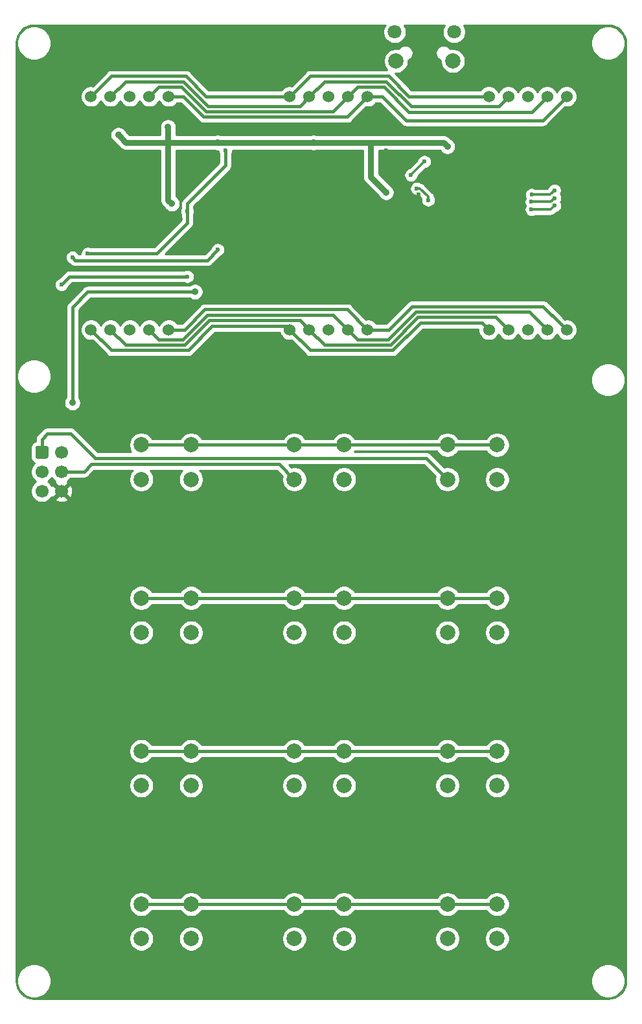
<source format=gbr>
%TF.GenerationSoftware,KiCad,Pcbnew,5.1.8-db9833491~88~ubuntu20.04.1*%
%TF.CreationDate,2021-01-08T15:11:58+00:00*%
%TF.ProjectId,luncheonmeat,6c756e63-6865-46f6-9e6d-6561742e6b69,v0.2.0*%
%TF.SameCoordinates,Original*%
%TF.FileFunction,Copper,L2,Bot*%
%TF.FilePolarity,Positive*%
%FSLAX46Y46*%
G04 Gerber Fmt 4.6, Leading zero omitted, Abs format (unit mm)*
G04 Created by KiCad (PCBNEW 5.1.8-db9833491~88~ubuntu20.04.1) date 2021-01-08 15:11:58*
%MOMM*%
%LPD*%
G01*
G04 APERTURE LIST*
%TA.AperFunction,ComponentPad*%
%ADD10C,1.524000*%
%TD*%
%TA.AperFunction,ComponentPad*%
%ADD11C,2.000000*%
%TD*%
%TA.AperFunction,ComponentPad*%
%ADD12C,1.800000*%
%TD*%
%TA.AperFunction,ComponentPad*%
%ADD13C,1.700000*%
%TD*%
%TA.AperFunction,ViaPad*%
%ADD14C,0.900000*%
%TD*%
%TA.AperFunction,ViaPad*%
%ADD15C,0.600000*%
%TD*%
%TA.AperFunction,Conductor*%
%ADD16C,0.400000*%
%TD*%
%TA.AperFunction,Conductor*%
%ADD17C,0.800000*%
%TD*%
%TA.AperFunction,Conductor*%
%ADD18C,0.300000*%
%TD*%
%TA.AperFunction,Conductor*%
%ADD19C,0.254000*%
%TD*%
%TA.AperFunction,Conductor*%
%ADD20C,0.150000*%
%TD*%
G04 APERTURE END LIST*
D10*
%TO.P,U3,3*%
%TO.N,Net-(Q1-Pad2)*%
X150500000Y-104968000D03*
%TO.P,U3,4*%
%TO.N,/SEG_C*%
X153040000Y-104968000D03*
%TO.P,U3,2*%
%TO.N,/SEG_D*%
X147960000Y-104968000D03*
%TO.P,U3,5*%
%TO.N,/SEG_RDP*%
X155580000Y-104968000D03*
%TO.P,U3,1*%
%TO.N,/SEG_E*%
X145420000Y-104968000D03*
%TO.P,U3,6*%
%TO.N,/SEG_B*%
X155580000Y-74488000D03*
%TO.P,U3,7*%
%TO.N,/SEG_A*%
X153040000Y-74488000D03*
%TO.P,U3,8*%
%TO.N,Net-(Q1-Pad2)*%
X150500000Y-74488000D03*
%TO.P,U3,9*%
%TO.N,/SEG_F*%
X147960000Y-74488000D03*
%TO.P,U3,10*%
%TO.N,/SEG_G*%
X145420000Y-74488000D03*
%TD*%
D11*
%TO.P,SW3,2*%
%TO.N,/COL_2*%
X100000000Y-164500000D03*
%TO.P,SW3,1*%
%TO.N,/ROW_2*%
X100000000Y-160000000D03*
%TO.P,SW3,2*%
%TO.N,/COL_2*%
X106500000Y-164500000D03*
%TO.P,SW3,1*%
%TO.N,/ROW_2*%
X106500000Y-160000000D03*
%TD*%
%TO.P,SW11,2*%
%TO.N,MISO*%
X140000000Y-164500000D03*
%TO.P,SW11,1*%
%TO.N,/ROW_2*%
X140000000Y-160000000D03*
%TO.P,SW11,2*%
%TO.N,MISO*%
X146500000Y-164500000D03*
%TO.P,SW11,1*%
%TO.N,/ROW_2*%
X146500000Y-160000000D03*
%TD*%
%TO.P,SW10,2*%
%TO.N,MISO*%
X140000000Y-144500000D03*
%TO.P,SW10,1*%
%TO.N,/ROW_1*%
X140000000Y-140000000D03*
%TO.P,SW10,2*%
%TO.N,MISO*%
X146500000Y-144500000D03*
%TO.P,SW10,1*%
%TO.N,/ROW_1*%
X146500000Y-140000000D03*
%TD*%
%TO.P,SW7,2*%
%TO.N,MOSI*%
X120000000Y-164500000D03*
%TO.P,SW7,1*%
%TO.N,/ROW_2*%
X120000000Y-160000000D03*
%TO.P,SW7,2*%
%TO.N,MOSI*%
X126500000Y-164500000D03*
%TO.P,SW7,1*%
%TO.N,/ROW_2*%
X126500000Y-160000000D03*
%TD*%
%TO.P,SW2,2*%
%TO.N,/COL_2*%
X100000000Y-144500000D03*
%TO.P,SW2,1*%
%TO.N,/ROW_1*%
X100000000Y-140000000D03*
%TO.P,SW2,2*%
%TO.N,/COL_2*%
X106500000Y-144500000D03*
%TO.P,SW2,1*%
%TO.N,/ROW_1*%
X106500000Y-140000000D03*
%TD*%
D10*
%TO.P,U4,3*%
%TO.N,Net-(Q2-Pad2)*%
X124500000Y-104968000D03*
%TO.P,U4,4*%
%TO.N,/SEG_C*%
X127040000Y-104968000D03*
%TO.P,U4,2*%
%TO.N,/SEG_D*%
X121960000Y-104968000D03*
%TO.P,U4,5*%
%TO.N,/SEG_RDP*%
X129580000Y-104968000D03*
%TO.P,U4,1*%
%TO.N,/SEG_E*%
X119420000Y-104968000D03*
%TO.P,U4,6*%
%TO.N,/SEG_B*%
X129580000Y-74488000D03*
%TO.P,U4,7*%
%TO.N,/SEG_A*%
X127040000Y-74488000D03*
%TO.P,U4,8*%
%TO.N,Net-(Q2-Pad2)*%
X124500000Y-74488000D03*
%TO.P,U4,9*%
%TO.N,/SEG_F*%
X121960000Y-74488000D03*
%TO.P,U4,10*%
%TO.N,/SEG_G*%
X119420000Y-74488000D03*
%TD*%
D12*
%TO.P,J1,6*%
%TO.N,Net-(C1-Pad2)*%
X133125000Y-66050000D03*
X140875000Y-66050000D03*
D11*
X133275000Y-69850000D03*
X140725000Y-69850000D03*
%TD*%
%TO.P,SW6,2*%
%TO.N,MOSI*%
X120000000Y-144500000D03*
%TO.P,SW6,1*%
%TO.N,/ROW_1*%
X120000000Y-140000000D03*
%TO.P,SW6,2*%
%TO.N,MOSI*%
X126500000Y-144500000D03*
%TO.P,SW6,1*%
%TO.N,/ROW_1*%
X126500000Y-140000000D03*
%TD*%
%TO.P,J2,1*%
%TO.N,MISO*%
%TA.AperFunction,ComponentPad*%
G36*
G01*
X86150000Y-121560000D02*
X86150000Y-120360000D01*
G75*
G02*
X86400000Y-120110000I250000J0D01*
G01*
X87600000Y-120110000D01*
G75*
G02*
X87850000Y-120360000I0J-250000D01*
G01*
X87850000Y-121560000D01*
G75*
G02*
X87600000Y-121810000I-250000J0D01*
G01*
X86400000Y-121810000D01*
G75*
G02*
X86150000Y-121560000I0J250000D01*
G01*
G37*
%TD.AperFunction*%
D13*
%TO.P,J2,3*%
%TO.N,SCK*%
X87000000Y-123500000D03*
%TO.P,J2,5*%
%TO.N,RESET*%
X87000000Y-126040000D03*
%TO.P,J2,2*%
%TO.N,+5V*%
X89540000Y-120960000D03*
%TO.P,J2,4*%
%TO.N,MOSI*%
X89540000Y-123500000D03*
%TO.P,J2,6*%
%TO.N,GND*%
X89540000Y-126040000D03*
%TD*%
D10*
%TO.P,U5,3*%
%TO.N,Net-(Q3-Pad2)*%
X98500000Y-104968000D03*
%TO.P,U5,4*%
%TO.N,/SEG_C*%
X101040000Y-104968000D03*
%TO.P,U5,2*%
%TO.N,/SEG_D*%
X95960000Y-104968000D03*
%TO.P,U5,5*%
%TO.N,/SEG_RDP*%
X103580000Y-104968000D03*
%TO.P,U5,1*%
%TO.N,/SEG_E*%
X93420000Y-104968000D03*
%TO.P,U5,6*%
%TO.N,/SEG_B*%
X103580000Y-74488000D03*
%TO.P,U5,7*%
%TO.N,/SEG_A*%
X101040000Y-74488000D03*
%TO.P,U5,8*%
%TO.N,Net-(Q3-Pad2)*%
X98500000Y-74488000D03*
%TO.P,U5,9*%
%TO.N,/SEG_F*%
X95960000Y-74488000D03*
%TO.P,U5,10*%
%TO.N,/SEG_G*%
X93420000Y-74488000D03*
%TD*%
D11*
%TO.P,SW12,2*%
%TO.N,MISO*%
X140000000Y-184500000D03*
%TO.P,SW12,1*%
%TO.N,/ROW_3*%
X140000000Y-180000000D03*
%TO.P,SW12,2*%
%TO.N,MISO*%
X146500000Y-184500000D03*
%TO.P,SW12,1*%
%TO.N,/ROW_3*%
X146500000Y-180000000D03*
%TD*%
%TO.P,SW9,2*%
%TO.N,MISO*%
X140000000Y-124500000D03*
%TO.P,SW9,1*%
%TO.N,/ROW_0*%
X140000000Y-120000000D03*
%TO.P,SW9,2*%
%TO.N,MISO*%
X146500000Y-124500000D03*
%TO.P,SW9,1*%
%TO.N,/ROW_0*%
X146500000Y-120000000D03*
%TD*%
%TO.P,SW8,2*%
%TO.N,MOSI*%
X120000000Y-184500000D03*
%TO.P,SW8,1*%
%TO.N,/ROW_3*%
X120000000Y-180000000D03*
%TO.P,SW8,2*%
%TO.N,MOSI*%
X126500000Y-184500000D03*
%TO.P,SW8,1*%
%TO.N,/ROW_3*%
X126500000Y-180000000D03*
%TD*%
%TO.P,SW5,2*%
%TO.N,MOSI*%
X120000000Y-124500000D03*
%TO.P,SW5,1*%
%TO.N,/ROW_0*%
X120000000Y-120000000D03*
%TO.P,SW5,2*%
%TO.N,MOSI*%
X126500000Y-124500000D03*
%TO.P,SW5,1*%
%TO.N,/ROW_0*%
X126500000Y-120000000D03*
%TD*%
%TO.P,SW4,2*%
%TO.N,/COL_2*%
X100000000Y-184500000D03*
%TO.P,SW4,1*%
%TO.N,/ROW_3*%
X100000000Y-180000000D03*
%TO.P,SW4,2*%
%TO.N,/COL_2*%
X106500000Y-184500000D03*
%TO.P,SW4,1*%
%TO.N,/ROW_3*%
X106500000Y-180000000D03*
%TD*%
%TO.P,SW1,2*%
%TO.N,/COL_2*%
X100000000Y-124500000D03*
%TO.P,SW1,1*%
%TO.N,/ROW_0*%
X100000000Y-120000000D03*
%TO.P,SW1,2*%
%TO.N,/COL_2*%
X106500000Y-124500000D03*
%TO.P,SW1,1*%
%TO.N,/ROW_0*%
X106500000Y-120000000D03*
%TD*%
D14*
%TO.N,+5V*%
X140000000Y-81000000D03*
X132000000Y-87000000D03*
X104000000Y-88500000D03*
X103500000Y-78500000D03*
X91000000Y-114500000D03*
X107000000Y-100000000D03*
X122500000Y-80500000D03*
X110000000Y-80500000D03*
X97000000Y-79500000D03*
D15*
%TO.N,RESET*%
X106000000Y-89500000D03*
X93000000Y-95000000D03*
X111000000Y-81500000D03*
%TO.N,SCK*%
X106000000Y-98000000D03*
X89565693Y-99065693D03*
%TO.N,/DR-*%
X137000000Y-83000000D03*
X135250000Y-84750000D03*
D14*
%TO.N,GND*%
X98501803Y-87252115D03*
X102500000Y-90500000D03*
X105000000Y-90500000D03*
X90500000Y-82000000D03*
X99500000Y-82500000D03*
X146750000Y-82000000D03*
D15*
X136250000Y-87250000D03*
X126750000Y-85750000D03*
X139750000Y-78750000D03*
X138250000Y-73500000D03*
X163000000Y-73000000D03*
X163000000Y-83000000D03*
X163000000Y-93000000D03*
X163000000Y-103000000D03*
X158000000Y-153000000D03*
X158000000Y-163000000D03*
X158000000Y-173000000D03*
X158000000Y-173000000D03*
X158000000Y-183000000D03*
X143000000Y-173000000D03*
X123000000Y-173000000D03*
X103000000Y-173000000D03*
X103000000Y-153000000D03*
X123000000Y-153000000D03*
X143000000Y-153000000D03*
X143000000Y-133000000D03*
X123000000Y-133000000D03*
X103000000Y-133000000D03*
X88000000Y-153000000D03*
X88000000Y-163000000D03*
X88000000Y-173000000D03*
X88000000Y-183000000D03*
X158000000Y-143000000D03*
X88000000Y-143000000D03*
X158000000Y-133000000D03*
X158000000Y-123000000D03*
X143000000Y-113000000D03*
X123000000Y-113000000D03*
X103000000Y-113000000D03*
X88000000Y-133000000D03*
X88000000Y-73000000D03*
X88000000Y-78000000D03*
X118000000Y-88000000D03*
X118000000Y-83000000D03*
X123000000Y-83000000D03*
X128000000Y-98000000D03*
X143000000Y-98000000D03*
X153000000Y-98000000D03*
X98000000Y-103000000D03*
X85500000Y-95500000D03*
X135500000Y-88000000D03*
X130000000Y-77000000D03*
X122000000Y-68000000D03*
X135700000Y-71800000D03*
X135375000Y-72875000D03*
X134500000Y-72000000D03*
X117500000Y-73000000D03*
X108500000Y-72000000D03*
X96000000Y-68500000D03*
X132000000Y-81500000D03*
X136000000Y-107000000D03*
X115000000Y-107000000D03*
X112000000Y-100000000D03*
X114000000Y-93000000D03*
X149000000Y-92000000D03*
X141000000Y-92000000D03*
X121000000Y-91000000D03*
X154000000Y-84000000D03*
X155000000Y-78000000D03*
X153000000Y-72000000D03*
%TO.N,+3V3*%
X137500000Y-88000000D03*
X136000000Y-86500000D03*
X151000000Y-88250000D03*
X154000000Y-87750000D03*
%TO.N,TX_F*%
X151000000Y-89250000D03*
X154000000Y-88750000D03*
%TO.N,RX_F*%
X151010960Y-87317500D03*
X153986084Y-86736084D03*
%TO.N,P_LED*%
X91000000Y-95500000D03*
X110000000Y-94500000D03*
%TD*%
D16*
%TO.N,/SEG_F*%
X123922012Y-72525988D02*
X121960000Y-74488000D01*
X132036024Y-72525988D02*
X123922012Y-72525988D01*
X135260037Y-75750001D02*
X132036024Y-72525988D01*
X146697999Y-75750001D02*
X135260037Y-75750001D01*
X147960000Y-74488000D02*
X146697999Y-75750001D01*
X97922012Y-72525988D02*
X95960000Y-74488000D01*
X105505916Y-72525988D02*
X97922012Y-72525988D01*
X121960000Y-74488000D02*
X120697999Y-75750001D01*
X120697999Y-75750001D02*
X108729929Y-75750001D01*
X108729929Y-75750001D02*
X105505916Y-72525988D01*
%TO.N,/SEG_E*%
X96082023Y-107630023D02*
X93420000Y-104968000D01*
X106130023Y-107630023D02*
X96082023Y-107630023D01*
X109260046Y-104500000D02*
X106130023Y-107630023D01*
X119000000Y-104500000D02*
X109260046Y-104500000D01*
X119420000Y-104920000D02*
X119000000Y-104500000D01*
X119420000Y-104968000D02*
X119420000Y-104920000D01*
X122082022Y-107630022D02*
X119420000Y-104968000D01*
X132869978Y-107630022D02*
X122082022Y-107630022D01*
X144500000Y-104048000D02*
X136452000Y-104048000D01*
X145420000Y-104968000D02*
X144500000Y-104048000D01*
X136452000Y-104048000D02*
X132869978Y-107630022D01*
%TO.N,/SEG_D*%
X97922012Y-106930012D02*
X95960000Y-104968000D01*
X121960000Y-104968000D02*
X120697999Y-103705999D01*
X105661871Y-106930012D02*
X97922012Y-106930012D01*
X108885884Y-103705999D02*
X105661871Y-106930012D01*
X120697999Y-103705999D02*
X108885884Y-103705999D01*
X136179939Y-103299990D02*
X132549917Y-106930012D01*
X146291990Y-103299990D02*
X136179939Y-103299990D01*
X147960000Y-104968000D02*
X146291990Y-103299990D01*
X132549917Y-106930012D02*
X123922012Y-106930012D01*
X123922012Y-106930012D02*
X121960000Y-104968000D01*
%TO.N,/SEG_C*%
X127040000Y-104968000D02*
X125077988Y-103005988D01*
X102302001Y-106230001D02*
X101040000Y-104968000D01*
X105371917Y-106230001D02*
X102302001Y-106230001D01*
X125077988Y-103005988D02*
X108595930Y-103005988D01*
X108595930Y-103005988D02*
X105371917Y-106230001D01*
X128302001Y-106230001D02*
X127040000Y-104968000D01*
X132259963Y-106230001D02*
X128302001Y-106230001D01*
X150671979Y-102599979D02*
X135889985Y-102599979D01*
X153040000Y-104968000D02*
X150671979Y-102599979D01*
X135889985Y-102599979D02*
X132259963Y-106230001D01*
%TO.N,/SEG_B*%
X131488000Y-74488000D02*
X129580000Y-74488000D01*
X134600032Y-77600032D02*
X131488000Y-74488000D01*
X152467968Y-77600032D02*
X134600032Y-77600032D01*
X155580000Y-74488000D02*
X152467968Y-77600032D01*
X105488000Y-74488000D02*
X103580000Y-74488000D01*
X108150022Y-77150022D02*
X105488000Y-74488000D01*
X126917978Y-77150022D02*
X108150022Y-77150022D01*
X129580000Y-74488000D02*
X126917978Y-77150022D01*
%TO.N,/SEG_A*%
X128302001Y-73225999D02*
X127040000Y-74488000D01*
X131715964Y-73225999D02*
X128302001Y-73225999D01*
X151022983Y-76505017D02*
X134994983Y-76505017D01*
X153040000Y-74488000D02*
X151022983Y-76505017D01*
X134994983Y-76505017D02*
X131715964Y-73225999D01*
X102302001Y-73225999D02*
X101040000Y-74488000D01*
X125077988Y-76450012D02*
X108439976Y-76450012D01*
X105215963Y-73225999D02*
X102302001Y-73225999D01*
X127040000Y-74488000D02*
X125077988Y-76450012D01*
X108439976Y-76450012D02*
X105215963Y-73225999D01*
%TO.N,/SEG_RDP*%
X108305977Y-102305977D02*
X126917977Y-102305977D01*
X126917977Y-102305977D02*
X129580000Y-104968000D01*
X105643954Y-104968000D02*
X108305977Y-102305977D01*
X103580000Y-104968000D02*
X105643954Y-104968000D01*
X154818001Y-104206001D02*
X155580000Y-104968000D01*
X152511968Y-101899968D02*
X154818001Y-104206001D01*
X132331936Y-104968000D02*
X135399968Y-101899968D01*
X129580000Y-104968000D02*
X132331936Y-104968000D01*
X135399968Y-101899968D02*
X152511968Y-101899968D01*
%TO.N,/SEG_G*%
X122082023Y-71825977D02*
X119420000Y-74488000D01*
X132325977Y-71825977D02*
X122082023Y-71825977D01*
X134988000Y-74488000D02*
X132325977Y-71825977D01*
X145420000Y-74488000D02*
X134988000Y-74488000D01*
X96082022Y-71825978D02*
X93420000Y-74488000D01*
X108488000Y-74488000D02*
X105825978Y-71825978D01*
X119420000Y-74488000D02*
X108488000Y-74488000D01*
X105825978Y-71825978D02*
X96082022Y-71825978D01*
D17*
%TO.N,+5V*%
X130000000Y-85000000D02*
X132000000Y-87000000D01*
D16*
X103500000Y-88000000D02*
X103500000Y-78500000D01*
D17*
X122500000Y-80500000D02*
X130000000Y-80500000D01*
X130000000Y-85000000D02*
X130000000Y-80500000D01*
X139500000Y-80500000D02*
X140000000Y-81000000D01*
X130000000Y-80500000D02*
X139500000Y-80500000D01*
X110000000Y-80500000D02*
X122500000Y-80500000D01*
X103500000Y-78500000D02*
X103500000Y-79500000D01*
X103500000Y-88000000D02*
X104000000Y-88500000D01*
X110000000Y-80500000D02*
X104500000Y-80500000D01*
X104500000Y-80500000D02*
X103500000Y-80500000D01*
X103500000Y-80500000D02*
X103500000Y-88000000D01*
X103500000Y-79500000D02*
X103500000Y-80500000D01*
X97000000Y-79500000D02*
X98000000Y-80500000D01*
X98000000Y-80500000D02*
X103500000Y-80500000D01*
D16*
X107000000Y-100000000D02*
X93000000Y-100000000D01*
X91000000Y-102000000D02*
X91000000Y-114500000D01*
X93000000Y-100000000D02*
X91000000Y-102000000D01*
%TO.N,/ROW_0*%
X100000000Y-120000000D02*
X147160000Y-120000000D01*
X147160000Y-120000000D02*
X146500000Y-120000000D01*
%TO.N,/ROW_1*%
X146500000Y-140000000D02*
X100000000Y-140000000D01*
%TO.N,/ROW_2*%
X100000000Y-160000000D02*
X146500000Y-160000000D01*
%TO.N,/ROW_3*%
X146500000Y-180000000D02*
X140000000Y-180000000D01*
X140000000Y-180000000D02*
X100000000Y-180000000D01*
%TO.N,RESET*%
X102000000Y-95000000D02*
X106000000Y-91000000D01*
X93000000Y-95000000D02*
X102000000Y-95000000D01*
X106000000Y-91000000D02*
X106000000Y-89500000D01*
X106000000Y-88500000D02*
X106000000Y-89500000D01*
X111000000Y-81500000D02*
X111000000Y-83500000D01*
X111000000Y-83500000D02*
X106000000Y-88500000D01*
%TO.N,MOSI*%
X118000000Y-122500000D02*
X120000000Y-124500000D01*
X92500000Y-123500000D02*
X93500000Y-122500000D01*
X93500000Y-122500000D02*
X118000000Y-122500000D01*
X89540000Y-123500000D02*
X92500000Y-123500000D01*
%TO.N,SCK*%
X90631386Y-98000000D02*
X89565693Y-99065693D01*
X106000000Y-98000000D02*
X90631386Y-98000000D01*
%TO.N,MISO*%
X94000000Y-121750000D02*
X137250000Y-121750000D01*
X90750000Y-118500000D02*
X94000000Y-121750000D01*
X137250000Y-121750000D02*
X140000000Y-124500000D01*
X87750000Y-118500000D02*
X90750000Y-118500000D01*
X87000000Y-119250000D02*
X87750000Y-118500000D01*
X87000000Y-120960000D02*
X87000000Y-119250000D01*
D18*
%TO.N,/DR-*%
X137000000Y-83000000D02*
X135250000Y-84750000D01*
%TO.N,+3V3*%
X137500000Y-88000000D02*
X137500000Y-87575736D01*
X137500000Y-87575736D02*
X136424264Y-86500000D01*
X136424264Y-86500000D02*
X136000000Y-86500000D01*
X153500000Y-88250000D02*
X154000000Y-87750000D01*
X151000000Y-88250000D02*
X153500000Y-88250000D01*
%TO.N,TX_F*%
X153500000Y-89250000D02*
X154000000Y-88750000D01*
X151000000Y-89250000D02*
X153500000Y-89250000D01*
%TO.N,RX_F*%
X153404668Y-87317500D02*
X153986084Y-86736084D01*
X151010960Y-87317500D02*
X153404668Y-87317500D01*
D16*
%TO.N,P_LED*%
X91375000Y-95875000D02*
X91000000Y-95500000D01*
X108625000Y-95875000D02*
X91375000Y-95875000D01*
X110000000Y-94500000D02*
X108625000Y-95875000D01*
%TD*%
D19*
%TO.N,GND*%
X131764701Y-65322905D02*
X131648989Y-65602257D01*
X131590000Y-65898816D01*
X131590000Y-66201184D01*
X131648989Y-66497743D01*
X131764701Y-66777095D01*
X131932688Y-67028505D01*
X132146495Y-67242312D01*
X132397905Y-67410299D01*
X132677257Y-67526011D01*
X132973816Y-67585000D01*
X133276184Y-67585000D01*
X133572743Y-67526011D01*
X133852095Y-67410299D01*
X134103505Y-67242312D01*
X134317312Y-67028505D01*
X134485299Y-66777095D01*
X134601011Y-66497743D01*
X134660000Y-66201184D01*
X134660000Y-65898816D01*
X134601011Y-65602257D01*
X134485299Y-65322905D01*
X134376449Y-65160000D01*
X139623551Y-65160000D01*
X139514701Y-65322905D01*
X139398989Y-65602257D01*
X139340000Y-65898816D01*
X139340000Y-66201184D01*
X139398989Y-66497743D01*
X139514701Y-66777095D01*
X139682688Y-67028505D01*
X139896495Y-67242312D01*
X140147905Y-67410299D01*
X140427257Y-67526011D01*
X140723816Y-67585000D01*
X141026184Y-67585000D01*
X141322743Y-67526011D01*
X141602095Y-67410299D01*
X141797292Y-67279872D01*
X158765000Y-67279872D01*
X158765000Y-67720128D01*
X158850890Y-68151925D01*
X159019369Y-68558669D01*
X159263962Y-68924729D01*
X159575271Y-69236038D01*
X159941331Y-69480631D01*
X160348075Y-69649110D01*
X160779872Y-69735000D01*
X161220128Y-69735000D01*
X161651925Y-69649110D01*
X162058669Y-69480631D01*
X162424729Y-69236038D01*
X162736038Y-68924729D01*
X162980631Y-68558669D01*
X163149110Y-68151925D01*
X163235000Y-67720128D01*
X163235000Y-67279872D01*
X163149110Y-66848075D01*
X162980631Y-66441331D01*
X162736038Y-66075271D01*
X162424729Y-65763962D01*
X162058669Y-65519369D01*
X161651925Y-65350890D01*
X161220128Y-65265000D01*
X160779872Y-65265000D01*
X160348075Y-65350890D01*
X159941331Y-65519369D01*
X159575271Y-65763962D01*
X159263962Y-66075271D01*
X159019369Y-66441331D01*
X158850890Y-66848075D01*
X158765000Y-67279872D01*
X141797292Y-67279872D01*
X141853505Y-67242312D01*
X142067312Y-67028505D01*
X142235299Y-66777095D01*
X142351011Y-66497743D01*
X142410000Y-66201184D01*
X142410000Y-65898816D01*
X142351011Y-65602257D01*
X142235299Y-65322905D01*
X142126449Y-65160000D01*
X160967721Y-65160000D01*
X161453893Y-65207670D01*
X161890498Y-65339489D01*
X162293185Y-65553600D01*
X162646612Y-65841848D01*
X162937327Y-66193261D01*
X163154242Y-66594439D01*
X163289106Y-67030113D01*
X163340001Y-67514353D01*
X163340000Y-189967721D01*
X163292330Y-190453894D01*
X163160512Y-190890497D01*
X162946399Y-191293186D01*
X162658150Y-191646613D01*
X162306739Y-191937327D01*
X161905564Y-192154240D01*
X161469886Y-192289106D01*
X160985664Y-192340000D01*
X86032279Y-192340000D01*
X85546106Y-192292330D01*
X85109503Y-192160512D01*
X84706814Y-191946399D01*
X84353387Y-191658150D01*
X84062673Y-191306739D01*
X83845760Y-190905564D01*
X83710894Y-190469886D01*
X83660000Y-189985664D01*
X83660000Y-189779872D01*
X83765000Y-189779872D01*
X83765000Y-190220128D01*
X83850890Y-190651925D01*
X84019369Y-191058669D01*
X84263962Y-191424729D01*
X84575271Y-191736038D01*
X84941331Y-191980631D01*
X85348075Y-192149110D01*
X85779872Y-192235000D01*
X86220128Y-192235000D01*
X86651925Y-192149110D01*
X87058669Y-191980631D01*
X87424729Y-191736038D01*
X87736038Y-191424729D01*
X87980631Y-191058669D01*
X88149110Y-190651925D01*
X88235000Y-190220128D01*
X88235000Y-189779872D01*
X158765000Y-189779872D01*
X158765000Y-190220128D01*
X158850890Y-190651925D01*
X159019369Y-191058669D01*
X159263962Y-191424729D01*
X159575271Y-191736038D01*
X159941331Y-191980631D01*
X160348075Y-192149110D01*
X160779872Y-192235000D01*
X161220128Y-192235000D01*
X161651925Y-192149110D01*
X162058669Y-191980631D01*
X162424729Y-191736038D01*
X162736038Y-191424729D01*
X162980631Y-191058669D01*
X163149110Y-190651925D01*
X163235000Y-190220128D01*
X163235000Y-189779872D01*
X163149110Y-189348075D01*
X162980631Y-188941331D01*
X162736038Y-188575271D01*
X162424729Y-188263962D01*
X162058669Y-188019369D01*
X161651925Y-187850890D01*
X161220128Y-187765000D01*
X160779872Y-187765000D01*
X160348075Y-187850890D01*
X159941331Y-188019369D01*
X159575271Y-188263962D01*
X159263962Y-188575271D01*
X159019369Y-188941331D01*
X158850890Y-189348075D01*
X158765000Y-189779872D01*
X88235000Y-189779872D01*
X88149110Y-189348075D01*
X87980631Y-188941331D01*
X87736038Y-188575271D01*
X87424729Y-188263962D01*
X87058669Y-188019369D01*
X86651925Y-187850890D01*
X86220128Y-187765000D01*
X85779872Y-187765000D01*
X85348075Y-187850890D01*
X84941331Y-188019369D01*
X84575271Y-188263962D01*
X84263962Y-188575271D01*
X84019369Y-188941331D01*
X83850890Y-189348075D01*
X83765000Y-189779872D01*
X83660000Y-189779872D01*
X83660000Y-184338967D01*
X98365000Y-184338967D01*
X98365000Y-184661033D01*
X98427832Y-184976912D01*
X98551082Y-185274463D01*
X98730013Y-185542252D01*
X98957748Y-185769987D01*
X99225537Y-185948918D01*
X99523088Y-186072168D01*
X99838967Y-186135000D01*
X100161033Y-186135000D01*
X100476912Y-186072168D01*
X100774463Y-185948918D01*
X101042252Y-185769987D01*
X101269987Y-185542252D01*
X101448918Y-185274463D01*
X101572168Y-184976912D01*
X101635000Y-184661033D01*
X101635000Y-184338967D01*
X104865000Y-184338967D01*
X104865000Y-184661033D01*
X104927832Y-184976912D01*
X105051082Y-185274463D01*
X105230013Y-185542252D01*
X105457748Y-185769987D01*
X105725537Y-185948918D01*
X106023088Y-186072168D01*
X106338967Y-186135000D01*
X106661033Y-186135000D01*
X106976912Y-186072168D01*
X107274463Y-185948918D01*
X107542252Y-185769987D01*
X107769987Y-185542252D01*
X107948918Y-185274463D01*
X108072168Y-184976912D01*
X108135000Y-184661033D01*
X108135000Y-184338967D01*
X118365000Y-184338967D01*
X118365000Y-184661033D01*
X118427832Y-184976912D01*
X118551082Y-185274463D01*
X118730013Y-185542252D01*
X118957748Y-185769987D01*
X119225537Y-185948918D01*
X119523088Y-186072168D01*
X119838967Y-186135000D01*
X120161033Y-186135000D01*
X120476912Y-186072168D01*
X120774463Y-185948918D01*
X121042252Y-185769987D01*
X121269987Y-185542252D01*
X121448918Y-185274463D01*
X121572168Y-184976912D01*
X121635000Y-184661033D01*
X121635000Y-184338967D01*
X124865000Y-184338967D01*
X124865000Y-184661033D01*
X124927832Y-184976912D01*
X125051082Y-185274463D01*
X125230013Y-185542252D01*
X125457748Y-185769987D01*
X125725537Y-185948918D01*
X126023088Y-186072168D01*
X126338967Y-186135000D01*
X126661033Y-186135000D01*
X126976912Y-186072168D01*
X127274463Y-185948918D01*
X127542252Y-185769987D01*
X127769987Y-185542252D01*
X127948918Y-185274463D01*
X128072168Y-184976912D01*
X128135000Y-184661033D01*
X128135000Y-184338967D01*
X138365000Y-184338967D01*
X138365000Y-184661033D01*
X138427832Y-184976912D01*
X138551082Y-185274463D01*
X138730013Y-185542252D01*
X138957748Y-185769987D01*
X139225537Y-185948918D01*
X139523088Y-186072168D01*
X139838967Y-186135000D01*
X140161033Y-186135000D01*
X140476912Y-186072168D01*
X140774463Y-185948918D01*
X141042252Y-185769987D01*
X141269987Y-185542252D01*
X141448918Y-185274463D01*
X141572168Y-184976912D01*
X141635000Y-184661033D01*
X141635000Y-184338967D01*
X144865000Y-184338967D01*
X144865000Y-184661033D01*
X144927832Y-184976912D01*
X145051082Y-185274463D01*
X145230013Y-185542252D01*
X145457748Y-185769987D01*
X145725537Y-185948918D01*
X146023088Y-186072168D01*
X146338967Y-186135000D01*
X146661033Y-186135000D01*
X146976912Y-186072168D01*
X147274463Y-185948918D01*
X147542252Y-185769987D01*
X147769987Y-185542252D01*
X147948918Y-185274463D01*
X148072168Y-184976912D01*
X148135000Y-184661033D01*
X148135000Y-184338967D01*
X148072168Y-184023088D01*
X147948918Y-183725537D01*
X147769987Y-183457748D01*
X147542252Y-183230013D01*
X147274463Y-183051082D01*
X146976912Y-182927832D01*
X146661033Y-182865000D01*
X146338967Y-182865000D01*
X146023088Y-182927832D01*
X145725537Y-183051082D01*
X145457748Y-183230013D01*
X145230013Y-183457748D01*
X145051082Y-183725537D01*
X144927832Y-184023088D01*
X144865000Y-184338967D01*
X141635000Y-184338967D01*
X141572168Y-184023088D01*
X141448918Y-183725537D01*
X141269987Y-183457748D01*
X141042252Y-183230013D01*
X140774463Y-183051082D01*
X140476912Y-182927832D01*
X140161033Y-182865000D01*
X139838967Y-182865000D01*
X139523088Y-182927832D01*
X139225537Y-183051082D01*
X138957748Y-183230013D01*
X138730013Y-183457748D01*
X138551082Y-183725537D01*
X138427832Y-184023088D01*
X138365000Y-184338967D01*
X128135000Y-184338967D01*
X128072168Y-184023088D01*
X127948918Y-183725537D01*
X127769987Y-183457748D01*
X127542252Y-183230013D01*
X127274463Y-183051082D01*
X126976912Y-182927832D01*
X126661033Y-182865000D01*
X126338967Y-182865000D01*
X126023088Y-182927832D01*
X125725537Y-183051082D01*
X125457748Y-183230013D01*
X125230013Y-183457748D01*
X125051082Y-183725537D01*
X124927832Y-184023088D01*
X124865000Y-184338967D01*
X121635000Y-184338967D01*
X121572168Y-184023088D01*
X121448918Y-183725537D01*
X121269987Y-183457748D01*
X121042252Y-183230013D01*
X120774463Y-183051082D01*
X120476912Y-182927832D01*
X120161033Y-182865000D01*
X119838967Y-182865000D01*
X119523088Y-182927832D01*
X119225537Y-183051082D01*
X118957748Y-183230013D01*
X118730013Y-183457748D01*
X118551082Y-183725537D01*
X118427832Y-184023088D01*
X118365000Y-184338967D01*
X108135000Y-184338967D01*
X108072168Y-184023088D01*
X107948918Y-183725537D01*
X107769987Y-183457748D01*
X107542252Y-183230013D01*
X107274463Y-183051082D01*
X106976912Y-182927832D01*
X106661033Y-182865000D01*
X106338967Y-182865000D01*
X106023088Y-182927832D01*
X105725537Y-183051082D01*
X105457748Y-183230013D01*
X105230013Y-183457748D01*
X105051082Y-183725537D01*
X104927832Y-184023088D01*
X104865000Y-184338967D01*
X101635000Y-184338967D01*
X101572168Y-184023088D01*
X101448918Y-183725537D01*
X101269987Y-183457748D01*
X101042252Y-183230013D01*
X100774463Y-183051082D01*
X100476912Y-182927832D01*
X100161033Y-182865000D01*
X99838967Y-182865000D01*
X99523088Y-182927832D01*
X99225537Y-183051082D01*
X98957748Y-183230013D01*
X98730013Y-183457748D01*
X98551082Y-183725537D01*
X98427832Y-184023088D01*
X98365000Y-184338967D01*
X83660000Y-184338967D01*
X83660000Y-179838967D01*
X98365000Y-179838967D01*
X98365000Y-180161033D01*
X98427832Y-180476912D01*
X98551082Y-180774463D01*
X98730013Y-181042252D01*
X98957748Y-181269987D01*
X99225537Y-181448918D01*
X99523088Y-181572168D01*
X99838967Y-181635000D01*
X100161033Y-181635000D01*
X100476912Y-181572168D01*
X100774463Y-181448918D01*
X101042252Y-181269987D01*
X101269987Y-181042252D01*
X101408468Y-180835000D01*
X105091532Y-180835000D01*
X105230013Y-181042252D01*
X105457748Y-181269987D01*
X105725537Y-181448918D01*
X106023088Y-181572168D01*
X106338967Y-181635000D01*
X106661033Y-181635000D01*
X106976912Y-181572168D01*
X107274463Y-181448918D01*
X107542252Y-181269987D01*
X107769987Y-181042252D01*
X107908468Y-180835000D01*
X118591532Y-180835000D01*
X118730013Y-181042252D01*
X118957748Y-181269987D01*
X119225537Y-181448918D01*
X119523088Y-181572168D01*
X119838967Y-181635000D01*
X120161033Y-181635000D01*
X120476912Y-181572168D01*
X120774463Y-181448918D01*
X121042252Y-181269987D01*
X121269987Y-181042252D01*
X121408468Y-180835000D01*
X125091532Y-180835000D01*
X125230013Y-181042252D01*
X125457748Y-181269987D01*
X125725537Y-181448918D01*
X126023088Y-181572168D01*
X126338967Y-181635000D01*
X126661033Y-181635000D01*
X126976912Y-181572168D01*
X127274463Y-181448918D01*
X127542252Y-181269987D01*
X127769987Y-181042252D01*
X127908468Y-180835000D01*
X138591532Y-180835000D01*
X138730013Y-181042252D01*
X138957748Y-181269987D01*
X139225537Y-181448918D01*
X139523088Y-181572168D01*
X139838967Y-181635000D01*
X140161033Y-181635000D01*
X140476912Y-181572168D01*
X140774463Y-181448918D01*
X141042252Y-181269987D01*
X141269987Y-181042252D01*
X141408468Y-180835000D01*
X145091532Y-180835000D01*
X145230013Y-181042252D01*
X145457748Y-181269987D01*
X145725537Y-181448918D01*
X146023088Y-181572168D01*
X146338967Y-181635000D01*
X146661033Y-181635000D01*
X146976912Y-181572168D01*
X147274463Y-181448918D01*
X147542252Y-181269987D01*
X147769987Y-181042252D01*
X147948918Y-180774463D01*
X148072168Y-180476912D01*
X148135000Y-180161033D01*
X148135000Y-179838967D01*
X148072168Y-179523088D01*
X147948918Y-179225537D01*
X147769987Y-178957748D01*
X147542252Y-178730013D01*
X147274463Y-178551082D01*
X146976912Y-178427832D01*
X146661033Y-178365000D01*
X146338967Y-178365000D01*
X146023088Y-178427832D01*
X145725537Y-178551082D01*
X145457748Y-178730013D01*
X145230013Y-178957748D01*
X145091532Y-179165000D01*
X141408468Y-179165000D01*
X141269987Y-178957748D01*
X141042252Y-178730013D01*
X140774463Y-178551082D01*
X140476912Y-178427832D01*
X140161033Y-178365000D01*
X139838967Y-178365000D01*
X139523088Y-178427832D01*
X139225537Y-178551082D01*
X138957748Y-178730013D01*
X138730013Y-178957748D01*
X138591532Y-179165000D01*
X127908468Y-179165000D01*
X127769987Y-178957748D01*
X127542252Y-178730013D01*
X127274463Y-178551082D01*
X126976912Y-178427832D01*
X126661033Y-178365000D01*
X126338967Y-178365000D01*
X126023088Y-178427832D01*
X125725537Y-178551082D01*
X125457748Y-178730013D01*
X125230013Y-178957748D01*
X125091532Y-179165000D01*
X121408468Y-179165000D01*
X121269987Y-178957748D01*
X121042252Y-178730013D01*
X120774463Y-178551082D01*
X120476912Y-178427832D01*
X120161033Y-178365000D01*
X119838967Y-178365000D01*
X119523088Y-178427832D01*
X119225537Y-178551082D01*
X118957748Y-178730013D01*
X118730013Y-178957748D01*
X118591532Y-179165000D01*
X107908468Y-179165000D01*
X107769987Y-178957748D01*
X107542252Y-178730013D01*
X107274463Y-178551082D01*
X106976912Y-178427832D01*
X106661033Y-178365000D01*
X106338967Y-178365000D01*
X106023088Y-178427832D01*
X105725537Y-178551082D01*
X105457748Y-178730013D01*
X105230013Y-178957748D01*
X105091532Y-179165000D01*
X101408468Y-179165000D01*
X101269987Y-178957748D01*
X101042252Y-178730013D01*
X100774463Y-178551082D01*
X100476912Y-178427832D01*
X100161033Y-178365000D01*
X99838967Y-178365000D01*
X99523088Y-178427832D01*
X99225537Y-178551082D01*
X98957748Y-178730013D01*
X98730013Y-178957748D01*
X98551082Y-179225537D01*
X98427832Y-179523088D01*
X98365000Y-179838967D01*
X83660000Y-179838967D01*
X83660000Y-164338967D01*
X98365000Y-164338967D01*
X98365000Y-164661033D01*
X98427832Y-164976912D01*
X98551082Y-165274463D01*
X98730013Y-165542252D01*
X98957748Y-165769987D01*
X99225537Y-165948918D01*
X99523088Y-166072168D01*
X99838967Y-166135000D01*
X100161033Y-166135000D01*
X100476912Y-166072168D01*
X100774463Y-165948918D01*
X101042252Y-165769987D01*
X101269987Y-165542252D01*
X101448918Y-165274463D01*
X101572168Y-164976912D01*
X101635000Y-164661033D01*
X101635000Y-164338967D01*
X104865000Y-164338967D01*
X104865000Y-164661033D01*
X104927832Y-164976912D01*
X105051082Y-165274463D01*
X105230013Y-165542252D01*
X105457748Y-165769987D01*
X105725537Y-165948918D01*
X106023088Y-166072168D01*
X106338967Y-166135000D01*
X106661033Y-166135000D01*
X106976912Y-166072168D01*
X107274463Y-165948918D01*
X107542252Y-165769987D01*
X107769987Y-165542252D01*
X107948918Y-165274463D01*
X108072168Y-164976912D01*
X108135000Y-164661033D01*
X108135000Y-164338967D01*
X118365000Y-164338967D01*
X118365000Y-164661033D01*
X118427832Y-164976912D01*
X118551082Y-165274463D01*
X118730013Y-165542252D01*
X118957748Y-165769987D01*
X119225537Y-165948918D01*
X119523088Y-166072168D01*
X119838967Y-166135000D01*
X120161033Y-166135000D01*
X120476912Y-166072168D01*
X120774463Y-165948918D01*
X121042252Y-165769987D01*
X121269987Y-165542252D01*
X121448918Y-165274463D01*
X121572168Y-164976912D01*
X121635000Y-164661033D01*
X121635000Y-164338967D01*
X124865000Y-164338967D01*
X124865000Y-164661033D01*
X124927832Y-164976912D01*
X125051082Y-165274463D01*
X125230013Y-165542252D01*
X125457748Y-165769987D01*
X125725537Y-165948918D01*
X126023088Y-166072168D01*
X126338967Y-166135000D01*
X126661033Y-166135000D01*
X126976912Y-166072168D01*
X127274463Y-165948918D01*
X127542252Y-165769987D01*
X127769987Y-165542252D01*
X127948918Y-165274463D01*
X128072168Y-164976912D01*
X128135000Y-164661033D01*
X128135000Y-164338967D01*
X138365000Y-164338967D01*
X138365000Y-164661033D01*
X138427832Y-164976912D01*
X138551082Y-165274463D01*
X138730013Y-165542252D01*
X138957748Y-165769987D01*
X139225537Y-165948918D01*
X139523088Y-166072168D01*
X139838967Y-166135000D01*
X140161033Y-166135000D01*
X140476912Y-166072168D01*
X140774463Y-165948918D01*
X141042252Y-165769987D01*
X141269987Y-165542252D01*
X141448918Y-165274463D01*
X141572168Y-164976912D01*
X141635000Y-164661033D01*
X141635000Y-164338967D01*
X144865000Y-164338967D01*
X144865000Y-164661033D01*
X144927832Y-164976912D01*
X145051082Y-165274463D01*
X145230013Y-165542252D01*
X145457748Y-165769987D01*
X145725537Y-165948918D01*
X146023088Y-166072168D01*
X146338967Y-166135000D01*
X146661033Y-166135000D01*
X146976912Y-166072168D01*
X147274463Y-165948918D01*
X147542252Y-165769987D01*
X147769987Y-165542252D01*
X147948918Y-165274463D01*
X148072168Y-164976912D01*
X148135000Y-164661033D01*
X148135000Y-164338967D01*
X148072168Y-164023088D01*
X147948918Y-163725537D01*
X147769987Y-163457748D01*
X147542252Y-163230013D01*
X147274463Y-163051082D01*
X146976912Y-162927832D01*
X146661033Y-162865000D01*
X146338967Y-162865000D01*
X146023088Y-162927832D01*
X145725537Y-163051082D01*
X145457748Y-163230013D01*
X145230013Y-163457748D01*
X145051082Y-163725537D01*
X144927832Y-164023088D01*
X144865000Y-164338967D01*
X141635000Y-164338967D01*
X141572168Y-164023088D01*
X141448918Y-163725537D01*
X141269987Y-163457748D01*
X141042252Y-163230013D01*
X140774463Y-163051082D01*
X140476912Y-162927832D01*
X140161033Y-162865000D01*
X139838967Y-162865000D01*
X139523088Y-162927832D01*
X139225537Y-163051082D01*
X138957748Y-163230013D01*
X138730013Y-163457748D01*
X138551082Y-163725537D01*
X138427832Y-164023088D01*
X138365000Y-164338967D01*
X128135000Y-164338967D01*
X128072168Y-164023088D01*
X127948918Y-163725537D01*
X127769987Y-163457748D01*
X127542252Y-163230013D01*
X127274463Y-163051082D01*
X126976912Y-162927832D01*
X126661033Y-162865000D01*
X126338967Y-162865000D01*
X126023088Y-162927832D01*
X125725537Y-163051082D01*
X125457748Y-163230013D01*
X125230013Y-163457748D01*
X125051082Y-163725537D01*
X124927832Y-164023088D01*
X124865000Y-164338967D01*
X121635000Y-164338967D01*
X121572168Y-164023088D01*
X121448918Y-163725537D01*
X121269987Y-163457748D01*
X121042252Y-163230013D01*
X120774463Y-163051082D01*
X120476912Y-162927832D01*
X120161033Y-162865000D01*
X119838967Y-162865000D01*
X119523088Y-162927832D01*
X119225537Y-163051082D01*
X118957748Y-163230013D01*
X118730013Y-163457748D01*
X118551082Y-163725537D01*
X118427832Y-164023088D01*
X118365000Y-164338967D01*
X108135000Y-164338967D01*
X108072168Y-164023088D01*
X107948918Y-163725537D01*
X107769987Y-163457748D01*
X107542252Y-163230013D01*
X107274463Y-163051082D01*
X106976912Y-162927832D01*
X106661033Y-162865000D01*
X106338967Y-162865000D01*
X106023088Y-162927832D01*
X105725537Y-163051082D01*
X105457748Y-163230013D01*
X105230013Y-163457748D01*
X105051082Y-163725537D01*
X104927832Y-164023088D01*
X104865000Y-164338967D01*
X101635000Y-164338967D01*
X101572168Y-164023088D01*
X101448918Y-163725537D01*
X101269987Y-163457748D01*
X101042252Y-163230013D01*
X100774463Y-163051082D01*
X100476912Y-162927832D01*
X100161033Y-162865000D01*
X99838967Y-162865000D01*
X99523088Y-162927832D01*
X99225537Y-163051082D01*
X98957748Y-163230013D01*
X98730013Y-163457748D01*
X98551082Y-163725537D01*
X98427832Y-164023088D01*
X98365000Y-164338967D01*
X83660000Y-164338967D01*
X83660000Y-159838967D01*
X98365000Y-159838967D01*
X98365000Y-160161033D01*
X98427832Y-160476912D01*
X98551082Y-160774463D01*
X98730013Y-161042252D01*
X98957748Y-161269987D01*
X99225537Y-161448918D01*
X99523088Y-161572168D01*
X99838967Y-161635000D01*
X100161033Y-161635000D01*
X100476912Y-161572168D01*
X100774463Y-161448918D01*
X101042252Y-161269987D01*
X101269987Y-161042252D01*
X101408468Y-160835000D01*
X105091532Y-160835000D01*
X105230013Y-161042252D01*
X105457748Y-161269987D01*
X105725537Y-161448918D01*
X106023088Y-161572168D01*
X106338967Y-161635000D01*
X106661033Y-161635000D01*
X106976912Y-161572168D01*
X107274463Y-161448918D01*
X107542252Y-161269987D01*
X107769987Y-161042252D01*
X107908468Y-160835000D01*
X118591532Y-160835000D01*
X118730013Y-161042252D01*
X118957748Y-161269987D01*
X119225537Y-161448918D01*
X119523088Y-161572168D01*
X119838967Y-161635000D01*
X120161033Y-161635000D01*
X120476912Y-161572168D01*
X120774463Y-161448918D01*
X121042252Y-161269987D01*
X121269987Y-161042252D01*
X121408468Y-160835000D01*
X125091532Y-160835000D01*
X125230013Y-161042252D01*
X125457748Y-161269987D01*
X125725537Y-161448918D01*
X126023088Y-161572168D01*
X126338967Y-161635000D01*
X126661033Y-161635000D01*
X126976912Y-161572168D01*
X127274463Y-161448918D01*
X127542252Y-161269987D01*
X127769987Y-161042252D01*
X127908468Y-160835000D01*
X138591532Y-160835000D01*
X138730013Y-161042252D01*
X138957748Y-161269987D01*
X139225537Y-161448918D01*
X139523088Y-161572168D01*
X139838967Y-161635000D01*
X140161033Y-161635000D01*
X140476912Y-161572168D01*
X140774463Y-161448918D01*
X141042252Y-161269987D01*
X141269987Y-161042252D01*
X141408468Y-160835000D01*
X145091532Y-160835000D01*
X145230013Y-161042252D01*
X145457748Y-161269987D01*
X145725537Y-161448918D01*
X146023088Y-161572168D01*
X146338967Y-161635000D01*
X146661033Y-161635000D01*
X146976912Y-161572168D01*
X147274463Y-161448918D01*
X147542252Y-161269987D01*
X147769987Y-161042252D01*
X147948918Y-160774463D01*
X148072168Y-160476912D01*
X148135000Y-160161033D01*
X148135000Y-159838967D01*
X148072168Y-159523088D01*
X147948918Y-159225537D01*
X147769987Y-158957748D01*
X147542252Y-158730013D01*
X147274463Y-158551082D01*
X146976912Y-158427832D01*
X146661033Y-158365000D01*
X146338967Y-158365000D01*
X146023088Y-158427832D01*
X145725537Y-158551082D01*
X145457748Y-158730013D01*
X145230013Y-158957748D01*
X145091532Y-159165000D01*
X141408468Y-159165000D01*
X141269987Y-158957748D01*
X141042252Y-158730013D01*
X140774463Y-158551082D01*
X140476912Y-158427832D01*
X140161033Y-158365000D01*
X139838967Y-158365000D01*
X139523088Y-158427832D01*
X139225537Y-158551082D01*
X138957748Y-158730013D01*
X138730013Y-158957748D01*
X138591532Y-159165000D01*
X127908468Y-159165000D01*
X127769987Y-158957748D01*
X127542252Y-158730013D01*
X127274463Y-158551082D01*
X126976912Y-158427832D01*
X126661033Y-158365000D01*
X126338967Y-158365000D01*
X126023088Y-158427832D01*
X125725537Y-158551082D01*
X125457748Y-158730013D01*
X125230013Y-158957748D01*
X125091532Y-159165000D01*
X121408468Y-159165000D01*
X121269987Y-158957748D01*
X121042252Y-158730013D01*
X120774463Y-158551082D01*
X120476912Y-158427832D01*
X120161033Y-158365000D01*
X119838967Y-158365000D01*
X119523088Y-158427832D01*
X119225537Y-158551082D01*
X118957748Y-158730013D01*
X118730013Y-158957748D01*
X118591532Y-159165000D01*
X107908468Y-159165000D01*
X107769987Y-158957748D01*
X107542252Y-158730013D01*
X107274463Y-158551082D01*
X106976912Y-158427832D01*
X106661033Y-158365000D01*
X106338967Y-158365000D01*
X106023088Y-158427832D01*
X105725537Y-158551082D01*
X105457748Y-158730013D01*
X105230013Y-158957748D01*
X105091532Y-159165000D01*
X101408468Y-159165000D01*
X101269987Y-158957748D01*
X101042252Y-158730013D01*
X100774463Y-158551082D01*
X100476912Y-158427832D01*
X100161033Y-158365000D01*
X99838967Y-158365000D01*
X99523088Y-158427832D01*
X99225537Y-158551082D01*
X98957748Y-158730013D01*
X98730013Y-158957748D01*
X98551082Y-159225537D01*
X98427832Y-159523088D01*
X98365000Y-159838967D01*
X83660000Y-159838967D01*
X83660000Y-144338967D01*
X98365000Y-144338967D01*
X98365000Y-144661033D01*
X98427832Y-144976912D01*
X98551082Y-145274463D01*
X98730013Y-145542252D01*
X98957748Y-145769987D01*
X99225537Y-145948918D01*
X99523088Y-146072168D01*
X99838967Y-146135000D01*
X100161033Y-146135000D01*
X100476912Y-146072168D01*
X100774463Y-145948918D01*
X101042252Y-145769987D01*
X101269987Y-145542252D01*
X101448918Y-145274463D01*
X101572168Y-144976912D01*
X101635000Y-144661033D01*
X101635000Y-144338967D01*
X104865000Y-144338967D01*
X104865000Y-144661033D01*
X104927832Y-144976912D01*
X105051082Y-145274463D01*
X105230013Y-145542252D01*
X105457748Y-145769987D01*
X105725537Y-145948918D01*
X106023088Y-146072168D01*
X106338967Y-146135000D01*
X106661033Y-146135000D01*
X106976912Y-146072168D01*
X107274463Y-145948918D01*
X107542252Y-145769987D01*
X107769987Y-145542252D01*
X107948918Y-145274463D01*
X108072168Y-144976912D01*
X108135000Y-144661033D01*
X108135000Y-144338967D01*
X118365000Y-144338967D01*
X118365000Y-144661033D01*
X118427832Y-144976912D01*
X118551082Y-145274463D01*
X118730013Y-145542252D01*
X118957748Y-145769987D01*
X119225537Y-145948918D01*
X119523088Y-146072168D01*
X119838967Y-146135000D01*
X120161033Y-146135000D01*
X120476912Y-146072168D01*
X120774463Y-145948918D01*
X121042252Y-145769987D01*
X121269987Y-145542252D01*
X121448918Y-145274463D01*
X121572168Y-144976912D01*
X121635000Y-144661033D01*
X121635000Y-144338967D01*
X124865000Y-144338967D01*
X124865000Y-144661033D01*
X124927832Y-144976912D01*
X125051082Y-145274463D01*
X125230013Y-145542252D01*
X125457748Y-145769987D01*
X125725537Y-145948918D01*
X126023088Y-146072168D01*
X126338967Y-146135000D01*
X126661033Y-146135000D01*
X126976912Y-146072168D01*
X127274463Y-145948918D01*
X127542252Y-145769987D01*
X127769987Y-145542252D01*
X127948918Y-145274463D01*
X128072168Y-144976912D01*
X128135000Y-144661033D01*
X128135000Y-144338967D01*
X138365000Y-144338967D01*
X138365000Y-144661033D01*
X138427832Y-144976912D01*
X138551082Y-145274463D01*
X138730013Y-145542252D01*
X138957748Y-145769987D01*
X139225537Y-145948918D01*
X139523088Y-146072168D01*
X139838967Y-146135000D01*
X140161033Y-146135000D01*
X140476912Y-146072168D01*
X140774463Y-145948918D01*
X141042252Y-145769987D01*
X141269987Y-145542252D01*
X141448918Y-145274463D01*
X141572168Y-144976912D01*
X141635000Y-144661033D01*
X141635000Y-144338967D01*
X144865000Y-144338967D01*
X144865000Y-144661033D01*
X144927832Y-144976912D01*
X145051082Y-145274463D01*
X145230013Y-145542252D01*
X145457748Y-145769987D01*
X145725537Y-145948918D01*
X146023088Y-146072168D01*
X146338967Y-146135000D01*
X146661033Y-146135000D01*
X146976912Y-146072168D01*
X147274463Y-145948918D01*
X147542252Y-145769987D01*
X147769987Y-145542252D01*
X147948918Y-145274463D01*
X148072168Y-144976912D01*
X148135000Y-144661033D01*
X148135000Y-144338967D01*
X148072168Y-144023088D01*
X147948918Y-143725537D01*
X147769987Y-143457748D01*
X147542252Y-143230013D01*
X147274463Y-143051082D01*
X146976912Y-142927832D01*
X146661033Y-142865000D01*
X146338967Y-142865000D01*
X146023088Y-142927832D01*
X145725537Y-143051082D01*
X145457748Y-143230013D01*
X145230013Y-143457748D01*
X145051082Y-143725537D01*
X144927832Y-144023088D01*
X144865000Y-144338967D01*
X141635000Y-144338967D01*
X141572168Y-144023088D01*
X141448918Y-143725537D01*
X141269987Y-143457748D01*
X141042252Y-143230013D01*
X140774463Y-143051082D01*
X140476912Y-142927832D01*
X140161033Y-142865000D01*
X139838967Y-142865000D01*
X139523088Y-142927832D01*
X139225537Y-143051082D01*
X138957748Y-143230013D01*
X138730013Y-143457748D01*
X138551082Y-143725537D01*
X138427832Y-144023088D01*
X138365000Y-144338967D01*
X128135000Y-144338967D01*
X128072168Y-144023088D01*
X127948918Y-143725537D01*
X127769987Y-143457748D01*
X127542252Y-143230013D01*
X127274463Y-143051082D01*
X126976912Y-142927832D01*
X126661033Y-142865000D01*
X126338967Y-142865000D01*
X126023088Y-142927832D01*
X125725537Y-143051082D01*
X125457748Y-143230013D01*
X125230013Y-143457748D01*
X125051082Y-143725537D01*
X124927832Y-144023088D01*
X124865000Y-144338967D01*
X121635000Y-144338967D01*
X121572168Y-144023088D01*
X121448918Y-143725537D01*
X121269987Y-143457748D01*
X121042252Y-143230013D01*
X120774463Y-143051082D01*
X120476912Y-142927832D01*
X120161033Y-142865000D01*
X119838967Y-142865000D01*
X119523088Y-142927832D01*
X119225537Y-143051082D01*
X118957748Y-143230013D01*
X118730013Y-143457748D01*
X118551082Y-143725537D01*
X118427832Y-144023088D01*
X118365000Y-144338967D01*
X108135000Y-144338967D01*
X108072168Y-144023088D01*
X107948918Y-143725537D01*
X107769987Y-143457748D01*
X107542252Y-143230013D01*
X107274463Y-143051082D01*
X106976912Y-142927832D01*
X106661033Y-142865000D01*
X106338967Y-142865000D01*
X106023088Y-142927832D01*
X105725537Y-143051082D01*
X105457748Y-143230013D01*
X105230013Y-143457748D01*
X105051082Y-143725537D01*
X104927832Y-144023088D01*
X104865000Y-144338967D01*
X101635000Y-144338967D01*
X101572168Y-144023088D01*
X101448918Y-143725537D01*
X101269987Y-143457748D01*
X101042252Y-143230013D01*
X100774463Y-143051082D01*
X100476912Y-142927832D01*
X100161033Y-142865000D01*
X99838967Y-142865000D01*
X99523088Y-142927832D01*
X99225537Y-143051082D01*
X98957748Y-143230013D01*
X98730013Y-143457748D01*
X98551082Y-143725537D01*
X98427832Y-144023088D01*
X98365000Y-144338967D01*
X83660000Y-144338967D01*
X83660000Y-139838967D01*
X98365000Y-139838967D01*
X98365000Y-140161033D01*
X98427832Y-140476912D01*
X98551082Y-140774463D01*
X98730013Y-141042252D01*
X98957748Y-141269987D01*
X99225537Y-141448918D01*
X99523088Y-141572168D01*
X99838967Y-141635000D01*
X100161033Y-141635000D01*
X100476912Y-141572168D01*
X100774463Y-141448918D01*
X101042252Y-141269987D01*
X101269987Y-141042252D01*
X101408468Y-140835000D01*
X105091532Y-140835000D01*
X105230013Y-141042252D01*
X105457748Y-141269987D01*
X105725537Y-141448918D01*
X106023088Y-141572168D01*
X106338967Y-141635000D01*
X106661033Y-141635000D01*
X106976912Y-141572168D01*
X107274463Y-141448918D01*
X107542252Y-141269987D01*
X107769987Y-141042252D01*
X107908468Y-140835000D01*
X118591532Y-140835000D01*
X118730013Y-141042252D01*
X118957748Y-141269987D01*
X119225537Y-141448918D01*
X119523088Y-141572168D01*
X119838967Y-141635000D01*
X120161033Y-141635000D01*
X120476912Y-141572168D01*
X120774463Y-141448918D01*
X121042252Y-141269987D01*
X121269987Y-141042252D01*
X121408468Y-140835000D01*
X125091532Y-140835000D01*
X125230013Y-141042252D01*
X125457748Y-141269987D01*
X125725537Y-141448918D01*
X126023088Y-141572168D01*
X126338967Y-141635000D01*
X126661033Y-141635000D01*
X126976912Y-141572168D01*
X127274463Y-141448918D01*
X127542252Y-141269987D01*
X127769987Y-141042252D01*
X127908468Y-140835000D01*
X138591532Y-140835000D01*
X138730013Y-141042252D01*
X138957748Y-141269987D01*
X139225537Y-141448918D01*
X139523088Y-141572168D01*
X139838967Y-141635000D01*
X140161033Y-141635000D01*
X140476912Y-141572168D01*
X140774463Y-141448918D01*
X141042252Y-141269987D01*
X141269987Y-141042252D01*
X141408468Y-140835000D01*
X145091532Y-140835000D01*
X145230013Y-141042252D01*
X145457748Y-141269987D01*
X145725537Y-141448918D01*
X146023088Y-141572168D01*
X146338967Y-141635000D01*
X146661033Y-141635000D01*
X146976912Y-141572168D01*
X147274463Y-141448918D01*
X147542252Y-141269987D01*
X147769987Y-141042252D01*
X147948918Y-140774463D01*
X148072168Y-140476912D01*
X148135000Y-140161033D01*
X148135000Y-139838967D01*
X148072168Y-139523088D01*
X147948918Y-139225537D01*
X147769987Y-138957748D01*
X147542252Y-138730013D01*
X147274463Y-138551082D01*
X146976912Y-138427832D01*
X146661033Y-138365000D01*
X146338967Y-138365000D01*
X146023088Y-138427832D01*
X145725537Y-138551082D01*
X145457748Y-138730013D01*
X145230013Y-138957748D01*
X145091532Y-139165000D01*
X141408468Y-139165000D01*
X141269987Y-138957748D01*
X141042252Y-138730013D01*
X140774463Y-138551082D01*
X140476912Y-138427832D01*
X140161033Y-138365000D01*
X139838967Y-138365000D01*
X139523088Y-138427832D01*
X139225537Y-138551082D01*
X138957748Y-138730013D01*
X138730013Y-138957748D01*
X138591532Y-139165000D01*
X127908468Y-139165000D01*
X127769987Y-138957748D01*
X127542252Y-138730013D01*
X127274463Y-138551082D01*
X126976912Y-138427832D01*
X126661033Y-138365000D01*
X126338967Y-138365000D01*
X126023088Y-138427832D01*
X125725537Y-138551082D01*
X125457748Y-138730013D01*
X125230013Y-138957748D01*
X125091532Y-139165000D01*
X121408468Y-139165000D01*
X121269987Y-138957748D01*
X121042252Y-138730013D01*
X120774463Y-138551082D01*
X120476912Y-138427832D01*
X120161033Y-138365000D01*
X119838967Y-138365000D01*
X119523088Y-138427832D01*
X119225537Y-138551082D01*
X118957748Y-138730013D01*
X118730013Y-138957748D01*
X118591532Y-139165000D01*
X107908468Y-139165000D01*
X107769987Y-138957748D01*
X107542252Y-138730013D01*
X107274463Y-138551082D01*
X106976912Y-138427832D01*
X106661033Y-138365000D01*
X106338967Y-138365000D01*
X106023088Y-138427832D01*
X105725537Y-138551082D01*
X105457748Y-138730013D01*
X105230013Y-138957748D01*
X105091532Y-139165000D01*
X101408468Y-139165000D01*
X101269987Y-138957748D01*
X101042252Y-138730013D01*
X100774463Y-138551082D01*
X100476912Y-138427832D01*
X100161033Y-138365000D01*
X99838967Y-138365000D01*
X99523088Y-138427832D01*
X99225537Y-138551082D01*
X98957748Y-138730013D01*
X98730013Y-138957748D01*
X98551082Y-139225537D01*
X98427832Y-139523088D01*
X98365000Y-139838967D01*
X83660000Y-139838967D01*
X83660000Y-120360000D01*
X85511928Y-120360000D01*
X85511928Y-121560000D01*
X85528992Y-121733254D01*
X85579528Y-121899850D01*
X85661595Y-122053386D01*
X85772038Y-122187962D01*
X85906614Y-122298405D01*
X86033608Y-122366285D01*
X85846525Y-122553368D01*
X85684010Y-122796589D01*
X85572068Y-123066842D01*
X85515000Y-123353740D01*
X85515000Y-123646260D01*
X85572068Y-123933158D01*
X85684010Y-124203411D01*
X85846525Y-124446632D01*
X86053368Y-124653475D01*
X86227760Y-124770000D01*
X86053368Y-124886525D01*
X85846525Y-125093368D01*
X85684010Y-125336589D01*
X85572068Y-125606842D01*
X85515000Y-125893740D01*
X85515000Y-126186260D01*
X85572068Y-126473158D01*
X85684010Y-126743411D01*
X85846525Y-126986632D01*
X86053368Y-127193475D01*
X86296589Y-127355990D01*
X86566842Y-127467932D01*
X86853740Y-127525000D01*
X87146260Y-127525000D01*
X87433158Y-127467932D01*
X87703411Y-127355990D01*
X87946632Y-127193475D01*
X88071710Y-127068397D01*
X88691208Y-127068397D01*
X88768843Y-127317472D01*
X89032883Y-127443371D01*
X89316411Y-127515339D01*
X89608531Y-127530611D01*
X89898019Y-127488599D01*
X90173747Y-127390919D01*
X90311157Y-127317472D01*
X90388792Y-127068397D01*
X89540000Y-126219605D01*
X88691208Y-127068397D01*
X88071710Y-127068397D01*
X88153475Y-126986632D01*
X88269311Y-126813271D01*
X88511603Y-126888792D01*
X89360395Y-126040000D01*
X89719605Y-126040000D01*
X90568397Y-126888792D01*
X90817472Y-126811157D01*
X90943371Y-126547117D01*
X91015339Y-126263589D01*
X91030611Y-125971469D01*
X90988599Y-125681981D01*
X90890919Y-125406253D01*
X90817472Y-125268843D01*
X90568397Y-125191208D01*
X89719605Y-126040000D01*
X89360395Y-126040000D01*
X88511603Y-125191208D01*
X88269311Y-125266729D01*
X88153475Y-125093368D01*
X87946632Y-124886525D01*
X87772240Y-124770000D01*
X87946632Y-124653475D01*
X88153475Y-124446632D01*
X88270000Y-124272240D01*
X88386525Y-124446632D01*
X88593368Y-124653475D01*
X88766729Y-124769311D01*
X88691208Y-125011603D01*
X89540000Y-125860395D01*
X90388792Y-125011603D01*
X90313271Y-124769311D01*
X90486632Y-124653475D01*
X90693475Y-124446632D01*
X90768065Y-124335000D01*
X92458982Y-124335000D01*
X92500000Y-124339040D01*
X92541018Y-124335000D01*
X92541019Y-124335000D01*
X92663689Y-124322918D01*
X92821087Y-124275172D01*
X92966146Y-124197636D01*
X93093291Y-124093291D01*
X93119445Y-124061422D01*
X93845868Y-123335000D01*
X98852761Y-123335000D01*
X98730013Y-123457748D01*
X98551082Y-123725537D01*
X98427832Y-124023088D01*
X98365000Y-124338967D01*
X98365000Y-124661033D01*
X98427832Y-124976912D01*
X98551082Y-125274463D01*
X98730013Y-125542252D01*
X98957748Y-125769987D01*
X99225537Y-125948918D01*
X99523088Y-126072168D01*
X99838967Y-126135000D01*
X100161033Y-126135000D01*
X100476912Y-126072168D01*
X100774463Y-125948918D01*
X101042252Y-125769987D01*
X101269987Y-125542252D01*
X101448918Y-125274463D01*
X101572168Y-124976912D01*
X101635000Y-124661033D01*
X101635000Y-124338967D01*
X101572168Y-124023088D01*
X101448918Y-123725537D01*
X101269987Y-123457748D01*
X101147239Y-123335000D01*
X105352761Y-123335000D01*
X105230013Y-123457748D01*
X105051082Y-123725537D01*
X104927832Y-124023088D01*
X104865000Y-124338967D01*
X104865000Y-124661033D01*
X104927832Y-124976912D01*
X105051082Y-125274463D01*
X105230013Y-125542252D01*
X105457748Y-125769987D01*
X105725537Y-125948918D01*
X106023088Y-126072168D01*
X106338967Y-126135000D01*
X106661033Y-126135000D01*
X106976912Y-126072168D01*
X107274463Y-125948918D01*
X107542252Y-125769987D01*
X107769987Y-125542252D01*
X107948918Y-125274463D01*
X108072168Y-124976912D01*
X108135000Y-124661033D01*
X108135000Y-124338967D01*
X108072168Y-124023088D01*
X107948918Y-123725537D01*
X107769987Y-123457748D01*
X107647239Y-123335000D01*
X117654133Y-123335000D01*
X118413628Y-124094496D01*
X118365000Y-124338967D01*
X118365000Y-124661033D01*
X118427832Y-124976912D01*
X118551082Y-125274463D01*
X118730013Y-125542252D01*
X118957748Y-125769987D01*
X119225537Y-125948918D01*
X119523088Y-126072168D01*
X119838967Y-126135000D01*
X120161033Y-126135000D01*
X120476912Y-126072168D01*
X120774463Y-125948918D01*
X121042252Y-125769987D01*
X121269987Y-125542252D01*
X121448918Y-125274463D01*
X121572168Y-124976912D01*
X121635000Y-124661033D01*
X121635000Y-124338967D01*
X124865000Y-124338967D01*
X124865000Y-124661033D01*
X124927832Y-124976912D01*
X125051082Y-125274463D01*
X125230013Y-125542252D01*
X125457748Y-125769987D01*
X125725537Y-125948918D01*
X126023088Y-126072168D01*
X126338967Y-126135000D01*
X126661033Y-126135000D01*
X126976912Y-126072168D01*
X127274463Y-125948918D01*
X127542252Y-125769987D01*
X127769987Y-125542252D01*
X127948918Y-125274463D01*
X128072168Y-124976912D01*
X128135000Y-124661033D01*
X128135000Y-124338967D01*
X128072168Y-124023088D01*
X127948918Y-123725537D01*
X127769987Y-123457748D01*
X127542252Y-123230013D01*
X127274463Y-123051082D01*
X126976912Y-122927832D01*
X126661033Y-122865000D01*
X126338967Y-122865000D01*
X126023088Y-122927832D01*
X125725537Y-123051082D01*
X125457748Y-123230013D01*
X125230013Y-123457748D01*
X125051082Y-123725537D01*
X124927832Y-124023088D01*
X124865000Y-124338967D01*
X121635000Y-124338967D01*
X121572168Y-124023088D01*
X121448918Y-123725537D01*
X121269987Y-123457748D01*
X121042252Y-123230013D01*
X120774463Y-123051082D01*
X120476912Y-122927832D01*
X120161033Y-122865000D01*
X119838967Y-122865000D01*
X119594496Y-122913628D01*
X119265867Y-122585000D01*
X136904133Y-122585000D01*
X138413628Y-124094496D01*
X138365000Y-124338967D01*
X138365000Y-124661033D01*
X138427832Y-124976912D01*
X138551082Y-125274463D01*
X138730013Y-125542252D01*
X138957748Y-125769987D01*
X139225537Y-125948918D01*
X139523088Y-126072168D01*
X139838967Y-126135000D01*
X140161033Y-126135000D01*
X140476912Y-126072168D01*
X140774463Y-125948918D01*
X141042252Y-125769987D01*
X141269987Y-125542252D01*
X141448918Y-125274463D01*
X141572168Y-124976912D01*
X141635000Y-124661033D01*
X141635000Y-124338967D01*
X144865000Y-124338967D01*
X144865000Y-124661033D01*
X144927832Y-124976912D01*
X145051082Y-125274463D01*
X145230013Y-125542252D01*
X145457748Y-125769987D01*
X145725537Y-125948918D01*
X146023088Y-126072168D01*
X146338967Y-126135000D01*
X146661033Y-126135000D01*
X146976912Y-126072168D01*
X147274463Y-125948918D01*
X147542252Y-125769987D01*
X147769987Y-125542252D01*
X147948918Y-125274463D01*
X148072168Y-124976912D01*
X148135000Y-124661033D01*
X148135000Y-124338967D01*
X148072168Y-124023088D01*
X147948918Y-123725537D01*
X147769987Y-123457748D01*
X147542252Y-123230013D01*
X147274463Y-123051082D01*
X146976912Y-122927832D01*
X146661033Y-122865000D01*
X146338967Y-122865000D01*
X146023088Y-122927832D01*
X145725537Y-123051082D01*
X145457748Y-123230013D01*
X145230013Y-123457748D01*
X145051082Y-123725537D01*
X144927832Y-124023088D01*
X144865000Y-124338967D01*
X141635000Y-124338967D01*
X141572168Y-124023088D01*
X141448918Y-123725537D01*
X141269987Y-123457748D01*
X141042252Y-123230013D01*
X140774463Y-123051082D01*
X140476912Y-122927832D01*
X140161033Y-122865000D01*
X139838967Y-122865000D01*
X139594496Y-122913628D01*
X137869446Y-121188579D01*
X137843291Y-121156709D01*
X137716146Y-121052364D01*
X137571087Y-120974828D01*
X137413689Y-120927082D01*
X137291019Y-120915000D01*
X137291018Y-120915000D01*
X137250000Y-120910960D01*
X137208982Y-120915000D01*
X127855014Y-120915000D01*
X127908468Y-120835000D01*
X138591532Y-120835000D01*
X138730013Y-121042252D01*
X138957748Y-121269987D01*
X139225537Y-121448918D01*
X139523088Y-121572168D01*
X139838967Y-121635000D01*
X140161033Y-121635000D01*
X140476912Y-121572168D01*
X140774463Y-121448918D01*
X141042252Y-121269987D01*
X141269987Y-121042252D01*
X141408468Y-120835000D01*
X145091532Y-120835000D01*
X145230013Y-121042252D01*
X145457748Y-121269987D01*
X145725537Y-121448918D01*
X146023088Y-121572168D01*
X146338967Y-121635000D01*
X146661033Y-121635000D01*
X146976912Y-121572168D01*
X147274463Y-121448918D01*
X147542252Y-121269987D01*
X147769987Y-121042252D01*
X147948918Y-120774463D01*
X148072168Y-120476912D01*
X148135000Y-120161033D01*
X148135000Y-119838967D01*
X148072168Y-119523088D01*
X147948918Y-119225537D01*
X147769987Y-118957748D01*
X147542252Y-118730013D01*
X147274463Y-118551082D01*
X146976912Y-118427832D01*
X146661033Y-118365000D01*
X146338967Y-118365000D01*
X146023088Y-118427832D01*
X145725537Y-118551082D01*
X145457748Y-118730013D01*
X145230013Y-118957748D01*
X145091532Y-119165000D01*
X141408468Y-119165000D01*
X141269987Y-118957748D01*
X141042252Y-118730013D01*
X140774463Y-118551082D01*
X140476912Y-118427832D01*
X140161033Y-118365000D01*
X139838967Y-118365000D01*
X139523088Y-118427832D01*
X139225537Y-118551082D01*
X138957748Y-118730013D01*
X138730013Y-118957748D01*
X138591532Y-119165000D01*
X127908468Y-119165000D01*
X127769987Y-118957748D01*
X127542252Y-118730013D01*
X127274463Y-118551082D01*
X126976912Y-118427832D01*
X126661033Y-118365000D01*
X126338967Y-118365000D01*
X126023088Y-118427832D01*
X125725537Y-118551082D01*
X125457748Y-118730013D01*
X125230013Y-118957748D01*
X125091532Y-119165000D01*
X121408468Y-119165000D01*
X121269987Y-118957748D01*
X121042252Y-118730013D01*
X120774463Y-118551082D01*
X120476912Y-118427832D01*
X120161033Y-118365000D01*
X119838967Y-118365000D01*
X119523088Y-118427832D01*
X119225537Y-118551082D01*
X118957748Y-118730013D01*
X118730013Y-118957748D01*
X118591532Y-119165000D01*
X107908468Y-119165000D01*
X107769987Y-118957748D01*
X107542252Y-118730013D01*
X107274463Y-118551082D01*
X106976912Y-118427832D01*
X106661033Y-118365000D01*
X106338967Y-118365000D01*
X106023088Y-118427832D01*
X105725537Y-118551082D01*
X105457748Y-118730013D01*
X105230013Y-118957748D01*
X105091532Y-119165000D01*
X101408468Y-119165000D01*
X101269987Y-118957748D01*
X101042252Y-118730013D01*
X100774463Y-118551082D01*
X100476912Y-118427832D01*
X100161033Y-118365000D01*
X99838967Y-118365000D01*
X99523088Y-118427832D01*
X99225537Y-118551082D01*
X98957748Y-118730013D01*
X98730013Y-118957748D01*
X98551082Y-119225537D01*
X98427832Y-119523088D01*
X98365000Y-119838967D01*
X98365000Y-120161033D01*
X98427832Y-120476912D01*
X98551082Y-120774463D01*
X98644986Y-120915000D01*
X94345868Y-120915000D01*
X91369446Y-117938579D01*
X91343291Y-117906709D01*
X91216146Y-117802364D01*
X91071087Y-117724828D01*
X90913689Y-117677082D01*
X90791019Y-117665000D01*
X90791018Y-117665000D01*
X90750000Y-117660960D01*
X90708982Y-117665000D01*
X87791018Y-117665000D01*
X87749999Y-117660960D01*
X87708981Y-117665000D01*
X87586311Y-117677082D01*
X87428913Y-117724828D01*
X87283854Y-117802364D01*
X87156709Y-117906709D01*
X87130558Y-117938574D01*
X86438574Y-118630559D01*
X86406710Y-118656709D01*
X86380562Y-118688571D01*
X86302364Y-118783855D01*
X86224828Y-118928914D01*
X86177082Y-119086312D01*
X86160960Y-119250000D01*
X86165001Y-119291028D01*
X86165001Y-119507722D01*
X86060150Y-119539528D01*
X85906614Y-119621595D01*
X85772038Y-119732038D01*
X85661595Y-119866614D01*
X85579528Y-120020150D01*
X85528992Y-120186746D01*
X85511928Y-120360000D01*
X83660000Y-120360000D01*
X83660000Y-114393137D01*
X89915000Y-114393137D01*
X89915000Y-114606863D01*
X89956696Y-114816483D01*
X90038485Y-115013940D01*
X90157225Y-115191647D01*
X90308353Y-115342775D01*
X90486060Y-115461515D01*
X90683517Y-115543304D01*
X90893137Y-115585000D01*
X91106863Y-115585000D01*
X91316483Y-115543304D01*
X91513940Y-115461515D01*
X91691647Y-115342775D01*
X91842775Y-115191647D01*
X91961515Y-115013940D01*
X92043304Y-114816483D01*
X92085000Y-114606863D01*
X92085000Y-114393137D01*
X92043304Y-114183517D01*
X91961515Y-113986060D01*
X91842775Y-113808353D01*
X91835000Y-113800578D01*
X91835000Y-111279872D01*
X158765000Y-111279872D01*
X158765000Y-111720128D01*
X158850890Y-112151925D01*
X159019369Y-112558669D01*
X159263962Y-112924729D01*
X159575271Y-113236038D01*
X159941331Y-113480631D01*
X160348075Y-113649110D01*
X160779872Y-113735000D01*
X161220128Y-113735000D01*
X161651925Y-113649110D01*
X162058669Y-113480631D01*
X162424729Y-113236038D01*
X162736038Y-112924729D01*
X162980631Y-112558669D01*
X163149110Y-112151925D01*
X163235000Y-111720128D01*
X163235000Y-111279872D01*
X163149110Y-110848075D01*
X162980631Y-110441331D01*
X162736038Y-110075271D01*
X162424729Y-109763962D01*
X162058669Y-109519369D01*
X161651925Y-109350890D01*
X161220128Y-109265000D01*
X160779872Y-109265000D01*
X160348075Y-109350890D01*
X159941331Y-109519369D01*
X159575271Y-109763962D01*
X159263962Y-110075271D01*
X159019369Y-110441331D01*
X158850890Y-110848075D01*
X158765000Y-111279872D01*
X91835000Y-111279872D01*
X91835000Y-104830408D01*
X92023000Y-104830408D01*
X92023000Y-105105592D01*
X92076686Y-105375490D01*
X92181995Y-105629727D01*
X92334880Y-105858535D01*
X92529465Y-106053120D01*
X92758273Y-106206005D01*
X93012510Y-106311314D01*
X93282408Y-106365000D01*
X93557592Y-106365000D01*
X93623102Y-106351969D01*
X95462582Y-108191450D01*
X95488732Y-108223314D01*
X95615876Y-108327658D01*
X95615877Y-108327659D01*
X95760936Y-108405195D01*
X95918334Y-108452941D01*
X96082022Y-108469063D01*
X96123041Y-108465023D01*
X106089005Y-108465023D01*
X106130023Y-108469063D01*
X106171041Y-108465023D01*
X106171042Y-108465023D01*
X106293712Y-108452941D01*
X106451110Y-108405195D01*
X106596169Y-108327659D01*
X106723314Y-108223314D01*
X106749469Y-108191444D01*
X109605914Y-105335000D01*
X118068632Y-105335000D01*
X118076686Y-105375490D01*
X118181995Y-105629727D01*
X118334880Y-105858535D01*
X118529465Y-106053120D01*
X118758273Y-106206005D01*
X119012510Y-106311314D01*
X119282408Y-106365000D01*
X119557592Y-106365000D01*
X119623102Y-106351969D01*
X121462585Y-108191454D01*
X121488731Y-108223313D01*
X121615876Y-108327658D01*
X121760935Y-108405194D01*
X121918333Y-108452940D01*
X122041003Y-108465022D01*
X122041004Y-108465022D01*
X122082022Y-108469062D01*
X122123040Y-108465022D01*
X132828960Y-108465022D01*
X132869978Y-108469062D01*
X132910996Y-108465022D01*
X132910997Y-108465022D01*
X133033667Y-108452940D01*
X133191065Y-108405194D01*
X133336124Y-108327658D01*
X133463269Y-108223313D01*
X133489424Y-108191443D01*
X136797868Y-104883000D01*
X144023000Y-104883000D01*
X144023000Y-105105592D01*
X144076686Y-105375490D01*
X144181995Y-105629727D01*
X144334880Y-105858535D01*
X144529465Y-106053120D01*
X144758273Y-106206005D01*
X145012510Y-106311314D01*
X145282408Y-106365000D01*
X145557592Y-106365000D01*
X145827490Y-106311314D01*
X146081727Y-106206005D01*
X146310535Y-106053120D01*
X146505120Y-105858535D01*
X146658005Y-105629727D01*
X146690000Y-105552485D01*
X146721995Y-105629727D01*
X146874880Y-105858535D01*
X147069465Y-106053120D01*
X147298273Y-106206005D01*
X147552510Y-106311314D01*
X147822408Y-106365000D01*
X148097592Y-106365000D01*
X148367490Y-106311314D01*
X148621727Y-106206005D01*
X148850535Y-106053120D01*
X149045120Y-105858535D01*
X149198005Y-105629727D01*
X149230000Y-105552485D01*
X149261995Y-105629727D01*
X149414880Y-105858535D01*
X149609465Y-106053120D01*
X149838273Y-106206005D01*
X150092510Y-106311314D01*
X150362408Y-106365000D01*
X150637592Y-106365000D01*
X150907490Y-106311314D01*
X151161727Y-106206005D01*
X151390535Y-106053120D01*
X151585120Y-105858535D01*
X151738005Y-105629727D01*
X151770000Y-105552485D01*
X151801995Y-105629727D01*
X151954880Y-105858535D01*
X152149465Y-106053120D01*
X152378273Y-106206005D01*
X152632510Y-106311314D01*
X152902408Y-106365000D01*
X153177592Y-106365000D01*
X153447490Y-106311314D01*
X153701727Y-106206005D01*
X153930535Y-106053120D01*
X154125120Y-105858535D01*
X154278005Y-105629727D01*
X154310000Y-105552485D01*
X154341995Y-105629727D01*
X154494880Y-105858535D01*
X154689465Y-106053120D01*
X154918273Y-106206005D01*
X155172510Y-106311314D01*
X155442408Y-106365000D01*
X155717592Y-106365000D01*
X155987490Y-106311314D01*
X156241727Y-106206005D01*
X156470535Y-106053120D01*
X156665120Y-105858535D01*
X156818005Y-105629727D01*
X156923314Y-105375490D01*
X156977000Y-105105592D01*
X156977000Y-104830408D01*
X156923314Y-104560510D01*
X156818005Y-104306273D01*
X156665120Y-104077465D01*
X156470535Y-103882880D01*
X156241727Y-103729995D01*
X155987490Y-103624686D01*
X155717592Y-103571000D01*
X155442408Y-103571000D01*
X155376899Y-103584031D01*
X153131414Y-101338547D01*
X153105259Y-101306677D01*
X152978114Y-101202332D01*
X152833055Y-101124796D01*
X152675657Y-101077050D01*
X152552987Y-101064968D01*
X152552986Y-101064968D01*
X152511968Y-101060928D01*
X152470950Y-101064968D01*
X135440975Y-101064968D01*
X135399967Y-101060929D01*
X135358959Y-101064968D01*
X135358949Y-101064968D01*
X135236279Y-101077050D01*
X135078881Y-101124796D01*
X134933822Y-101202332D01*
X134806677Y-101306677D01*
X134780527Y-101338541D01*
X131986069Y-104133000D01*
X130702227Y-104133000D01*
X130665120Y-104077465D01*
X130470535Y-103882880D01*
X130241727Y-103729995D01*
X129987490Y-103624686D01*
X129717592Y-103571000D01*
X129442408Y-103571000D01*
X129376898Y-103584031D01*
X127537423Y-101744556D01*
X127511268Y-101712686D01*
X127384123Y-101608341D01*
X127239064Y-101530805D01*
X127081666Y-101483059D01*
X126958996Y-101470977D01*
X126958995Y-101470977D01*
X126917977Y-101466937D01*
X126876959Y-101470977D01*
X108346995Y-101470977D01*
X108305976Y-101466937D01*
X108264958Y-101470977D01*
X108142288Y-101483059D01*
X107984890Y-101530805D01*
X107839831Y-101608341D01*
X107712686Y-101712686D01*
X107686536Y-101744550D01*
X105298087Y-104133000D01*
X104702227Y-104133000D01*
X104665120Y-104077465D01*
X104470535Y-103882880D01*
X104241727Y-103729995D01*
X103987490Y-103624686D01*
X103717592Y-103571000D01*
X103442408Y-103571000D01*
X103172510Y-103624686D01*
X102918273Y-103729995D01*
X102689465Y-103882880D01*
X102494880Y-104077465D01*
X102341995Y-104306273D01*
X102310000Y-104383515D01*
X102278005Y-104306273D01*
X102125120Y-104077465D01*
X101930535Y-103882880D01*
X101701727Y-103729995D01*
X101447490Y-103624686D01*
X101177592Y-103571000D01*
X100902408Y-103571000D01*
X100632510Y-103624686D01*
X100378273Y-103729995D01*
X100149465Y-103882880D01*
X99954880Y-104077465D01*
X99801995Y-104306273D01*
X99770000Y-104383515D01*
X99738005Y-104306273D01*
X99585120Y-104077465D01*
X99390535Y-103882880D01*
X99161727Y-103729995D01*
X98907490Y-103624686D01*
X98637592Y-103571000D01*
X98362408Y-103571000D01*
X98092510Y-103624686D01*
X97838273Y-103729995D01*
X97609465Y-103882880D01*
X97414880Y-104077465D01*
X97261995Y-104306273D01*
X97230000Y-104383515D01*
X97198005Y-104306273D01*
X97045120Y-104077465D01*
X96850535Y-103882880D01*
X96621727Y-103729995D01*
X96367490Y-103624686D01*
X96097592Y-103571000D01*
X95822408Y-103571000D01*
X95552510Y-103624686D01*
X95298273Y-103729995D01*
X95069465Y-103882880D01*
X94874880Y-104077465D01*
X94721995Y-104306273D01*
X94690000Y-104383515D01*
X94658005Y-104306273D01*
X94505120Y-104077465D01*
X94310535Y-103882880D01*
X94081727Y-103729995D01*
X93827490Y-103624686D01*
X93557592Y-103571000D01*
X93282408Y-103571000D01*
X93012510Y-103624686D01*
X92758273Y-103729995D01*
X92529465Y-103882880D01*
X92334880Y-104077465D01*
X92181995Y-104306273D01*
X92076686Y-104560510D01*
X92023000Y-104830408D01*
X91835000Y-104830408D01*
X91835000Y-102345867D01*
X93345868Y-100835000D01*
X106300578Y-100835000D01*
X106308353Y-100842775D01*
X106486060Y-100961515D01*
X106683517Y-101043304D01*
X106893137Y-101085000D01*
X107106863Y-101085000D01*
X107316483Y-101043304D01*
X107513940Y-100961515D01*
X107691647Y-100842775D01*
X107842775Y-100691647D01*
X107961515Y-100513940D01*
X108043304Y-100316483D01*
X108085000Y-100106863D01*
X108085000Y-99893137D01*
X108043304Y-99683517D01*
X107961515Y-99486060D01*
X107842775Y-99308353D01*
X107691647Y-99157225D01*
X107513940Y-99038485D01*
X107316483Y-98956696D01*
X107106863Y-98915000D01*
X106893137Y-98915000D01*
X106683517Y-98956696D01*
X106486060Y-99038485D01*
X106308353Y-99157225D01*
X106300578Y-99165000D01*
X93041018Y-99165000D01*
X92999999Y-99160960D01*
X92958981Y-99165000D01*
X92836311Y-99177082D01*
X92678913Y-99224828D01*
X92533854Y-99302364D01*
X92406709Y-99406709D01*
X92380559Y-99438573D01*
X90438579Y-101380554D01*
X90406709Y-101406709D01*
X90344051Y-101483059D01*
X90302364Y-101533855D01*
X90224828Y-101678914D01*
X90177082Y-101836312D01*
X90160960Y-102000000D01*
X90165000Y-102041019D01*
X90165001Y-113800577D01*
X90157225Y-113808353D01*
X90038485Y-113986060D01*
X89956696Y-114183517D01*
X89915000Y-114393137D01*
X83660000Y-114393137D01*
X83660000Y-110779872D01*
X83765000Y-110779872D01*
X83765000Y-111220128D01*
X83850890Y-111651925D01*
X84019369Y-112058669D01*
X84263962Y-112424729D01*
X84575271Y-112736038D01*
X84941331Y-112980631D01*
X85348075Y-113149110D01*
X85779872Y-113235000D01*
X86220128Y-113235000D01*
X86651925Y-113149110D01*
X87058669Y-112980631D01*
X87424729Y-112736038D01*
X87736038Y-112424729D01*
X87980631Y-112058669D01*
X88149110Y-111651925D01*
X88235000Y-111220128D01*
X88235000Y-110779872D01*
X88149110Y-110348075D01*
X87980631Y-109941331D01*
X87736038Y-109575271D01*
X87424729Y-109263962D01*
X87058669Y-109019369D01*
X86651925Y-108850890D01*
X86220128Y-108765000D01*
X85779872Y-108765000D01*
X85348075Y-108850890D01*
X84941331Y-109019369D01*
X84575271Y-109263962D01*
X84263962Y-109575271D01*
X84019369Y-109941331D01*
X83850890Y-110348075D01*
X83765000Y-110779872D01*
X83660000Y-110779872D01*
X83660000Y-98973604D01*
X88630693Y-98973604D01*
X88630693Y-99157782D01*
X88666625Y-99338422D01*
X88737107Y-99508582D01*
X88839431Y-99661721D01*
X88969665Y-99791955D01*
X89122804Y-99894279D01*
X89292964Y-99964761D01*
X89473604Y-100000693D01*
X89657782Y-100000693D01*
X89838422Y-99964761D01*
X90008582Y-99894279D01*
X90161721Y-99791955D01*
X90291955Y-99661721D01*
X90394279Y-99508582D01*
X90458347Y-99353906D01*
X90977254Y-98835000D01*
X105572596Y-98835000D01*
X105727271Y-98899068D01*
X105907911Y-98935000D01*
X106092089Y-98935000D01*
X106272729Y-98899068D01*
X106442889Y-98828586D01*
X106596028Y-98726262D01*
X106726262Y-98596028D01*
X106828586Y-98442889D01*
X106899068Y-98272729D01*
X106935000Y-98092089D01*
X106935000Y-97907911D01*
X106899068Y-97727271D01*
X106828586Y-97557111D01*
X106726262Y-97403972D01*
X106596028Y-97273738D01*
X106442889Y-97171414D01*
X106272729Y-97100932D01*
X106092089Y-97065000D01*
X105907911Y-97065000D01*
X105727271Y-97100932D01*
X105572596Y-97165000D01*
X90672393Y-97165000D01*
X90631385Y-97160961D01*
X90590377Y-97165000D01*
X90590367Y-97165000D01*
X90467697Y-97177082D01*
X90310299Y-97224828D01*
X90165240Y-97302364D01*
X90038095Y-97406709D01*
X90011944Y-97438574D01*
X89277480Y-98173039D01*
X89122804Y-98237107D01*
X88969665Y-98339431D01*
X88839431Y-98469665D01*
X88737107Y-98622804D01*
X88666625Y-98792964D01*
X88630693Y-98973604D01*
X83660000Y-98973604D01*
X83660000Y-95407911D01*
X90065000Y-95407911D01*
X90065000Y-95592089D01*
X90100932Y-95772729D01*
X90171414Y-95942889D01*
X90273738Y-96096028D01*
X90403972Y-96226262D01*
X90557111Y-96328586D01*
X90711788Y-96392655D01*
X90755554Y-96436421D01*
X90781709Y-96468291D01*
X90908854Y-96572636D01*
X91053913Y-96650172D01*
X91211311Y-96697918D01*
X91374999Y-96714040D01*
X91416018Y-96710000D01*
X108583982Y-96710000D01*
X108625000Y-96714040D01*
X108666018Y-96710000D01*
X108666019Y-96710000D01*
X108788689Y-96697918D01*
X108946087Y-96650172D01*
X109091146Y-96572636D01*
X109218291Y-96468291D01*
X109244446Y-96436422D01*
X110288215Y-95392654D01*
X110442889Y-95328586D01*
X110596028Y-95226262D01*
X110726262Y-95096028D01*
X110828586Y-94942889D01*
X110899068Y-94772729D01*
X110935000Y-94592089D01*
X110935000Y-94407911D01*
X110899068Y-94227271D01*
X110828586Y-94057111D01*
X110726262Y-93903972D01*
X110596028Y-93773738D01*
X110442889Y-93671414D01*
X110272729Y-93600932D01*
X110092089Y-93565000D01*
X109907911Y-93565000D01*
X109727271Y-93600932D01*
X109557111Y-93671414D01*
X109403972Y-93773738D01*
X109273738Y-93903972D01*
X109171414Y-94057111D01*
X109107346Y-94211785D01*
X108279133Y-95040000D01*
X103140867Y-95040000D01*
X106561428Y-91619440D01*
X106593291Y-91593291D01*
X106697636Y-91466146D01*
X106775172Y-91321087D01*
X106822918Y-91163689D01*
X106835000Y-91041019D01*
X106835000Y-91041017D01*
X106839040Y-91000001D01*
X106835000Y-90958985D01*
X106835000Y-89927404D01*
X106899068Y-89772729D01*
X106935000Y-89592089D01*
X106935000Y-89407911D01*
X106899068Y-89227271D01*
X106835000Y-89072596D01*
X106835000Y-88845867D01*
X111561432Y-84119437D01*
X111593291Y-84093291D01*
X111697636Y-83966146D01*
X111775172Y-83821087D01*
X111822918Y-83663689D01*
X111835000Y-83541019D01*
X111839040Y-83500000D01*
X111835000Y-83458982D01*
X111835000Y-81927404D01*
X111899068Y-81772729D01*
X111935000Y-81592089D01*
X111935000Y-81535000D01*
X122163469Y-81535000D01*
X122183517Y-81543304D01*
X122393137Y-81585000D01*
X122606863Y-81585000D01*
X122816483Y-81543304D01*
X122836531Y-81535000D01*
X128965001Y-81535000D01*
X128965000Y-84949172D01*
X128959994Y-85000000D01*
X128965000Y-85050828D01*
X128965000Y-85050837D01*
X128979976Y-85202894D01*
X129039159Y-85397992D01*
X129135266Y-85577797D01*
X129264604Y-85735396D01*
X129304097Y-85767807D01*
X131030181Y-87493892D01*
X131038485Y-87513940D01*
X131157225Y-87691647D01*
X131308353Y-87842775D01*
X131486060Y-87961515D01*
X131683517Y-88043304D01*
X131893137Y-88085000D01*
X132106863Y-88085000D01*
X132316483Y-88043304D01*
X132513940Y-87961515D01*
X132691647Y-87842775D01*
X132842775Y-87691647D01*
X132961515Y-87513940D01*
X133043304Y-87316483D01*
X133085000Y-87106863D01*
X133085000Y-86893137D01*
X133043304Y-86683517D01*
X132961515Y-86486060D01*
X132909298Y-86407911D01*
X135065000Y-86407911D01*
X135065000Y-86592089D01*
X135100932Y-86772729D01*
X135171414Y-86942889D01*
X135273738Y-87096028D01*
X135403972Y-87226262D01*
X135557111Y-87328586D01*
X135727271Y-87399068D01*
X135907911Y-87435000D01*
X136092089Y-87435000D01*
X136223055Y-87408949D01*
X136591051Y-87776945D01*
X136565000Y-87907911D01*
X136565000Y-88092089D01*
X136600932Y-88272729D01*
X136671414Y-88442889D01*
X136773738Y-88596028D01*
X136903972Y-88726262D01*
X137057111Y-88828586D01*
X137227271Y-88899068D01*
X137407911Y-88935000D01*
X137592089Y-88935000D01*
X137772729Y-88899068D01*
X137942889Y-88828586D01*
X138096028Y-88726262D01*
X138226262Y-88596028D01*
X138328586Y-88442889D01*
X138399068Y-88272729D01*
X138421907Y-88157911D01*
X150065000Y-88157911D01*
X150065000Y-88342089D01*
X150100932Y-88522729D01*
X150171414Y-88692889D01*
X150209574Y-88750000D01*
X150171414Y-88807111D01*
X150100932Y-88977271D01*
X150065000Y-89157911D01*
X150065000Y-89342089D01*
X150100932Y-89522729D01*
X150171414Y-89692889D01*
X150273738Y-89846028D01*
X150403972Y-89976262D01*
X150557111Y-90078586D01*
X150727271Y-90149068D01*
X150907911Y-90185000D01*
X151092089Y-90185000D01*
X151272729Y-90149068D01*
X151442889Y-90078586D01*
X151508120Y-90035000D01*
X153461447Y-90035000D01*
X153500000Y-90038797D01*
X153538553Y-90035000D01*
X153538561Y-90035000D01*
X153653887Y-90023641D01*
X153801860Y-89978754D01*
X153938233Y-89905862D01*
X154057764Y-89807764D01*
X154082347Y-89777810D01*
X154195783Y-89664374D01*
X154272729Y-89649068D01*
X154442889Y-89578586D01*
X154596028Y-89476262D01*
X154726262Y-89346028D01*
X154828586Y-89192889D01*
X154899068Y-89022729D01*
X154935000Y-88842089D01*
X154935000Y-88657911D01*
X154899068Y-88477271D01*
X154828586Y-88307111D01*
X154790426Y-88250000D01*
X154828586Y-88192889D01*
X154899068Y-88022729D01*
X154935000Y-87842089D01*
X154935000Y-87657911D01*
X154899068Y-87477271D01*
X154828586Y-87307111D01*
X154778819Y-87232629D01*
X154814670Y-87178973D01*
X154885152Y-87008813D01*
X154921084Y-86828173D01*
X154921084Y-86643995D01*
X154885152Y-86463355D01*
X154814670Y-86293195D01*
X154712346Y-86140056D01*
X154582112Y-86009822D01*
X154428973Y-85907498D01*
X154258813Y-85837016D01*
X154078173Y-85801084D01*
X153893995Y-85801084D01*
X153713355Y-85837016D01*
X153543195Y-85907498D01*
X153390056Y-86009822D01*
X153259822Y-86140056D01*
X153157498Y-86293195D01*
X153087016Y-86463355D01*
X153073262Y-86532500D01*
X151519080Y-86532500D01*
X151453849Y-86488914D01*
X151283689Y-86418432D01*
X151103049Y-86382500D01*
X150918871Y-86382500D01*
X150738231Y-86418432D01*
X150568071Y-86488914D01*
X150414932Y-86591238D01*
X150284698Y-86721472D01*
X150182374Y-86874611D01*
X150111892Y-87044771D01*
X150075960Y-87225411D01*
X150075960Y-87409589D01*
X150111892Y-87590229D01*
X150182374Y-87760389D01*
X150192503Y-87775549D01*
X150171414Y-87807111D01*
X150100932Y-87977271D01*
X150065000Y-88157911D01*
X138421907Y-88157911D01*
X138435000Y-88092089D01*
X138435000Y-87907911D01*
X138399068Y-87727271D01*
X138328586Y-87557111D01*
X138279767Y-87484048D01*
X138273641Y-87421849D01*
X138271564Y-87415000D01*
X138263194Y-87387408D01*
X138228754Y-87273876D01*
X138155862Y-87137503D01*
X138106450Y-87077295D01*
X138082345Y-87047923D01*
X138082342Y-87047920D01*
X138057764Y-87017972D01*
X138027815Y-86993393D01*
X137006611Y-85972190D01*
X136982028Y-85942236D01*
X136862497Y-85844138D01*
X136726124Y-85771246D01*
X136578151Y-85726359D01*
X136515951Y-85720233D01*
X136442889Y-85671414D01*
X136272729Y-85600932D01*
X136092089Y-85565000D01*
X135907911Y-85565000D01*
X135727271Y-85600932D01*
X135557111Y-85671414D01*
X135403972Y-85773738D01*
X135273738Y-85903972D01*
X135171414Y-86057111D01*
X135100932Y-86227271D01*
X135065000Y-86407911D01*
X132909298Y-86407911D01*
X132842775Y-86308353D01*
X132691647Y-86157225D01*
X132513940Y-86038485D01*
X132493892Y-86030181D01*
X131121622Y-84657911D01*
X134315000Y-84657911D01*
X134315000Y-84842089D01*
X134350932Y-85022729D01*
X134421414Y-85192889D01*
X134523738Y-85346028D01*
X134653972Y-85476262D01*
X134807111Y-85578586D01*
X134977271Y-85649068D01*
X135157911Y-85685000D01*
X135342089Y-85685000D01*
X135522729Y-85649068D01*
X135692889Y-85578586D01*
X135846028Y-85476262D01*
X135976262Y-85346028D01*
X136078586Y-85192889D01*
X136149068Y-85022729D01*
X136164374Y-84945783D01*
X137195783Y-83914374D01*
X137272729Y-83899068D01*
X137442889Y-83828586D01*
X137596028Y-83726262D01*
X137726262Y-83596028D01*
X137828586Y-83442889D01*
X137899068Y-83272729D01*
X137935000Y-83092089D01*
X137935000Y-82907911D01*
X137899068Y-82727271D01*
X137828586Y-82557111D01*
X137726262Y-82403972D01*
X137596028Y-82273738D01*
X137442889Y-82171414D01*
X137272729Y-82100932D01*
X137092089Y-82065000D01*
X136907911Y-82065000D01*
X136727271Y-82100932D01*
X136557111Y-82171414D01*
X136403972Y-82273738D01*
X136273738Y-82403972D01*
X136171414Y-82557111D01*
X136100932Y-82727271D01*
X136085626Y-82804217D01*
X135054217Y-83835626D01*
X134977271Y-83850932D01*
X134807111Y-83921414D01*
X134653972Y-84023738D01*
X134523738Y-84153972D01*
X134421414Y-84307111D01*
X134350932Y-84477271D01*
X134315000Y-84657911D01*
X131121622Y-84657911D01*
X131035000Y-84571290D01*
X131035000Y-81535000D01*
X139052557Y-81535000D01*
X139157225Y-81691647D01*
X139308353Y-81842775D01*
X139486060Y-81961515D01*
X139683517Y-82043304D01*
X139893137Y-82085000D01*
X140106863Y-82085000D01*
X140316483Y-82043304D01*
X140513940Y-81961515D01*
X140691647Y-81842775D01*
X140842775Y-81691647D01*
X140961515Y-81513940D01*
X141043304Y-81316483D01*
X141085000Y-81106863D01*
X141085000Y-80893137D01*
X141043304Y-80683517D01*
X140961515Y-80486060D01*
X140842775Y-80308353D01*
X140691647Y-80157225D01*
X140513940Y-80038485D01*
X140493890Y-80030180D01*
X140267807Y-79804097D01*
X140235396Y-79764604D01*
X140077797Y-79635266D01*
X139897993Y-79539159D01*
X139702895Y-79479976D01*
X139550838Y-79465000D01*
X139550828Y-79465000D01*
X139500000Y-79459994D01*
X139449172Y-79465000D01*
X130050838Y-79465000D01*
X130000000Y-79459993D01*
X129949162Y-79465000D01*
X122836531Y-79465000D01*
X122816483Y-79456696D01*
X122606863Y-79415000D01*
X122393137Y-79415000D01*
X122183517Y-79456696D01*
X122163469Y-79465000D01*
X110336531Y-79465000D01*
X110316483Y-79456696D01*
X110106863Y-79415000D01*
X109893137Y-79415000D01*
X109683517Y-79456696D01*
X109663469Y-79465000D01*
X104535000Y-79465000D01*
X104535000Y-78836531D01*
X104543304Y-78816483D01*
X104585000Y-78606863D01*
X104585000Y-78393137D01*
X104543304Y-78183517D01*
X104461515Y-77986060D01*
X104342775Y-77808353D01*
X104191647Y-77657225D01*
X104013940Y-77538485D01*
X103816483Y-77456696D01*
X103606863Y-77415000D01*
X103393137Y-77415000D01*
X103183517Y-77456696D01*
X102986060Y-77538485D01*
X102808353Y-77657225D01*
X102657225Y-77808353D01*
X102538485Y-77986060D01*
X102456696Y-78183517D01*
X102415000Y-78393137D01*
X102415000Y-78606863D01*
X102456696Y-78816483D01*
X102465000Y-78836532D01*
X102465001Y-79449154D01*
X102465000Y-79449163D01*
X102465000Y-79465000D01*
X98428711Y-79465000D01*
X97969820Y-79006109D01*
X97961515Y-78986060D01*
X97842775Y-78808353D01*
X97691647Y-78657225D01*
X97513940Y-78538485D01*
X97316483Y-78456696D01*
X97106863Y-78415000D01*
X96893137Y-78415000D01*
X96683517Y-78456696D01*
X96486060Y-78538485D01*
X96308353Y-78657225D01*
X96157225Y-78808353D01*
X96038485Y-78986060D01*
X95956696Y-79183517D01*
X95915000Y-79393137D01*
X95915000Y-79606863D01*
X95956696Y-79816483D01*
X96038485Y-80013940D01*
X96157225Y-80191647D01*
X96308353Y-80342775D01*
X96486060Y-80461515D01*
X96506109Y-80469820D01*
X97232196Y-81195907D01*
X97264604Y-81235396D01*
X97304092Y-81267803D01*
X97422202Y-81364734D01*
X97602006Y-81460841D01*
X97647415Y-81474615D01*
X97797105Y-81520024D01*
X97949162Y-81535000D01*
X97949165Y-81535000D01*
X98000000Y-81540007D01*
X98050835Y-81535000D01*
X102465000Y-81535000D01*
X102465001Y-87949162D01*
X102459994Y-88000000D01*
X102479977Y-88202895D01*
X102539160Y-88397993D01*
X102635266Y-88577797D01*
X102729720Y-88692889D01*
X102764605Y-88735396D01*
X102804093Y-88767803D01*
X103030180Y-88993890D01*
X103038485Y-89013940D01*
X103157225Y-89191647D01*
X103308353Y-89342775D01*
X103486060Y-89461515D01*
X103683517Y-89543304D01*
X103893137Y-89585000D01*
X104106863Y-89585000D01*
X104316483Y-89543304D01*
X104513940Y-89461515D01*
X104691647Y-89342775D01*
X104842775Y-89191647D01*
X104961515Y-89013940D01*
X105043304Y-88816483D01*
X105085000Y-88606863D01*
X105085000Y-88393137D01*
X105043304Y-88183517D01*
X104961515Y-87986060D01*
X104842775Y-87808353D01*
X104691647Y-87657225D01*
X104535000Y-87552557D01*
X104535000Y-81535000D01*
X109663469Y-81535000D01*
X109683517Y-81543304D01*
X109893137Y-81585000D01*
X110065000Y-81585000D01*
X110065000Y-81592089D01*
X110100932Y-81772729D01*
X110165000Y-81927405D01*
X110165001Y-83154130D01*
X105438579Y-87880554D01*
X105406709Y-87906709D01*
X105313716Y-88020023D01*
X105302364Y-88033855D01*
X105224828Y-88178914D01*
X105177082Y-88336312D01*
X105160960Y-88500000D01*
X105165000Y-88541019D01*
X105165001Y-89072595D01*
X105100932Y-89227271D01*
X105065000Y-89407911D01*
X105065000Y-89592089D01*
X105100932Y-89772729D01*
X105165001Y-89927406D01*
X105165000Y-90654132D01*
X101654133Y-94165000D01*
X93427404Y-94165000D01*
X93272729Y-94100932D01*
X93092089Y-94065000D01*
X92907911Y-94065000D01*
X92727271Y-94100932D01*
X92557111Y-94171414D01*
X92403972Y-94273738D01*
X92273738Y-94403972D01*
X92171414Y-94557111D01*
X92100932Y-94727271D01*
X92065000Y-94907911D01*
X92065000Y-95040000D01*
X91817153Y-95040000D01*
X91726262Y-94903972D01*
X91596028Y-94773738D01*
X91442889Y-94671414D01*
X91272729Y-94600932D01*
X91092089Y-94565000D01*
X90907911Y-94565000D01*
X90727271Y-94600932D01*
X90557111Y-94671414D01*
X90403972Y-94773738D01*
X90273738Y-94903972D01*
X90171414Y-95057111D01*
X90100932Y-95227271D01*
X90065000Y-95407911D01*
X83660000Y-95407911D01*
X83660000Y-74350408D01*
X92023000Y-74350408D01*
X92023000Y-74625592D01*
X92076686Y-74895490D01*
X92181995Y-75149727D01*
X92334880Y-75378535D01*
X92529465Y-75573120D01*
X92758273Y-75726005D01*
X93012510Y-75831314D01*
X93282408Y-75885000D01*
X93557592Y-75885000D01*
X93827490Y-75831314D01*
X94081727Y-75726005D01*
X94310535Y-75573120D01*
X94505120Y-75378535D01*
X94658005Y-75149727D01*
X94690000Y-75072485D01*
X94721995Y-75149727D01*
X94874880Y-75378535D01*
X95069465Y-75573120D01*
X95298273Y-75726005D01*
X95552510Y-75831314D01*
X95822408Y-75885000D01*
X96097592Y-75885000D01*
X96367490Y-75831314D01*
X96621727Y-75726005D01*
X96850535Y-75573120D01*
X97045120Y-75378535D01*
X97198005Y-75149727D01*
X97230000Y-75072485D01*
X97261995Y-75149727D01*
X97414880Y-75378535D01*
X97609465Y-75573120D01*
X97838273Y-75726005D01*
X98092510Y-75831314D01*
X98362408Y-75885000D01*
X98637592Y-75885000D01*
X98907490Y-75831314D01*
X99161727Y-75726005D01*
X99390535Y-75573120D01*
X99585120Y-75378535D01*
X99738005Y-75149727D01*
X99770000Y-75072485D01*
X99801995Y-75149727D01*
X99954880Y-75378535D01*
X100149465Y-75573120D01*
X100378273Y-75726005D01*
X100632510Y-75831314D01*
X100902408Y-75885000D01*
X101177592Y-75885000D01*
X101447490Y-75831314D01*
X101701727Y-75726005D01*
X101930535Y-75573120D01*
X102125120Y-75378535D01*
X102278005Y-75149727D01*
X102310000Y-75072485D01*
X102341995Y-75149727D01*
X102494880Y-75378535D01*
X102689465Y-75573120D01*
X102918273Y-75726005D01*
X103172510Y-75831314D01*
X103442408Y-75885000D01*
X103717592Y-75885000D01*
X103987490Y-75831314D01*
X104241727Y-75726005D01*
X104470535Y-75573120D01*
X104665120Y-75378535D01*
X104702227Y-75323000D01*
X105142133Y-75323000D01*
X107530585Y-77711454D01*
X107556731Y-77743313D01*
X107588590Y-77769459D01*
X107588592Y-77769461D01*
X107683876Y-77847658D01*
X107828935Y-77925194D01*
X107986333Y-77972940D01*
X108109003Y-77985022D01*
X108109004Y-77985022D01*
X108150022Y-77989062D01*
X108191040Y-77985022D01*
X126876960Y-77985022D01*
X126917978Y-77989062D01*
X126958996Y-77985022D01*
X126958997Y-77985022D01*
X127081667Y-77972940D01*
X127239065Y-77925194D01*
X127384124Y-77847658D01*
X127511269Y-77743313D01*
X127537424Y-77711443D01*
X129376899Y-75871969D01*
X129442408Y-75885000D01*
X129717592Y-75885000D01*
X129987490Y-75831314D01*
X130241727Y-75726005D01*
X130470535Y-75573120D01*
X130665120Y-75378535D01*
X130702227Y-75323000D01*
X131142133Y-75323000D01*
X133980595Y-78161464D01*
X134006741Y-78193323D01*
X134038600Y-78219469D01*
X134038602Y-78219471D01*
X134133886Y-78297668D01*
X134278945Y-78375204D01*
X134436343Y-78422950D01*
X134600032Y-78439072D01*
X134641050Y-78435032D01*
X152426950Y-78435032D01*
X152467968Y-78439072D01*
X152508986Y-78435032D01*
X152508987Y-78435032D01*
X152631657Y-78422950D01*
X152789055Y-78375204D01*
X152934114Y-78297668D01*
X153061259Y-78193323D01*
X153087414Y-78161453D01*
X155376899Y-75871969D01*
X155442408Y-75885000D01*
X155717592Y-75885000D01*
X155987490Y-75831314D01*
X156241727Y-75726005D01*
X156470535Y-75573120D01*
X156665120Y-75378535D01*
X156818005Y-75149727D01*
X156923314Y-74895490D01*
X156977000Y-74625592D01*
X156977000Y-74350408D01*
X156923314Y-74080510D01*
X156818005Y-73826273D01*
X156665120Y-73597465D01*
X156470535Y-73402880D01*
X156241727Y-73249995D01*
X155987490Y-73144686D01*
X155717592Y-73091000D01*
X155442408Y-73091000D01*
X155172510Y-73144686D01*
X154918273Y-73249995D01*
X154689465Y-73402880D01*
X154494880Y-73597465D01*
X154341995Y-73826273D01*
X154310000Y-73903515D01*
X154278005Y-73826273D01*
X154125120Y-73597465D01*
X153930535Y-73402880D01*
X153701727Y-73249995D01*
X153447490Y-73144686D01*
X153177592Y-73091000D01*
X152902408Y-73091000D01*
X152632510Y-73144686D01*
X152378273Y-73249995D01*
X152149465Y-73402880D01*
X151954880Y-73597465D01*
X151801995Y-73826273D01*
X151770000Y-73903515D01*
X151738005Y-73826273D01*
X151585120Y-73597465D01*
X151390535Y-73402880D01*
X151161727Y-73249995D01*
X150907490Y-73144686D01*
X150637592Y-73091000D01*
X150362408Y-73091000D01*
X150092510Y-73144686D01*
X149838273Y-73249995D01*
X149609465Y-73402880D01*
X149414880Y-73597465D01*
X149261995Y-73826273D01*
X149230000Y-73903515D01*
X149198005Y-73826273D01*
X149045120Y-73597465D01*
X148850535Y-73402880D01*
X148621727Y-73249995D01*
X148367490Y-73144686D01*
X148097592Y-73091000D01*
X147822408Y-73091000D01*
X147552510Y-73144686D01*
X147298273Y-73249995D01*
X147069465Y-73402880D01*
X146874880Y-73597465D01*
X146721995Y-73826273D01*
X146690000Y-73903515D01*
X146658005Y-73826273D01*
X146505120Y-73597465D01*
X146310535Y-73402880D01*
X146081727Y-73249995D01*
X145827490Y-73144686D01*
X145557592Y-73091000D01*
X145282408Y-73091000D01*
X145012510Y-73144686D01*
X144758273Y-73249995D01*
X144529465Y-73402880D01*
X144334880Y-73597465D01*
X144297773Y-73653000D01*
X135333868Y-73653000D01*
X133165867Y-71485000D01*
X133436033Y-71485000D01*
X133751912Y-71422168D01*
X134049463Y-71298918D01*
X134317252Y-71119987D01*
X134544987Y-70892252D01*
X134723918Y-70624463D01*
X134847168Y-70326912D01*
X134910000Y-70011033D01*
X134910000Y-69750448D01*
X134990256Y-69717205D01*
X135159774Y-69603937D01*
X135303937Y-69459774D01*
X135417205Y-69290256D01*
X135495226Y-69101898D01*
X135535000Y-68901939D01*
X135535000Y-68698061D01*
X138465000Y-68698061D01*
X138465000Y-68901939D01*
X138504774Y-69101898D01*
X138582795Y-69290256D01*
X138696063Y-69459774D01*
X138840226Y-69603937D01*
X139009744Y-69717205D01*
X139090000Y-69750448D01*
X139090000Y-70011033D01*
X139152832Y-70326912D01*
X139276082Y-70624463D01*
X139455013Y-70892252D01*
X139682748Y-71119987D01*
X139950537Y-71298918D01*
X140248088Y-71422168D01*
X140563967Y-71485000D01*
X140886033Y-71485000D01*
X141201912Y-71422168D01*
X141499463Y-71298918D01*
X141767252Y-71119987D01*
X141994987Y-70892252D01*
X142173918Y-70624463D01*
X142297168Y-70326912D01*
X142360000Y-70011033D01*
X142360000Y-69688967D01*
X142297168Y-69373088D01*
X142173918Y-69075537D01*
X141994987Y-68807748D01*
X141767252Y-68580013D01*
X141499463Y-68401082D01*
X141201912Y-68277832D01*
X140886033Y-68215000D01*
X140563967Y-68215000D01*
X140378544Y-68251883D01*
X140303937Y-68140226D01*
X140159774Y-67996063D01*
X139990256Y-67882795D01*
X139801898Y-67804774D01*
X139601939Y-67765000D01*
X139398061Y-67765000D01*
X139198102Y-67804774D01*
X139009744Y-67882795D01*
X138840226Y-67996063D01*
X138696063Y-68140226D01*
X138582795Y-68309744D01*
X138504774Y-68498102D01*
X138465000Y-68698061D01*
X135535000Y-68698061D01*
X135495226Y-68498102D01*
X135417205Y-68309744D01*
X135303937Y-68140226D01*
X135159774Y-67996063D01*
X134990256Y-67882795D01*
X134801898Y-67804774D01*
X134601939Y-67765000D01*
X134398061Y-67765000D01*
X134198102Y-67804774D01*
X134009744Y-67882795D01*
X133840226Y-67996063D01*
X133696063Y-68140226D01*
X133621456Y-68251883D01*
X133436033Y-68215000D01*
X133113967Y-68215000D01*
X132798088Y-68277832D01*
X132500537Y-68401082D01*
X132232748Y-68580013D01*
X132005013Y-68807748D01*
X131826082Y-69075537D01*
X131702832Y-69373088D01*
X131640000Y-69688967D01*
X131640000Y-70011033D01*
X131702832Y-70326912D01*
X131826082Y-70624463D01*
X132005013Y-70892252D01*
X132103738Y-70990977D01*
X122123041Y-70990977D01*
X122082022Y-70986937D01*
X121918334Y-71003059D01*
X121760936Y-71050805D01*
X121615877Y-71128341D01*
X121488732Y-71232686D01*
X121462582Y-71264550D01*
X119623102Y-73104031D01*
X119557592Y-73091000D01*
X119282408Y-73091000D01*
X119012510Y-73144686D01*
X118758273Y-73249995D01*
X118529465Y-73402880D01*
X118334880Y-73597465D01*
X118297773Y-73653000D01*
X108833869Y-73653000D01*
X106445424Y-71264557D01*
X106419269Y-71232687D01*
X106292124Y-71128342D01*
X106147065Y-71050806D01*
X105989667Y-71003060D01*
X105866997Y-70990978D01*
X105866996Y-70990978D01*
X105825978Y-70986938D01*
X105784960Y-70990978D01*
X96123040Y-70990978D01*
X96082022Y-70986938D01*
X96041004Y-70990978D01*
X96041003Y-70990978D01*
X95918333Y-71003060D01*
X95760935Y-71050806D01*
X95615876Y-71128342D01*
X95488731Y-71232687D01*
X95462585Y-71264546D01*
X93623102Y-73104031D01*
X93557592Y-73091000D01*
X93282408Y-73091000D01*
X93012510Y-73144686D01*
X92758273Y-73249995D01*
X92529465Y-73402880D01*
X92334880Y-73597465D01*
X92181995Y-73826273D01*
X92076686Y-74080510D01*
X92023000Y-74350408D01*
X83660000Y-74350408D01*
X83660000Y-67532279D01*
X83684748Y-67279872D01*
X83765000Y-67279872D01*
X83765000Y-67720128D01*
X83850890Y-68151925D01*
X84019369Y-68558669D01*
X84263962Y-68924729D01*
X84575271Y-69236038D01*
X84941331Y-69480631D01*
X85348075Y-69649110D01*
X85779872Y-69735000D01*
X86220128Y-69735000D01*
X86651925Y-69649110D01*
X87058669Y-69480631D01*
X87424729Y-69236038D01*
X87736038Y-68924729D01*
X87980631Y-68558669D01*
X88149110Y-68151925D01*
X88235000Y-67720128D01*
X88235000Y-67279872D01*
X88149110Y-66848075D01*
X87980631Y-66441331D01*
X87736038Y-66075271D01*
X87424729Y-65763962D01*
X87058669Y-65519369D01*
X86651925Y-65350890D01*
X86220128Y-65265000D01*
X85779872Y-65265000D01*
X85348075Y-65350890D01*
X84941331Y-65519369D01*
X84575271Y-65763962D01*
X84263962Y-66075271D01*
X84019369Y-66441331D01*
X83850890Y-66848075D01*
X83765000Y-67279872D01*
X83684748Y-67279872D01*
X83707670Y-67046107D01*
X83839489Y-66609502D01*
X84053600Y-66206815D01*
X84341848Y-65853388D01*
X84693261Y-65562673D01*
X85094439Y-65345758D01*
X85530113Y-65210894D01*
X86014344Y-65160000D01*
X131873551Y-65160000D01*
X131764701Y-65322905D01*
%TA.AperFunction,Conductor*%
D20*
G36*
X131764701Y-65322905D02*
G01*
X131648989Y-65602257D01*
X131590000Y-65898816D01*
X131590000Y-66201184D01*
X131648989Y-66497743D01*
X131764701Y-66777095D01*
X131932688Y-67028505D01*
X132146495Y-67242312D01*
X132397905Y-67410299D01*
X132677257Y-67526011D01*
X132973816Y-67585000D01*
X133276184Y-67585000D01*
X133572743Y-67526011D01*
X133852095Y-67410299D01*
X134103505Y-67242312D01*
X134317312Y-67028505D01*
X134485299Y-66777095D01*
X134601011Y-66497743D01*
X134660000Y-66201184D01*
X134660000Y-65898816D01*
X134601011Y-65602257D01*
X134485299Y-65322905D01*
X134376449Y-65160000D01*
X139623551Y-65160000D01*
X139514701Y-65322905D01*
X139398989Y-65602257D01*
X139340000Y-65898816D01*
X139340000Y-66201184D01*
X139398989Y-66497743D01*
X139514701Y-66777095D01*
X139682688Y-67028505D01*
X139896495Y-67242312D01*
X140147905Y-67410299D01*
X140427257Y-67526011D01*
X140723816Y-67585000D01*
X141026184Y-67585000D01*
X141322743Y-67526011D01*
X141602095Y-67410299D01*
X141797292Y-67279872D01*
X158765000Y-67279872D01*
X158765000Y-67720128D01*
X158850890Y-68151925D01*
X159019369Y-68558669D01*
X159263962Y-68924729D01*
X159575271Y-69236038D01*
X159941331Y-69480631D01*
X160348075Y-69649110D01*
X160779872Y-69735000D01*
X161220128Y-69735000D01*
X161651925Y-69649110D01*
X162058669Y-69480631D01*
X162424729Y-69236038D01*
X162736038Y-68924729D01*
X162980631Y-68558669D01*
X163149110Y-68151925D01*
X163235000Y-67720128D01*
X163235000Y-67279872D01*
X163149110Y-66848075D01*
X162980631Y-66441331D01*
X162736038Y-66075271D01*
X162424729Y-65763962D01*
X162058669Y-65519369D01*
X161651925Y-65350890D01*
X161220128Y-65265000D01*
X160779872Y-65265000D01*
X160348075Y-65350890D01*
X159941331Y-65519369D01*
X159575271Y-65763962D01*
X159263962Y-66075271D01*
X159019369Y-66441331D01*
X158850890Y-66848075D01*
X158765000Y-67279872D01*
X141797292Y-67279872D01*
X141853505Y-67242312D01*
X142067312Y-67028505D01*
X142235299Y-66777095D01*
X142351011Y-66497743D01*
X142410000Y-66201184D01*
X142410000Y-65898816D01*
X142351011Y-65602257D01*
X142235299Y-65322905D01*
X142126449Y-65160000D01*
X160967721Y-65160000D01*
X161453893Y-65207670D01*
X161890498Y-65339489D01*
X162293185Y-65553600D01*
X162646612Y-65841848D01*
X162937327Y-66193261D01*
X163154242Y-66594439D01*
X163289106Y-67030113D01*
X163340001Y-67514353D01*
X163340000Y-189967721D01*
X163292330Y-190453894D01*
X163160512Y-190890497D01*
X162946399Y-191293186D01*
X162658150Y-191646613D01*
X162306739Y-191937327D01*
X161905564Y-192154240D01*
X161469886Y-192289106D01*
X160985664Y-192340000D01*
X86032279Y-192340000D01*
X85546106Y-192292330D01*
X85109503Y-192160512D01*
X84706814Y-191946399D01*
X84353387Y-191658150D01*
X84062673Y-191306739D01*
X83845760Y-190905564D01*
X83710894Y-190469886D01*
X83660000Y-189985664D01*
X83660000Y-189779872D01*
X83765000Y-189779872D01*
X83765000Y-190220128D01*
X83850890Y-190651925D01*
X84019369Y-191058669D01*
X84263962Y-191424729D01*
X84575271Y-191736038D01*
X84941331Y-191980631D01*
X85348075Y-192149110D01*
X85779872Y-192235000D01*
X86220128Y-192235000D01*
X86651925Y-192149110D01*
X87058669Y-191980631D01*
X87424729Y-191736038D01*
X87736038Y-191424729D01*
X87980631Y-191058669D01*
X88149110Y-190651925D01*
X88235000Y-190220128D01*
X88235000Y-189779872D01*
X158765000Y-189779872D01*
X158765000Y-190220128D01*
X158850890Y-190651925D01*
X159019369Y-191058669D01*
X159263962Y-191424729D01*
X159575271Y-191736038D01*
X159941331Y-191980631D01*
X160348075Y-192149110D01*
X160779872Y-192235000D01*
X161220128Y-192235000D01*
X161651925Y-192149110D01*
X162058669Y-191980631D01*
X162424729Y-191736038D01*
X162736038Y-191424729D01*
X162980631Y-191058669D01*
X163149110Y-190651925D01*
X163235000Y-190220128D01*
X163235000Y-189779872D01*
X163149110Y-189348075D01*
X162980631Y-188941331D01*
X162736038Y-188575271D01*
X162424729Y-188263962D01*
X162058669Y-188019369D01*
X161651925Y-187850890D01*
X161220128Y-187765000D01*
X160779872Y-187765000D01*
X160348075Y-187850890D01*
X159941331Y-188019369D01*
X159575271Y-188263962D01*
X159263962Y-188575271D01*
X159019369Y-188941331D01*
X158850890Y-189348075D01*
X158765000Y-189779872D01*
X88235000Y-189779872D01*
X88149110Y-189348075D01*
X87980631Y-188941331D01*
X87736038Y-188575271D01*
X87424729Y-188263962D01*
X87058669Y-188019369D01*
X86651925Y-187850890D01*
X86220128Y-187765000D01*
X85779872Y-187765000D01*
X85348075Y-187850890D01*
X84941331Y-188019369D01*
X84575271Y-188263962D01*
X84263962Y-188575271D01*
X84019369Y-188941331D01*
X83850890Y-189348075D01*
X83765000Y-189779872D01*
X83660000Y-189779872D01*
X83660000Y-184338967D01*
X98365000Y-184338967D01*
X98365000Y-184661033D01*
X98427832Y-184976912D01*
X98551082Y-185274463D01*
X98730013Y-185542252D01*
X98957748Y-185769987D01*
X99225537Y-185948918D01*
X99523088Y-186072168D01*
X99838967Y-186135000D01*
X100161033Y-186135000D01*
X100476912Y-186072168D01*
X100774463Y-185948918D01*
X101042252Y-185769987D01*
X101269987Y-185542252D01*
X101448918Y-185274463D01*
X101572168Y-184976912D01*
X101635000Y-184661033D01*
X101635000Y-184338967D01*
X104865000Y-184338967D01*
X104865000Y-184661033D01*
X104927832Y-184976912D01*
X105051082Y-185274463D01*
X105230013Y-185542252D01*
X105457748Y-185769987D01*
X105725537Y-185948918D01*
X106023088Y-186072168D01*
X106338967Y-186135000D01*
X106661033Y-186135000D01*
X106976912Y-186072168D01*
X107274463Y-185948918D01*
X107542252Y-185769987D01*
X107769987Y-185542252D01*
X107948918Y-185274463D01*
X108072168Y-184976912D01*
X108135000Y-184661033D01*
X108135000Y-184338967D01*
X118365000Y-184338967D01*
X118365000Y-184661033D01*
X118427832Y-184976912D01*
X118551082Y-185274463D01*
X118730013Y-185542252D01*
X118957748Y-185769987D01*
X119225537Y-185948918D01*
X119523088Y-186072168D01*
X119838967Y-186135000D01*
X120161033Y-186135000D01*
X120476912Y-186072168D01*
X120774463Y-185948918D01*
X121042252Y-185769987D01*
X121269987Y-185542252D01*
X121448918Y-185274463D01*
X121572168Y-184976912D01*
X121635000Y-184661033D01*
X121635000Y-184338967D01*
X124865000Y-184338967D01*
X124865000Y-184661033D01*
X124927832Y-184976912D01*
X125051082Y-185274463D01*
X125230013Y-185542252D01*
X125457748Y-185769987D01*
X125725537Y-185948918D01*
X126023088Y-186072168D01*
X126338967Y-186135000D01*
X126661033Y-186135000D01*
X126976912Y-186072168D01*
X127274463Y-185948918D01*
X127542252Y-185769987D01*
X127769987Y-185542252D01*
X127948918Y-185274463D01*
X128072168Y-184976912D01*
X128135000Y-184661033D01*
X128135000Y-184338967D01*
X138365000Y-184338967D01*
X138365000Y-184661033D01*
X138427832Y-184976912D01*
X138551082Y-185274463D01*
X138730013Y-185542252D01*
X138957748Y-185769987D01*
X139225537Y-185948918D01*
X139523088Y-186072168D01*
X139838967Y-186135000D01*
X140161033Y-186135000D01*
X140476912Y-186072168D01*
X140774463Y-185948918D01*
X141042252Y-185769987D01*
X141269987Y-185542252D01*
X141448918Y-185274463D01*
X141572168Y-184976912D01*
X141635000Y-184661033D01*
X141635000Y-184338967D01*
X144865000Y-184338967D01*
X144865000Y-184661033D01*
X144927832Y-184976912D01*
X145051082Y-185274463D01*
X145230013Y-185542252D01*
X145457748Y-185769987D01*
X145725537Y-185948918D01*
X146023088Y-186072168D01*
X146338967Y-186135000D01*
X146661033Y-186135000D01*
X146976912Y-186072168D01*
X147274463Y-185948918D01*
X147542252Y-185769987D01*
X147769987Y-185542252D01*
X147948918Y-185274463D01*
X148072168Y-184976912D01*
X148135000Y-184661033D01*
X148135000Y-184338967D01*
X148072168Y-184023088D01*
X147948918Y-183725537D01*
X147769987Y-183457748D01*
X147542252Y-183230013D01*
X147274463Y-183051082D01*
X146976912Y-182927832D01*
X146661033Y-182865000D01*
X146338967Y-182865000D01*
X146023088Y-182927832D01*
X145725537Y-183051082D01*
X145457748Y-183230013D01*
X145230013Y-183457748D01*
X145051082Y-183725537D01*
X144927832Y-184023088D01*
X144865000Y-184338967D01*
X141635000Y-184338967D01*
X141572168Y-184023088D01*
X141448918Y-183725537D01*
X141269987Y-183457748D01*
X141042252Y-183230013D01*
X140774463Y-183051082D01*
X140476912Y-182927832D01*
X140161033Y-182865000D01*
X139838967Y-182865000D01*
X139523088Y-182927832D01*
X139225537Y-183051082D01*
X138957748Y-183230013D01*
X138730013Y-183457748D01*
X138551082Y-183725537D01*
X138427832Y-184023088D01*
X138365000Y-184338967D01*
X128135000Y-184338967D01*
X128072168Y-184023088D01*
X127948918Y-183725537D01*
X127769987Y-183457748D01*
X127542252Y-183230013D01*
X127274463Y-183051082D01*
X126976912Y-182927832D01*
X126661033Y-182865000D01*
X126338967Y-182865000D01*
X126023088Y-182927832D01*
X125725537Y-183051082D01*
X125457748Y-183230013D01*
X125230013Y-183457748D01*
X125051082Y-183725537D01*
X124927832Y-184023088D01*
X124865000Y-184338967D01*
X121635000Y-184338967D01*
X121572168Y-184023088D01*
X121448918Y-183725537D01*
X121269987Y-183457748D01*
X121042252Y-183230013D01*
X120774463Y-183051082D01*
X120476912Y-182927832D01*
X120161033Y-182865000D01*
X119838967Y-182865000D01*
X119523088Y-182927832D01*
X119225537Y-183051082D01*
X118957748Y-183230013D01*
X118730013Y-183457748D01*
X118551082Y-183725537D01*
X118427832Y-184023088D01*
X118365000Y-184338967D01*
X108135000Y-184338967D01*
X108072168Y-184023088D01*
X107948918Y-183725537D01*
X107769987Y-183457748D01*
X107542252Y-183230013D01*
X107274463Y-183051082D01*
X106976912Y-182927832D01*
X106661033Y-182865000D01*
X106338967Y-182865000D01*
X106023088Y-182927832D01*
X105725537Y-183051082D01*
X105457748Y-183230013D01*
X105230013Y-183457748D01*
X105051082Y-183725537D01*
X104927832Y-184023088D01*
X104865000Y-184338967D01*
X101635000Y-184338967D01*
X101572168Y-184023088D01*
X101448918Y-183725537D01*
X101269987Y-183457748D01*
X101042252Y-183230013D01*
X100774463Y-183051082D01*
X100476912Y-182927832D01*
X100161033Y-182865000D01*
X99838967Y-182865000D01*
X99523088Y-182927832D01*
X99225537Y-183051082D01*
X98957748Y-183230013D01*
X98730013Y-183457748D01*
X98551082Y-183725537D01*
X98427832Y-184023088D01*
X98365000Y-184338967D01*
X83660000Y-184338967D01*
X83660000Y-179838967D01*
X98365000Y-179838967D01*
X98365000Y-180161033D01*
X98427832Y-180476912D01*
X98551082Y-180774463D01*
X98730013Y-181042252D01*
X98957748Y-181269987D01*
X99225537Y-181448918D01*
X99523088Y-181572168D01*
X99838967Y-181635000D01*
X100161033Y-181635000D01*
X100476912Y-181572168D01*
X100774463Y-181448918D01*
X101042252Y-181269987D01*
X101269987Y-181042252D01*
X101408468Y-180835000D01*
X105091532Y-180835000D01*
X105230013Y-181042252D01*
X105457748Y-181269987D01*
X105725537Y-181448918D01*
X106023088Y-181572168D01*
X106338967Y-181635000D01*
X106661033Y-181635000D01*
X106976912Y-181572168D01*
X107274463Y-181448918D01*
X107542252Y-181269987D01*
X107769987Y-181042252D01*
X107908468Y-180835000D01*
X118591532Y-180835000D01*
X118730013Y-181042252D01*
X118957748Y-181269987D01*
X119225537Y-181448918D01*
X119523088Y-181572168D01*
X119838967Y-181635000D01*
X120161033Y-181635000D01*
X120476912Y-181572168D01*
X120774463Y-181448918D01*
X121042252Y-181269987D01*
X121269987Y-181042252D01*
X121408468Y-180835000D01*
X125091532Y-180835000D01*
X125230013Y-181042252D01*
X125457748Y-181269987D01*
X125725537Y-181448918D01*
X126023088Y-181572168D01*
X126338967Y-181635000D01*
X126661033Y-181635000D01*
X126976912Y-181572168D01*
X127274463Y-181448918D01*
X127542252Y-181269987D01*
X127769987Y-181042252D01*
X127908468Y-180835000D01*
X138591532Y-180835000D01*
X138730013Y-181042252D01*
X138957748Y-181269987D01*
X139225537Y-181448918D01*
X139523088Y-181572168D01*
X139838967Y-181635000D01*
X140161033Y-181635000D01*
X140476912Y-181572168D01*
X140774463Y-181448918D01*
X141042252Y-181269987D01*
X141269987Y-181042252D01*
X141408468Y-180835000D01*
X145091532Y-180835000D01*
X145230013Y-181042252D01*
X145457748Y-181269987D01*
X145725537Y-181448918D01*
X146023088Y-181572168D01*
X146338967Y-181635000D01*
X146661033Y-181635000D01*
X146976912Y-181572168D01*
X147274463Y-181448918D01*
X147542252Y-181269987D01*
X147769987Y-181042252D01*
X147948918Y-180774463D01*
X148072168Y-180476912D01*
X148135000Y-180161033D01*
X148135000Y-179838967D01*
X148072168Y-179523088D01*
X147948918Y-179225537D01*
X147769987Y-178957748D01*
X147542252Y-178730013D01*
X147274463Y-178551082D01*
X146976912Y-178427832D01*
X146661033Y-178365000D01*
X146338967Y-178365000D01*
X146023088Y-178427832D01*
X145725537Y-178551082D01*
X145457748Y-178730013D01*
X145230013Y-178957748D01*
X145091532Y-179165000D01*
X141408468Y-179165000D01*
X141269987Y-178957748D01*
X141042252Y-178730013D01*
X140774463Y-178551082D01*
X140476912Y-178427832D01*
X140161033Y-178365000D01*
X139838967Y-178365000D01*
X139523088Y-178427832D01*
X139225537Y-178551082D01*
X138957748Y-178730013D01*
X138730013Y-178957748D01*
X138591532Y-179165000D01*
X127908468Y-179165000D01*
X127769987Y-178957748D01*
X127542252Y-178730013D01*
X127274463Y-178551082D01*
X126976912Y-178427832D01*
X126661033Y-178365000D01*
X126338967Y-178365000D01*
X126023088Y-178427832D01*
X125725537Y-178551082D01*
X125457748Y-178730013D01*
X125230013Y-178957748D01*
X125091532Y-179165000D01*
X121408468Y-179165000D01*
X121269987Y-178957748D01*
X121042252Y-178730013D01*
X120774463Y-178551082D01*
X120476912Y-178427832D01*
X120161033Y-178365000D01*
X119838967Y-178365000D01*
X119523088Y-178427832D01*
X119225537Y-178551082D01*
X118957748Y-178730013D01*
X118730013Y-178957748D01*
X118591532Y-179165000D01*
X107908468Y-179165000D01*
X107769987Y-178957748D01*
X107542252Y-178730013D01*
X107274463Y-178551082D01*
X106976912Y-178427832D01*
X106661033Y-178365000D01*
X106338967Y-178365000D01*
X106023088Y-178427832D01*
X105725537Y-178551082D01*
X105457748Y-178730013D01*
X105230013Y-178957748D01*
X105091532Y-179165000D01*
X101408468Y-179165000D01*
X101269987Y-178957748D01*
X101042252Y-178730013D01*
X100774463Y-178551082D01*
X100476912Y-178427832D01*
X100161033Y-178365000D01*
X99838967Y-178365000D01*
X99523088Y-178427832D01*
X99225537Y-178551082D01*
X98957748Y-178730013D01*
X98730013Y-178957748D01*
X98551082Y-179225537D01*
X98427832Y-179523088D01*
X98365000Y-179838967D01*
X83660000Y-179838967D01*
X83660000Y-164338967D01*
X98365000Y-164338967D01*
X98365000Y-164661033D01*
X98427832Y-164976912D01*
X98551082Y-165274463D01*
X98730013Y-165542252D01*
X98957748Y-165769987D01*
X99225537Y-165948918D01*
X99523088Y-166072168D01*
X99838967Y-166135000D01*
X100161033Y-166135000D01*
X100476912Y-166072168D01*
X100774463Y-165948918D01*
X101042252Y-165769987D01*
X101269987Y-165542252D01*
X101448918Y-165274463D01*
X101572168Y-164976912D01*
X101635000Y-164661033D01*
X101635000Y-164338967D01*
X104865000Y-164338967D01*
X104865000Y-164661033D01*
X104927832Y-164976912D01*
X105051082Y-165274463D01*
X105230013Y-165542252D01*
X105457748Y-165769987D01*
X105725537Y-165948918D01*
X106023088Y-166072168D01*
X106338967Y-166135000D01*
X106661033Y-166135000D01*
X106976912Y-166072168D01*
X107274463Y-165948918D01*
X107542252Y-165769987D01*
X107769987Y-165542252D01*
X107948918Y-165274463D01*
X108072168Y-164976912D01*
X108135000Y-164661033D01*
X108135000Y-164338967D01*
X118365000Y-164338967D01*
X118365000Y-164661033D01*
X118427832Y-164976912D01*
X118551082Y-165274463D01*
X118730013Y-165542252D01*
X118957748Y-165769987D01*
X119225537Y-165948918D01*
X119523088Y-166072168D01*
X119838967Y-166135000D01*
X120161033Y-166135000D01*
X120476912Y-166072168D01*
X120774463Y-165948918D01*
X121042252Y-165769987D01*
X121269987Y-165542252D01*
X121448918Y-165274463D01*
X121572168Y-164976912D01*
X121635000Y-164661033D01*
X121635000Y-164338967D01*
X124865000Y-164338967D01*
X124865000Y-164661033D01*
X124927832Y-164976912D01*
X125051082Y-165274463D01*
X125230013Y-165542252D01*
X125457748Y-165769987D01*
X125725537Y-165948918D01*
X126023088Y-166072168D01*
X126338967Y-166135000D01*
X126661033Y-166135000D01*
X126976912Y-166072168D01*
X127274463Y-165948918D01*
X127542252Y-165769987D01*
X127769987Y-165542252D01*
X127948918Y-165274463D01*
X128072168Y-164976912D01*
X128135000Y-164661033D01*
X128135000Y-164338967D01*
X138365000Y-164338967D01*
X138365000Y-164661033D01*
X138427832Y-164976912D01*
X138551082Y-165274463D01*
X138730013Y-165542252D01*
X138957748Y-165769987D01*
X139225537Y-165948918D01*
X139523088Y-166072168D01*
X139838967Y-166135000D01*
X140161033Y-166135000D01*
X140476912Y-166072168D01*
X140774463Y-165948918D01*
X141042252Y-165769987D01*
X141269987Y-165542252D01*
X141448918Y-165274463D01*
X141572168Y-164976912D01*
X141635000Y-164661033D01*
X141635000Y-164338967D01*
X144865000Y-164338967D01*
X144865000Y-164661033D01*
X144927832Y-164976912D01*
X145051082Y-165274463D01*
X145230013Y-165542252D01*
X145457748Y-165769987D01*
X145725537Y-165948918D01*
X146023088Y-166072168D01*
X146338967Y-166135000D01*
X146661033Y-166135000D01*
X146976912Y-166072168D01*
X147274463Y-165948918D01*
X147542252Y-165769987D01*
X147769987Y-165542252D01*
X147948918Y-165274463D01*
X148072168Y-164976912D01*
X148135000Y-164661033D01*
X148135000Y-164338967D01*
X148072168Y-164023088D01*
X147948918Y-163725537D01*
X147769987Y-163457748D01*
X147542252Y-163230013D01*
X147274463Y-163051082D01*
X146976912Y-162927832D01*
X146661033Y-162865000D01*
X146338967Y-162865000D01*
X146023088Y-162927832D01*
X145725537Y-163051082D01*
X145457748Y-163230013D01*
X145230013Y-163457748D01*
X145051082Y-163725537D01*
X144927832Y-164023088D01*
X144865000Y-164338967D01*
X141635000Y-164338967D01*
X141572168Y-164023088D01*
X141448918Y-163725537D01*
X141269987Y-163457748D01*
X141042252Y-163230013D01*
X140774463Y-163051082D01*
X140476912Y-162927832D01*
X140161033Y-162865000D01*
X139838967Y-162865000D01*
X139523088Y-162927832D01*
X139225537Y-163051082D01*
X138957748Y-163230013D01*
X138730013Y-163457748D01*
X138551082Y-163725537D01*
X138427832Y-164023088D01*
X138365000Y-164338967D01*
X128135000Y-164338967D01*
X128072168Y-164023088D01*
X127948918Y-163725537D01*
X127769987Y-163457748D01*
X127542252Y-163230013D01*
X127274463Y-163051082D01*
X126976912Y-162927832D01*
X126661033Y-162865000D01*
X126338967Y-162865000D01*
X126023088Y-162927832D01*
X125725537Y-163051082D01*
X125457748Y-163230013D01*
X125230013Y-163457748D01*
X125051082Y-163725537D01*
X124927832Y-164023088D01*
X124865000Y-164338967D01*
X121635000Y-164338967D01*
X121572168Y-164023088D01*
X121448918Y-163725537D01*
X121269987Y-163457748D01*
X121042252Y-163230013D01*
X120774463Y-163051082D01*
X120476912Y-162927832D01*
X120161033Y-162865000D01*
X119838967Y-162865000D01*
X119523088Y-162927832D01*
X119225537Y-163051082D01*
X118957748Y-163230013D01*
X118730013Y-163457748D01*
X118551082Y-163725537D01*
X118427832Y-164023088D01*
X118365000Y-164338967D01*
X108135000Y-164338967D01*
X108072168Y-164023088D01*
X107948918Y-163725537D01*
X107769987Y-163457748D01*
X107542252Y-163230013D01*
X107274463Y-163051082D01*
X106976912Y-162927832D01*
X106661033Y-162865000D01*
X106338967Y-162865000D01*
X106023088Y-162927832D01*
X105725537Y-163051082D01*
X105457748Y-163230013D01*
X105230013Y-163457748D01*
X105051082Y-163725537D01*
X104927832Y-164023088D01*
X104865000Y-164338967D01*
X101635000Y-164338967D01*
X101572168Y-164023088D01*
X101448918Y-163725537D01*
X101269987Y-163457748D01*
X101042252Y-163230013D01*
X100774463Y-163051082D01*
X100476912Y-162927832D01*
X100161033Y-162865000D01*
X99838967Y-162865000D01*
X99523088Y-162927832D01*
X99225537Y-163051082D01*
X98957748Y-163230013D01*
X98730013Y-163457748D01*
X98551082Y-163725537D01*
X98427832Y-164023088D01*
X98365000Y-164338967D01*
X83660000Y-164338967D01*
X83660000Y-159838967D01*
X98365000Y-159838967D01*
X98365000Y-160161033D01*
X98427832Y-160476912D01*
X98551082Y-160774463D01*
X98730013Y-161042252D01*
X98957748Y-161269987D01*
X99225537Y-161448918D01*
X99523088Y-161572168D01*
X99838967Y-161635000D01*
X100161033Y-161635000D01*
X100476912Y-161572168D01*
X100774463Y-161448918D01*
X101042252Y-161269987D01*
X101269987Y-161042252D01*
X101408468Y-160835000D01*
X105091532Y-160835000D01*
X105230013Y-161042252D01*
X105457748Y-161269987D01*
X105725537Y-161448918D01*
X106023088Y-161572168D01*
X106338967Y-161635000D01*
X106661033Y-161635000D01*
X106976912Y-161572168D01*
X107274463Y-161448918D01*
X107542252Y-161269987D01*
X107769987Y-161042252D01*
X107908468Y-160835000D01*
X118591532Y-160835000D01*
X118730013Y-161042252D01*
X118957748Y-161269987D01*
X119225537Y-161448918D01*
X119523088Y-161572168D01*
X119838967Y-161635000D01*
X120161033Y-161635000D01*
X120476912Y-161572168D01*
X120774463Y-161448918D01*
X121042252Y-161269987D01*
X121269987Y-161042252D01*
X121408468Y-160835000D01*
X125091532Y-160835000D01*
X125230013Y-161042252D01*
X125457748Y-161269987D01*
X125725537Y-161448918D01*
X126023088Y-161572168D01*
X126338967Y-161635000D01*
X126661033Y-161635000D01*
X126976912Y-161572168D01*
X127274463Y-161448918D01*
X127542252Y-161269987D01*
X127769987Y-161042252D01*
X127908468Y-160835000D01*
X138591532Y-160835000D01*
X138730013Y-161042252D01*
X138957748Y-161269987D01*
X139225537Y-161448918D01*
X139523088Y-161572168D01*
X139838967Y-161635000D01*
X140161033Y-161635000D01*
X140476912Y-161572168D01*
X140774463Y-161448918D01*
X141042252Y-161269987D01*
X141269987Y-161042252D01*
X141408468Y-160835000D01*
X145091532Y-160835000D01*
X145230013Y-161042252D01*
X145457748Y-161269987D01*
X145725537Y-161448918D01*
X146023088Y-161572168D01*
X146338967Y-161635000D01*
X146661033Y-161635000D01*
X146976912Y-161572168D01*
X147274463Y-161448918D01*
X147542252Y-161269987D01*
X147769987Y-161042252D01*
X147948918Y-160774463D01*
X148072168Y-160476912D01*
X148135000Y-160161033D01*
X148135000Y-159838967D01*
X148072168Y-159523088D01*
X147948918Y-159225537D01*
X147769987Y-158957748D01*
X147542252Y-158730013D01*
X147274463Y-158551082D01*
X146976912Y-158427832D01*
X146661033Y-158365000D01*
X146338967Y-158365000D01*
X146023088Y-158427832D01*
X145725537Y-158551082D01*
X145457748Y-158730013D01*
X145230013Y-158957748D01*
X145091532Y-159165000D01*
X141408468Y-159165000D01*
X141269987Y-158957748D01*
X141042252Y-158730013D01*
X140774463Y-158551082D01*
X140476912Y-158427832D01*
X140161033Y-158365000D01*
X139838967Y-158365000D01*
X139523088Y-158427832D01*
X139225537Y-158551082D01*
X138957748Y-158730013D01*
X138730013Y-158957748D01*
X138591532Y-159165000D01*
X127908468Y-159165000D01*
X127769987Y-158957748D01*
X127542252Y-158730013D01*
X127274463Y-158551082D01*
X126976912Y-158427832D01*
X126661033Y-158365000D01*
X126338967Y-158365000D01*
X126023088Y-158427832D01*
X125725537Y-158551082D01*
X125457748Y-158730013D01*
X125230013Y-158957748D01*
X125091532Y-159165000D01*
X121408468Y-159165000D01*
X121269987Y-158957748D01*
X121042252Y-158730013D01*
X120774463Y-158551082D01*
X120476912Y-158427832D01*
X120161033Y-158365000D01*
X119838967Y-158365000D01*
X119523088Y-158427832D01*
X119225537Y-158551082D01*
X118957748Y-158730013D01*
X118730013Y-158957748D01*
X118591532Y-159165000D01*
X107908468Y-159165000D01*
X107769987Y-158957748D01*
X107542252Y-158730013D01*
X107274463Y-158551082D01*
X106976912Y-158427832D01*
X106661033Y-158365000D01*
X106338967Y-158365000D01*
X106023088Y-158427832D01*
X105725537Y-158551082D01*
X105457748Y-158730013D01*
X105230013Y-158957748D01*
X105091532Y-159165000D01*
X101408468Y-159165000D01*
X101269987Y-158957748D01*
X101042252Y-158730013D01*
X100774463Y-158551082D01*
X100476912Y-158427832D01*
X100161033Y-158365000D01*
X99838967Y-158365000D01*
X99523088Y-158427832D01*
X99225537Y-158551082D01*
X98957748Y-158730013D01*
X98730013Y-158957748D01*
X98551082Y-159225537D01*
X98427832Y-159523088D01*
X98365000Y-159838967D01*
X83660000Y-159838967D01*
X83660000Y-144338967D01*
X98365000Y-144338967D01*
X98365000Y-144661033D01*
X98427832Y-144976912D01*
X98551082Y-145274463D01*
X98730013Y-145542252D01*
X98957748Y-145769987D01*
X99225537Y-145948918D01*
X99523088Y-146072168D01*
X99838967Y-146135000D01*
X100161033Y-146135000D01*
X100476912Y-146072168D01*
X100774463Y-145948918D01*
X101042252Y-145769987D01*
X101269987Y-145542252D01*
X101448918Y-145274463D01*
X101572168Y-144976912D01*
X101635000Y-144661033D01*
X101635000Y-144338967D01*
X104865000Y-144338967D01*
X104865000Y-144661033D01*
X104927832Y-144976912D01*
X105051082Y-145274463D01*
X105230013Y-145542252D01*
X105457748Y-145769987D01*
X105725537Y-145948918D01*
X106023088Y-146072168D01*
X106338967Y-146135000D01*
X106661033Y-146135000D01*
X106976912Y-146072168D01*
X107274463Y-145948918D01*
X107542252Y-145769987D01*
X107769987Y-145542252D01*
X107948918Y-145274463D01*
X108072168Y-144976912D01*
X108135000Y-144661033D01*
X108135000Y-144338967D01*
X118365000Y-144338967D01*
X118365000Y-144661033D01*
X118427832Y-144976912D01*
X118551082Y-145274463D01*
X118730013Y-145542252D01*
X118957748Y-145769987D01*
X119225537Y-145948918D01*
X119523088Y-146072168D01*
X119838967Y-146135000D01*
X120161033Y-146135000D01*
X120476912Y-146072168D01*
X120774463Y-145948918D01*
X121042252Y-145769987D01*
X121269987Y-145542252D01*
X121448918Y-145274463D01*
X121572168Y-144976912D01*
X121635000Y-144661033D01*
X121635000Y-144338967D01*
X124865000Y-144338967D01*
X124865000Y-144661033D01*
X124927832Y-144976912D01*
X125051082Y-145274463D01*
X125230013Y-145542252D01*
X125457748Y-145769987D01*
X125725537Y-145948918D01*
X126023088Y-146072168D01*
X126338967Y-146135000D01*
X126661033Y-146135000D01*
X126976912Y-146072168D01*
X127274463Y-145948918D01*
X127542252Y-145769987D01*
X127769987Y-145542252D01*
X127948918Y-145274463D01*
X128072168Y-144976912D01*
X128135000Y-144661033D01*
X128135000Y-144338967D01*
X138365000Y-144338967D01*
X138365000Y-144661033D01*
X138427832Y-144976912D01*
X138551082Y-145274463D01*
X138730013Y-145542252D01*
X138957748Y-145769987D01*
X139225537Y-145948918D01*
X139523088Y-146072168D01*
X139838967Y-146135000D01*
X140161033Y-146135000D01*
X140476912Y-146072168D01*
X140774463Y-145948918D01*
X141042252Y-145769987D01*
X141269987Y-145542252D01*
X141448918Y-145274463D01*
X141572168Y-144976912D01*
X141635000Y-144661033D01*
X141635000Y-144338967D01*
X144865000Y-144338967D01*
X144865000Y-144661033D01*
X144927832Y-144976912D01*
X145051082Y-145274463D01*
X145230013Y-145542252D01*
X145457748Y-145769987D01*
X145725537Y-145948918D01*
X146023088Y-146072168D01*
X146338967Y-146135000D01*
X146661033Y-146135000D01*
X146976912Y-146072168D01*
X147274463Y-145948918D01*
X147542252Y-145769987D01*
X147769987Y-145542252D01*
X147948918Y-145274463D01*
X148072168Y-144976912D01*
X148135000Y-144661033D01*
X148135000Y-144338967D01*
X148072168Y-144023088D01*
X147948918Y-143725537D01*
X147769987Y-143457748D01*
X147542252Y-143230013D01*
X147274463Y-143051082D01*
X146976912Y-142927832D01*
X146661033Y-142865000D01*
X146338967Y-142865000D01*
X146023088Y-142927832D01*
X145725537Y-143051082D01*
X145457748Y-143230013D01*
X145230013Y-143457748D01*
X145051082Y-143725537D01*
X144927832Y-144023088D01*
X144865000Y-144338967D01*
X141635000Y-144338967D01*
X141572168Y-144023088D01*
X141448918Y-143725537D01*
X141269987Y-143457748D01*
X141042252Y-143230013D01*
X140774463Y-143051082D01*
X140476912Y-142927832D01*
X140161033Y-142865000D01*
X139838967Y-142865000D01*
X139523088Y-142927832D01*
X139225537Y-143051082D01*
X138957748Y-143230013D01*
X138730013Y-143457748D01*
X138551082Y-143725537D01*
X138427832Y-144023088D01*
X138365000Y-144338967D01*
X128135000Y-144338967D01*
X128072168Y-144023088D01*
X127948918Y-143725537D01*
X127769987Y-143457748D01*
X127542252Y-143230013D01*
X127274463Y-143051082D01*
X126976912Y-142927832D01*
X126661033Y-142865000D01*
X126338967Y-142865000D01*
X126023088Y-142927832D01*
X125725537Y-143051082D01*
X125457748Y-143230013D01*
X125230013Y-143457748D01*
X125051082Y-143725537D01*
X124927832Y-144023088D01*
X124865000Y-144338967D01*
X121635000Y-144338967D01*
X121572168Y-144023088D01*
X121448918Y-143725537D01*
X121269987Y-143457748D01*
X121042252Y-143230013D01*
X120774463Y-143051082D01*
X120476912Y-142927832D01*
X120161033Y-142865000D01*
X119838967Y-142865000D01*
X119523088Y-142927832D01*
X119225537Y-143051082D01*
X118957748Y-143230013D01*
X118730013Y-143457748D01*
X118551082Y-143725537D01*
X118427832Y-144023088D01*
X118365000Y-144338967D01*
X108135000Y-144338967D01*
X108072168Y-144023088D01*
X107948918Y-143725537D01*
X107769987Y-143457748D01*
X107542252Y-143230013D01*
X107274463Y-143051082D01*
X106976912Y-142927832D01*
X106661033Y-142865000D01*
X106338967Y-142865000D01*
X106023088Y-142927832D01*
X105725537Y-143051082D01*
X105457748Y-143230013D01*
X105230013Y-143457748D01*
X105051082Y-143725537D01*
X104927832Y-144023088D01*
X104865000Y-144338967D01*
X101635000Y-144338967D01*
X101572168Y-144023088D01*
X101448918Y-143725537D01*
X101269987Y-143457748D01*
X101042252Y-143230013D01*
X100774463Y-143051082D01*
X100476912Y-142927832D01*
X100161033Y-142865000D01*
X99838967Y-142865000D01*
X99523088Y-142927832D01*
X99225537Y-143051082D01*
X98957748Y-143230013D01*
X98730013Y-143457748D01*
X98551082Y-143725537D01*
X98427832Y-144023088D01*
X98365000Y-144338967D01*
X83660000Y-144338967D01*
X83660000Y-139838967D01*
X98365000Y-139838967D01*
X98365000Y-140161033D01*
X98427832Y-140476912D01*
X98551082Y-140774463D01*
X98730013Y-141042252D01*
X98957748Y-141269987D01*
X99225537Y-141448918D01*
X99523088Y-141572168D01*
X99838967Y-141635000D01*
X100161033Y-141635000D01*
X100476912Y-141572168D01*
X100774463Y-141448918D01*
X101042252Y-141269987D01*
X101269987Y-141042252D01*
X101408468Y-140835000D01*
X105091532Y-140835000D01*
X105230013Y-141042252D01*
X105457748Y-141269987D01*
X105725537Y-141448918D01*
X106023088Y-141572168D01*
X106338967Y-141635000D01*
X106661033Y-141635000D01*
X106976912Y-141572168D01*
X107274463Y-141448918D01*
X107542252Y-141269987D01*
X107769987Y-141042252D01*
X107908468Y-140835000D01*
X118591532Y-140835000D01*
X118730013Y-141042252D01*
X118957748Y-141269987D01*
X119225537Y-141448918D01*
X119523088Y-141572168D01*
X119838967Y-141635000D01*
X120161033Y-141635000D01*
X120476912Y-141572168D01*
X120774463Y-141448918D01*
X121042252Y-141269987D01*
X121269987Y-141042252D01*
X121408468Y-140835000D01*
X125091532Y-140835000D01*
X125230013Y-141042252D01*
X125457748Y-141269987D01*
X125725537Y-141448918D01*
X126023088Y-141572168D01*
X126338967Y-141635000D01*
X126661033Y-141635000D01*
X126976912Y-141572168D01*
X127274463Y-141448918D01*
X127542252Y-141269987D01*
X127769987Y-141042252D01*
X127908468Y-140835000D01*
X138591532Y-140835000D01*
X138730013Y-141042252D01*
X138957748Y-141269987D01*
X139225537Y-141448918D01*
X139523088Y-141572168D01*
X139838967Y-141635000D01*
X140161033Y-141635000D01*
X140476912Y-141572168D01*
X140774463Y-141448918D01*
X141042252Y-141269987D01*
X141269987Y-141042252D01*
X141408468Y-140835000D01*
X145091532Y-140835000D01*
X145230013Y-141042252D01*
X145457748Y-141269987D01*
X145725537Y-141448918D01*
X146023088Y-141572168D01*
X146338967Y-141635000D01*
X146661033Y-141635000D01*
X146976912Y-141572168D01*
X147274463Y-141448918D01*
X147542252Y-141269987D01*
X147769987Y-141042252D01*
X147948918Y-140774463D01*
X148072168Y-140476912D01*
X148135000Y-140161033D01*
X148135000Y-139838967D01*
X148072168Y-139523088D01*
X147948918Y-139225537D01*
X147769987Y-138957748D01*
X147542252Y-138730013D01*
X147274463Y-138551082D01*
X146976912Y-138427832D01*
X146661033Y-138365000D01*
X146338967Y-138365000D01*
X146023088Y-138427832D01*
X145725537Y-138551082D01*
X145457748Y-138730013D01*
X145230013Y-138957748D01*
X145091532Y-139165000D01*
X141408468Y-139165000D01*
X141269987Y-138957748D01*
X141042252Y-138730013D01*
X140774463Y-138551082D01*
X140476912Y-138427832D01*
X140161033Y-138365000D01*
X139838967Y-138365000D01*
X139523088Y-138427832D01*
X139225537Y-138551082D01*
X138957748Y-138730013D01*
X138730013Y-138957748D01*
X138591532Y-139165000D01*
X127908468Y-139165000D01*
X127769987Y-138957748D01*
X127542252Y-138730013D01*
X127274463Y-138551082D01*
X126976912Y-138427832D01*
X126661033Y-138365000D01*
X126338967Y-138365000D01*
X126023088Y-138427832D01*
X125725537Y-138551082D01*
X125457748Y-138730013D01*
X125230013Y-138957748D01*
X125091532Y-139165000D01*
X121408468Y-139165000D01*
X121269987Y-138957748D01*
X121042252Y-138730013D01*
X120774463Y-138551082D01*
X120476912Y-138427832D01*
X120161033Y-138365000D01*
X119838967Y-138365000D01*
X119523088Y-138427832D01*
X119225537Y-138551082D01*
X118957748Y-138730013D01*
X118730013Y-138957748D01*
X118591532Y-139165000D01*
X107908468Y-139165000D01*
X107769987Y-138957748D01*
X107542252Y-138730013D01*
X107274463Y-138551082D01*
X106976912Y-138427832D01*
X106661033Y-138365000D01*
X106338967Y-138365000D01*
X106023088Y-138427832D01*
X105725537Y-138551082D01*
X105457748Y-138730013D01*
X105230013Y-138957748D01*
X105091532Y-139165000D01*
X101408468Y-139165000D01*
X101269987Y-138957748D01*
X101042252Y-138730013D01*
X100774463Y-138551082D01*
X100476912Y-138427832D01*
X100161033Y-138365000D01*
X99838967Y-138365000D01*
X99523088Y-138427832D01*
X99225537Y-138551082D01*
X98957748Y-138730013D01*
X98730013Y-138957748D01*
X98551082Y-139225537D01*
X98427832Y-139523088D01*
X98365000Y-139838967D01*
X83660000Y-139838967D01*
X83660000Y-120360000D01*
X85511928Y-120360000D01*
X85511928Y-121560000D01*
X85528992Y-121733254D01*
X85579528Y-121899850D01*
X85661595Y-122053386D01*
X85772038Y-122187962D01*
X85906614Y-122298405D01*
X86033608Y-122366285D01*
X85846525Y-122553368D01*
X85684010Y-122796589D01*
X85572068Y-123066842D01*
X85515000Y-123353740D01*
X85515000Y-123646260D01*
X85572068Y-123933158D01*
X85684010Y-124203411D01*
X85846525Y-124446632D01*
X86053368Y-124653475D01*
X86227760Y-124770000D01*
X86053368Y-124886525D01*
X85846525Y-125093368D01*
X85684010Y-125336589D01*
X85572068Y-125606842D01*
X85515000Y-125893740D01*
X85515000Y-126186260D01*
X85572068Y-126473158D01*
X85684010Y-126743411D01*
X85846525Y-126986632D01*
X86053368Y-127193475D01*
X86296589Y-127355990D01*
X86566842Y-127467932D01*
X86853740Y-127525000D01*
X87146260Y-127525000D01*
X87433158Y-127467932D01*
X87703411Y-127355990D01*
X87946632Y-127193475D01*
X88071710Y-127068397D01*
X88691208Y-127068397D01*
X88768843Y-127317472D01*
X89032883Y-127443371D01*
X89316411Y-127515339D01*
X89608531Y-127530611D01*
X89898019Y-127488599D01*
X90173747Y-127390919D01*
X90311157Y-127317472D01*
X90388792Y-127068397D01*
X89540000Y-126219605D01*
X88691208Y-127068397D01*
X88071710Y-127068397D01*
X88153475Y-126986632D01*
X88269311Y-126813271D01*
X88511603Y-126888792D01*
X89360395Y-126040000D01*
X89719605Y-126040000D01*
X90568397Y-126888792D01*
X90817472Y-126811157D01*
X90943371Y-126547117D01*
X91015339Y-126263589D01*
X91030611Y-125971469D01*
X90988599Y-125681981D01*
X90890919Y-125406253D01*
X90817472Y-125268843D01*
X90568397Y-125191208D01*
X89719605Y-126040000D01*
X89360395Y-126040000D01*
X88511603Y-125191208D01*
X88269311Y-125266729D01*
X88153475Y-125093368D01*
X87946632Y-124886525D01*
X87772240Y-124770000D01*
X87946632Y-124653475D01*
X88153475Y-124446632D01*
X88270000Y-124272240D01*
X88386525Y-124446632D01*
X88593368Y-124653475D01*
X88766729Y-124769311D01*
X88691208Y-125011603D01*
X89540000Y-125860395D01*
X90388792Y-125011603D01*
X90313271Y-124769311D01*
X90486632Y-124653475D01*
X90693475Y-124446632D01*
X90768065Y-124335000D01*
X92458982Y-124335000D01*
X92500000Y-124339040D01*
X92541018Y-124335000D01*
X92541019Y-124335000D01*
X92663689Y-124322918D01*
X92821087Y-124275172D01*
X92966146Y-124197636D01*
X93093291Y-124093291D01*
X93119445Y-124061422D01*
X93845868Y-123335000D01*
X98852761Y-123335000D01*
X98730013Y-123457748D01*
X98551082Y-123725537D01*
X98427832Y-124023088D01*
X98365000Y-124338967D01*
X98365000Y-124661033D01*
X98427832Y-124976912D01*
X98551082Y-125274463D01*
X98730013Y-125542252D01*
X98957748Y-125769987D01*
X99225537Y-125948918D01*
X99523088Y-126072168D01*
X99838967Y-126135000D01*
X100161033Y-126135000D01*
X100476912Y-126072168D01*
X100774463Y-125948918D01*
X101042252Y-125769987D01*
X101269987Y-125542252D01*
X101448918Y-125274463D01*
X101572168Y-124976912D01*
X101635000Y-124661033D01*
X101635000Y-124338967D01*
X101572168Y-124023088D01*
X101448918Y-123725537D01*
X101269987Y-123457748D01*
X101147239Y-123335000D01*
X105352761Y-123335000D01*
X105230013Y-123457748D01*
X105051082Y-123725537D01*
X104927832Y-124023088D01*
X104865000Y-124338967D01*
X104865000Y-124661033D01*
X104927832Y-124976912D01*
X105051082Y-125274463D01*
X105230013Y-125542252D01*
X105457748Y-125769987D01*
X105725537Y-125948918D01*
X106023088Y-126072168D01*
X106338967Y-126135000D01*
X106661033Y-126135000D01*
X106976912Y-126072168D01*
X107274463Y-125948918D01*
X107542252Y-125769987D01*
X107769987Y-125542252D01*
X107948918Y-125274463D01*
X108072168Y-124976912D01*
X108135000Y-124661033D01*
X108135000Y-124338967D01*
X108072168Y-124023088D01*
X107948918Y-123725537D01*
X107769987Y-123457748D01*
X107647239Y-123335000D01*
X117654133Y-123335000D01*
X118413628Y-124094496D01*
X118365000Y-124338967D01*
X118365000Y-124661033D01*
X118427832Y-124976912D01*
X118551082Y-125274463D01*
X118730013Y-125542252D01*
X118957748Y-125769987D01*
X119225537Y-125948918D01*
X119523088Y-126072168D01*
X119838967Y-126135000D01*
X120161033Y-126135000D01*
X120476912Y-126072168D01*
X120774463Y-125948918D01*
X121042252Y-125769987D01*
X121269987Y-125542252D01*
X121448918Y-125274463D01*
X121572168Y-124976912D01*
X121635000Y-124661033D01*
X121635000Y-124338967D01*
X124865000Y-124338967D01*
X124865000Y-124661033D01*
X124927832Y-124976912D01*
X125051082Y-125274463D01*
X125230013Y-125542252D01*
X125457748Y-125769987D01*
X125725537Y-125948918D01*
X126023088Y-126072168D01*
X126338967Y-126135000D01*
X126661033Y-126135000D01*
X126976912Y-126072168D01*
X127274463Y-125948918D01*
X127542252Y-125769987D01*
X127769987Y-125542252D01*
X127948918Y-125274463D01*
X128072168Y-124976912D01*
X128135000Y-124661033D01*
X128135000Y-124338967D01*
X128072168Y-124023088D01*
X127948918Y-123725537D01*
X127769987Y-123457748D01*
X127542252Y-123230013D01*
X127274463Y-123051082D01*
X126976912Y-122927832D01*
X126661033Y-122865000D01*
X126338967Y-122865000D01*
X126023088Y-122927832D01*
X125725537Y-123051082D01*
X125457748Y-123230013D01*
X125230013Y-123457748D01*
X125051082Y-123725537D01*
X124927832Y-124023088D01*
X124865000Y-124338967D01*
X121635000Y-124338967D01*
X121572168Y-124023088D01*
X121448918Y-123725537D01*
X121269987Y-123457748D01*
X121042252Y-123230013D01*
X120774463Y-123051082D01*
X120476912Y-122927832D01*
X120161033Y-122865000D01*
X119838967Y-122865000D01*
X119594496Y-122913628D01*
X119265867Y-122585000D01*
X136904133Y-122585000D01*
X138413628Y-124094496D01*
X138365000Y-124338967D01*
X138365000Y-124661033D01*
X138427832Y-124976912D01*
X138551082Y-125274463D01*
X138730013Y-125542252D01*
X138957748Y-125769987D01*
X139225537Y-125948918D01*
X139523088Y-126072168D01*
X139838967Y-126135000D01*
X140161033Y-126135000D01*
X140476912Y-126072168D01*
X140774463Y-125948918D01*
X141042252Y-125769987D01*
X141269987Y-125542252D01*
X141448918Y-125274463D01*
X141572168Y-124976912D01*
X141635000Y-124661033D01*
X141635000Y-124338967D01*
X144865000Y-124338967D01*
X144865000Y-124661033D01*
X144927832Y-124976912D01*
X145051082Y-125274463D01*
X145230013Y-125542252D01*
X145457748Y-125769987D01*
X145725537Y-125948918D01*
X146023088Y-126072168D01*
X146338967Y-126135000D01*
X146661033Y-126135000D01*
X146976912Y-126072168D01*
X147274463Y-125948918D01*
X147542252Y-125769987D01*
X147769987Y-125542252D01*
X147948918Y-125274463D01*
X148072168Y-124976912D01*
X148135000Y-124661033D01*
X148135000Y-124338967D01*
X148072168Y-124023088D01*
X147948918Y-123725537D01*
X147769987Y-123457748D01*
X147542252Y-123230013D01*
X147274463Y-123051082D01*
X146976912Y-122927832D01*
X146661033Y-122865000D01*
X146338967Y-122865000D01*
X146023088Y-122927832D01*
X145725537Y-123051082D01*
X145457748Y-123230013D01*
X145230013Y-123457748D01*
X145051082Y-123725537D01*
X144927832Y-124023088D01*
X144865000Y-124338967D01*
X141635000Y-124338967D01*
X141572168Y-124023088D01*
X141448918Y-123725537D01*
X141269987Y-123457748D01*
X141042252Y-123230013D01*
X140774463Y-123051082D01*
X140476912Y-122927832D01*
X140161033Y-122865000D01*
X139838967Y-122865000D01*
X139594496Y-122913628D01*
X137869446Y-121188579D01*
X137843291Y-121156709D01*
X137716146Y-121052364D01*
X137571087Y-120974828D01*
X137413689Y-120927082D01*
X137291019Y-120915000D01*
X137291018Y-120915000D01*
X137250000Y-120910960D01*
X137208982Y-120915000D01*
X127855014Y-120915000D01*
X127908468Y-120835000D01*
X138591532Y-120835000D01*
X138730013Y-121042252D01*
X138957748Y-121269987D01*
X139225537Y-121448918D01*
X139523088Y-121572168D01*
X139838967Y-121635000D01*
X140161033Y-121635000D01*
X140476912Y-121572168D01*
X140774463Y-121448918D01*
X141042252Y-121269987D01*
X141269987Y-121042252D01*
X141408468Y-120835000D01*
X145091532Y-120835000D01*
X145230013Y-121042252D01*
X145457748Y-121269987D01*
X145725537Y-121448918D01*
X146023088Y-121572168D01*
X146338967Y-121635000D01*
X146661033Y-121635000D01*
X146976912Y-121572168D01*
X147274463Y-121448918D01*
X147542252Y-121269987D01*
X147769987Y-121042252D01*
X147948918Y-120774463D01*
X148072168Y-120476912D01*
X148135000Y-120161033D01*
X148135000Y-119838967D01*
X148072168Y-119523088D01*
X147948918Y-119225537D01*
X147769987Y-118957748D01*
X147542252Y-118730013D01*
X147274463Y-118551082D01*
X146976912Y-118427832D01*
X146661033Y-118365000D01*
X146338967Y-118365000D01*
X146023088Y-118427832D01*
X145725537Y-118551082D01*
X145457748Y-118730013D01*
X145230013Y-118957748D01*
X145091532Y-119165000D01*
X141408468Y-119165000D01*
X141269987Y-118957748D01*
X141042252Y-118730013D01*
X140774463Y-118551082D01*
X140476912Y-118427832D01*
X140161033Y-118365000D01*
X139838967Y-118365000D01*
X139523088Y-118427832D01*
X139225537Y-118551082D01*
X138957748Y-118730013D01*
X138730013Y-118957748D01*
X138591532Y-119165000D01*
X127908468Y-119165000D01*
X127769987Y-118957748D01*
X127542252Y-118730013D01*
X127274463Y-118551082D01*
X126976912Y-118427832D01*
X126661033Y-118365000D01*
X126338967Y-118365000D01*
X126023088Y-118427832D01*
X125725537Y-118551082D01*
X125457748Y-118730013D01*
X125230013Y-118957748D01*
X125091532Y-119165000D01*
X121408468Y-119165000D01*
X121269987Y-118957748D01*
X121042252Y-118730013D01*
X120774463Y-118551082D01*
X120476912Y-118427832D01*
X120161033Y-118365000D01*
X119838967Y-118365000D01*
X119523088Y-118427832D01*
X119225537Y-118551082D01*
X118957748Y-118730013D01*
X118730013Y-118957748D01*
X118591532Y-119165000D01*
X107908468Y-119165000D01*
X107769987Y-118957748D01*
X107542252Y-118730013D01*
X107274463Y-118551082D01*
X106976912Y-118427832D01*
X106661033Y-118365000D01*
X106338967Y-118365000D01*
X106023088Y-118427832D01*
X105725537Y-118551082D01*
X105457748Y-118730013D01*
X105230013Y-118957748D01*
X105091532Y-119165000D01*
X101408468Y-119165000D01*
X101269987Y-118957748D01*
X101042252Y-118730013D01*
X100774463Y-118551082D01*
X100476912Y-118427832D01*
X100161033Y-118365000D01*
X99838967Y-118365000D01*
X99523088Y-118427832D01*
X99225537Y-118551082D01*
X98957748Y-118730013D01*
X98730013Y-118957748D01*
X98551082Y-119225537D01*
X98427832Y-119523088D01*
X98365000Y-119838967D01*
X98365000Y-120161033D01*
X98427832Y-120476912D01*
X98551082Y-120774463D01*
X98644986Y-120915000D01*
X94345868Y-120915000D01*
X91369446Y-117938579D01*
X91343291Y-117906709D01*
X91216146Y-117802364D01*
X91071087Y-117724828D01*
X90913689Y-117677082D01*
X90791019Y-117665000D01*
X90791018Y-117665000D01*
X90750000Y-117660960D01*
X90708982Y-117665000D01*
X87791018Y-117665000D01*
X87749999Y-117660960D01*
X87708981Y-117665000D01*
X87586311Y-117677082D01*
X87428913Y-117724828D01*
X87283854Y-117802364D01*
X87156709Y-117906709D01*
X87130558Y-117938574D01*
X86438574Y-118630559D01*
X86406710Y-118656709D01*
X86380562Y-118688571D01*
X86302364Y-118783855D01*
X86224828Y-118928914D01*
X86177082Y-119086312D01*
X86160960Y-119250000D01*
X86165001Y-119291028D01*
X86165001Y-119507722D01*
X86060150Y-119539528D01*
X85906614Y-119621595D01*
X85772038Y-119732038D01*
X85661595Y-119866614D01*
X85579528Y-120020150D01*
X85528992Y-120186746D01*
X85511928Y-120360000D01*
X83660000Y-120360000D01*
X83660000Y-114393137D01*
X89915000Y-114393137D01*
X89915000Y-114606863D01*
X89956696Y-114816483D01*
X90038485Y-115013940D01*
X90157225Y-115191647D01*
X90308353Y-115342775D01*
X90486060Y-115461515D01*
X90683517Y-115543304D01*
X90893137Y-115585000D01*
X91106863Y-115585000D01*
X91316483Y-115543304D01*
X91513940Y-115461515D01*
X91691647Y-115342775D01*
X91842775Y-115191647D01*
X91961515Y-115013940D01*
X92043304Y-114816483D01*
X92085000Y-114606863D01*
X92085000Y-114393137D01*
X92043304Y-114183517D01*
X91961515Y-113986060D01*
X91842775Y-113808353D01*
X91835000Y-113800578D01*
X91835000Y-111279872D01*
X158765000Y-111279872D01*
X158765000Y-111720128D01*
X158850890Y-112151925D01*
X159019369Y-112558669D01*
X159263962Y-112924729D01*
X159575271Y-113236038D01*
X159941331Y-113480631D01*
X160348075Y-113649110D01*
X160779872Y-113735000D01*
X161220128Y-113735000D01*
X161651925Y-113649110D01*
X162058669Y-113480631D01*
X162424729Y-113236038D01*
X162736038Y-112924729D01*
X162980631Y-112558669D01*
X163149110Y-112151925D01*
X163235000Y-111720128D01*
X163235000Y-111279872D01*
X163149110Y-110848075D01*
X162980631Y-110441331D01*
X162736038Y-110075271D01*
X162424729Y-109763962D01*
X162058669Y-109519369D01*
X161651925Y-109350890D01*
X161220128Y-109265000D01*
X160779872Y-109265000D01*
X160348075Y-109350890D01*
X159941331Y-109519369D01*
X159575271Y-109763962D01*
X159263962Y-110075271D01*
X159019369Y-110441331D01*
X158850890Y-110848075D01*
X158765000Y-111279872D01*
X91835000Y-111279872D01*
X91835000Y-104830408D01*
X92023000Y-104830408D01*
X92023000Y-105105592D01*
X92076686Y-105375490D01*
X92181995Y-105629727D01*
X92334880Y-105858535D01*
X92529465Y-106053120D01*
X92758273Y-106206005D01*
X93012510Y-106311314D01*
X93282408Y-106365000D01*
X93557592Y-106365000D01*
X93623102Y-106351969D01*
X95462582Y-108191450D01*
X95488732Y-108223314D01*
X95615876Y-108327658D01*
X95615877Y-108327659D01*
X95760936Y-108405195D01*
X95918334Y-108452941D01*
X96082022Y-108469063D01*
X96123041Y-108465023D01*
X106089005Y-108465023D01*
X106130023Y-108469063D01*
X106171041Y-108465023D01*
X106171042Y-108465023D01*
X106293712Y-108452941D01*
X106451110Y-108405195D01*
X106596169Y-108327659D01*
X106723314Y-108223314D01*
X106749469Y-108191444D01*
X109605914Y-105335000D01*
X118068632Y-105335000D01*
X118076686Y-105375490D01*
X118181995Y-105629727D01*
X118334880Y-105858535D01*
X118529465Y-106053120D01*
X118758273Y-106206005D01*
X119012510Y-106311314D01*
X119282408Y-106365000D01*
X119557592Y-106365000D01*
X119623102Y-106351969D01*
X121462585Y-108191454D01*
X121488731Y-108223313D01*
X121615876Y-108327658D01*
X121760935Y-108405194D01*
X121918333Y-108452940D01*
X122041003Y-108465022D01*
X122041004Y-108465022D01*
X122082022Y-108469062D01*
X122123040Y-108465022D01*
X132828960Y-108465022D01*
X132869978Y-108469062D01*
X132910996Y-108465022D01*
X132910997Y-108465022D01*
X133033667Y-108452940D01*
X133191065Y-108405194D01*
X133336124Y-108327658D01*
X133463269Y-108223313D01*
X133489424Y-108191443D01*
X136797868Y-104883000D01*
X144023000Y-104883000D01*
X144023000Y-105105592D01*
X144076686Y-105375490D01*
X144181995Y-105629727D01*
X144334880Y-105858535D01*
X144529465Y-106053120D01*
X144758273Y-106206005D01*
X145012510Y-106311314D01*
X145282408Y-106365000D01*
X145557592Y-106365000D01*
X145827490Y-106311314D01*
X146081727Y-106206005D01*
X146310535Y-106053120D01*
X146505120Y-105858535D01*
X146658005Y-105629727D01*
X146690000Y-105552485D01*
X146721995Y-105629727D01*
X146874880Y-105858535D01*
X147069465Y-106053120D01*
X147298273Y-106206005D01*
X147552510Y-106311314D01*
X147822408Y-106365000D01*
X148097592Y-106365000D01*
X148367490Y-106311314D01*
X148621727Y-106206005D01*
X148850535Y-106053120D01*
X149045120Y-105858535D01*
X149198005Y-105629727D01*
X149230000Y-105552485D01*
X149261995Y-105629727D01*
X149414880Y-105858535D01*
X149609465Y-106053120D01*
X149838273Y-106206005D01*
X150092510Y-106311314D01*
X150362408Y-106365000D01*
X150637592Y-106365000D01*
X150907490Y-106311314D01*
X151161727Y-106206005D01*
X151390535Y-106053120D01*
X151585120Y-105858535D01*
X151738005Y-105629727D01*
X151770000Y-105552485D01*
X151801995Y-105629727D01*
X151954880Y-105858535D01*
X152149465Y-106053120D01*
X152378273Y-106206005D01*
X152632510Y-106311314D01*
X152902408Y-106365000D01*
X153177592Y-106365000D01*
X153447490Y-106311314D01*
X153701727Y-106206005D01*
X153930535Y-106053120D01*
X154125120Y-105858535D01*
X154278005Y-105629727D01*
X154310000Y-105552485D01*
X154341995Y-105629727D01*
X154494880Y-105858535D01*
X154689465Y-106053120D01*
X154918273Y-106206005D01*
X155172510Y-106311314D01*
X155442408Y-106365000D01*
X155717592Y-106365000D01*
X155987490Y-106311314D01*
X156241727Y-106206005D01*
X156470535Y-106053120D01*
X156665120Y-105858535D01*
X156818005Y-105629727D01*
X156923314Y-105375490D01*
X156977000Y-105105592D01*
X156977000Y-104830408D01*
X156923314Y-104560510D01*
X156818005Y-104306273D01*
X156665120Y-104077465D01*
X156470535Y-103882880D01*
X156241727Y-103729995D01*
X155987490Y-103624686D01*
X155717592Y-103571000D01*
X155442408Y-103571000D01*
X155376899Y-103584031D01*
X153131414Y-101338547D01*
X153105259Y-101306677D01*
X152978114Y-101202332D01*
X152833055Y-101124796D01*
X152675657Y-101077050D01*
X152552987Y-101064968D01*
X152552986Y-101064968D01*
X152511968Y-101060928D01*
X152470950Y-101064968D01*
X135440975Y-101064968D01*
X135399967Y-101060929D01*
X135358959Y-101064968D01*
X135358949Y-101064968D01*
X135236279Y-101077050D01*
X135078881Y-101124796D01*
X134933822Y-101202332D01*
X134806677Y-101306677D01*
X134780527Y-101338541D01*
X131986069Y-104133000D01*
X130702227Y-104133000D01*
X130665120Y-104077465D01*
X130470535Y-103882880D01*
X130241727Y-103729995D01*
X129987490Y-103624686D01*
X129717592Y-103571000D01*
X129442408Y-103571000D01*
X129376898Y-103584031D01*
X127537423Y-101744556D01*
X127511268Y-101712686D01*
X127384123Y-101608341D01*
X127239064Y-101530805D01*
X127081666Y-101483059D01*
X126958996Y-101470977D01*
X126958995Y-101470977D01*
X126917977Y-101466937D01*
X126876959Y-101470977D01*
X108346995Y-101470977D01*
X108305976Y-101466937D01*
X108264958Y-101470977D01*
X108142288Y-101483059D01*
X107984890Y-101530805D01*
X107839831Y-101608341D01*
X107712686Y-101712686D01*
X107686536Y-101744550D01*
X105298087Y-104133000D01*
X104702227Y-104133000D01*
X104665120Y-104077465D01*
X104470535Y-103882880D01*
X104241727Y-103729995D01*
X103987490Y-103624686D01*
X103717592Y-103571000D01*
X103442408Y-103571000D01*
X103172510Y-103624686D01*
X102918273Y-103729995D01*
X102689465Y-103882880D01*
X102494880Y-104077465D01*
X102341995Y-104306273D01*
X102310000Y-104383515D01*
X102278005Y-104306273D01*
X102125120Y-104077465D01*
X101930535Y-103882880D01*
X101701727Y-103729995D01*
X101447490Y-103624686D01*
X101177592Y-103571000D01*
X100902408Y-103571000D01*
X100632510Y-103624686D01*
X100378273Y-103729995D01*
X100149465Y-103882880D01*
X99954880Y-104077465D01*
X99801995Y-104306273D01*
X99770000Y-104383515D01*
X99738005Y-104306273D01*
X99585120Y-104077465D01*
X99390535Y-103882880D01*
X99161727Y-103729995D01*
X98907490Y-103624686D01*
X98637592Y-103571000D01*
X98362408Y-103571000D01*
X98092510Y-103624686D01*
X97838273Y-103729995D01*
X97609465Y-103882880D01*
X97414880Y-104077465D01*
X97261995Y-104306273D01*
X97230000Y-104383515D01*
X97198005Y-104306273D01*
X97045120Y-104077465D01*
X96850535Y-103882880D01*
X96621727Y-103729995D01*
X96367490Y-103624686D01*
X96097592Y-103571000D01*
X95822408Y-103571000D01*
X95552510Y-103624686D01*
X95298273Y-103729995D01*
X95069465Y-103882880D01*
X94874880Y-104077465D01*
X94721995Y-104306273D01*
X94690000Y-104383515D01*
X94658005Y-104306273D01*
X94505120Y-104077465D01*
X94310535Y-103882880D01*
X94081727Y-103729995D01*
X93827490Y-103624686D01*
X93557592Y-103571000D01*
X93282408Y-103571000D01*
X93012510Y-103624686D01*
X92758273Y-103729995D01*
X92529465Y-103882880D01*
X92334880Y-104077465D01*
X92181995Y-104306273D01*
X92076686Y-104560510D01*
X92023000Y-104830408D01*
X91835000Y-104830408D01*
X91835000Y-102345867D01*
X93345868Y-100835000D01*
X106300578Y-100835000D01*
X106308353Y-100842775D01*
X106486060Y-100961515D01*
X106683517Y-101043304D01*
X106893137Y-101085000D01*
X107106863Y-101085000D01*
X107316483Y-101043304D01*
X107513940Y-100961515D01*
X107691647Y-100842775D01*
X107842775Y-100691647D01*
X107961515Y-100513940D01*
X108043304Y-100316483D01*
X108085000Y-100106863D01*
X108085000Y-99893137D01*
X108043304Y-99683517D01*
X107961515Y-99486060D01*
X107842775Y-99308353D01*
X107691647Y-99157225D01*
X107513940Y-99038485D01*
X107316483Y-98956696D01*
X107106863Y-98915000D01*
X106893137Y-98915000D01*
X106683517Y-98956696D01*
X106486060Y-99038485D01*
X106308353Y-99157225D01*
X106300578Y-99165000D01*
X93041018Y-99165000D01*
X92999999Y-99160960D01*
X92958981Y-99165000D01*
X92836311Y-99177082D01*
X92678913Y-99224828D01*
X92533854Y-99302364D01*
X92406709Y-99406709D01*
X92380559Y-99438573D01*
X90438579Y-101380554D01*
X90406709Y-101406709D01*
X90344051Y-101483059D01*
X90302364Y-101533855D01*
X90224828Y-101678914D01*
X90177082Y-101836312D01*
X90160960Y-102000000D01*
X90165000Y-102041019D01*
X90165001Y-113800577D01*
X90157225Y-113808353D01*
X90038485Y-113986060D01*
X89956696Y-114183517D01*
X89915000Y-114393137D01*
X83660000Y-114393137D01*
X83660000Y-110779872D01*
X83765000Y-110779872D01*
X83765000Y-111220128D01*
X83850890Y-111651925D01*
X84019369Y-112058669D01*
X84263962Y-112424729D01*
X84575271Y-112736038D01*
X84941331Y-112980631D01*
X85348075Y-113149110D01*
X85779872Y-113235000D01*
X86220128Y-113235000D01*
X86651925Y-113149110D01*
X87058669Y-112980631D01*
X87424729Y-112736038D01*
X87736038Y-112424729D01*
X87980631Y-112058669D01*
X88149110Y-111651925D01*
X88235000Y-111220128D01*
X88235000Y-110779872D01*
X88149110Y-110348075D01*
X87980631Y-109941331D01*
X87736038Y-109575271D01*
X87424729Y-109263962D01*
X87058669Y-109019369D01*
X86651925Y-108850890D01*
X86220128Y-108765000D01*
X85779872Y-108765000D01*
X85348075Y-108850890D01*
X84941331Y-109019369D01*
X84575271Y-109263962D01*
X84263962Y-109575271D01*
X84019369Y-109941331D01*
X83850890Y-110348075D01*
X83765000Y-110779872D01*
X83660000Y-110779872D01*
X83660000Y-98973604D01*
X88630693Y-98973604D01*
X88630693Y-99157782D01*
X88666625Y-99338422D01*
X88737107Y-99508582D01*
X88839431Y-99661721D01*
X88969665Y-99791955D01*
X89122804Y-99894279D01*
X89292964Y-99964761D01*
X89473604Y-100000693D01*
X89657782Y-100000693D01*
X89838422Y-99964761D01*
X90008582Y-99894279D01*
X90161721Y-99791955D01*
X90291955Y-99661721D01*
X90394279Y-99508582D01*
X90458347Y-99353906D01*
X90977254Y-98835000D01*
X105572596Y-98835000D01*
X105727271Y-98899068D01*
X105907911Y-98935000D01*
X106092089Y-98935000D01*
X106272729Y-98899068D01*
X106442889Y-98828586D01*
X106596028Y-98726262D01*
X106726262Y-98596028D01*
X106828586Y-98442889D01*
X106899068Y-98272729D01*
X106935000Y-98092089D01*
X106935000Y-97907911D01*
X106899068Y-97727271D01*
X106828586Y-97557111D01*
X106726262Y-97403972D01*
X106596028Y-97273738D01*
X106442889Y-97171414D01*
X106272729Y-97100932D01*
X106092089Y-97065000D01*
X105907911Y-97065000D01*
X105727271Y-97100932D01*
X105572596Y-97165000D01*
X90672393Y-97165000D01*
X90631385Y-97160961D01*
X90590377Y-97165000D01*
X90590367Y-97165000D01*
X90467697Y-97177082D01*
X90310299Y-97224828D01*
X90165240Y-97302364D01*
X90038095Y-97406709D01*
X90011944Y-97438574D01*
X89277480Y-98173039D01*
X89122804Y-98237107D01*
X88969665Y-98339431D01*
X88839431Y-98469665D01*
X88737107Y-98622804D01*
X88666625Y-98792964D01*
X88630693Y-98973604D01*
X83660000Y-98973604D01*
X83660000Y-95407911D01*
X90065000Y-95407911D01*
X90065000Y-95592089D01*
X90100932Y-95772729D01*
X90171414Y-95942889D01*
X90273738Y-96096028D01*
X90403972Y-96226262D01*
X90557111Y-96328586D01*
X90711788Y-96392655D01*
X90755554Y-96436421D01*
X90781709Y-96468291D01*
X90908854Y-96572636D01*
X91053913Y-96650172D01*
X91211311Y-96697918D01*
X91374999Y-96714040D01*
X91416018Y-96710000D01*
X108583982Y-96710000D01*
X108625000Y-96714040D01*
X108666018Y-96710000D01*
X108666019Y-96710000D01*
X108788689Y-96697918D01*
X108946087Y-96650172D01*
X109091146Y-96572636D01*
X109218291Y-96468291D01*
X109244446Y-96436422D01*
X110288215Y-95392654D01*
X110442889Y-95328586D01*
X110596028Y-95226262D01*
X110726262Y-95096028D01*
X110828586Y-94942889D01*
X110899068Y-94772729D01*
X110935000Y-94592089D01*
X110935000Y-94407911D01*
X110899068Y-94227271D01*
X110828586Y-94057111D01*
X110726262Y-93903972D01*
X110596028Y-93773738D01*
X110442889Y-93671414D01*
X110272729Y-93600932D01*
X110092089Y-93565000D01*
X109907911Y-93565000D01*
X109727271Y-93600932D01*
X109557111Y-93671414D01*
X109403972Y-93773738D01*
X109273738Y-93903972D01*
X109171414Y-94057111D01*
X109107346Y-94211785D01*
X108279133Y-95040000D01*
X103140867Y-95040000D01*
X106561428Y-91619440D01*
X106593291Y-91593291D01*
X106697636Y-91466146D01*
X106775172Y-91321087D01*
X106822918Y-91163689D01*
X106835000Y-91041019D01*
X106835000Y-91041017D01*
X106839040Y-91000001D01*
X106835000Y-90958985D01*
X106835000Y-89927404D01*
X106899068Y-89772729D01*
X106935000Y-89592089D01*
X106935000Y-89407911D01*
X106899068Y-89227271D01*
X106835000Y-89072596D01*
X106835000Y-88845867D01*
X111561432Y-84119437D01*
X111593291Y-84093291D01*
X111697636Y-83966146D01*
X111775172Y-83821087D01*
X111822918Y-83663689D01*
X111835000Y-83541019D01*
X111839040Y-83500000D01*
X111835000Y-83458982D01*
X111835000Y-81927404D01*
X111899068Y-81772729D01*
X111935000Y-81592089D01*
X111935000Y-81535000D01*
X122163469Y-81535000D01*
X122183517Y-81543304D01*
X122393137Y-81585000D01*
X122606863Y-81585000D01*
X122816483Y-81543304D01*
X122836531Y-81535000D01*
X128965001Y-81535000D01*
X128965000Y-84949172D01*
X128959994Y-85000000D01*
X128965000Y-85050828D01*
X128965000Y-85050837D01*
X128979976Y-85202894D01*
X129039159Y-85397992D01*
X129135266Y-85577797D01*
X129264604Y-85735396D01*
X129304097Y-85767807D01*
X131030181Y-87493892D01*
X131038485Y-87513940D01*
X131157225Y-87691647D01*
X131308353Y-87842775D01*
X131486060Y-87961515D01*
X131683517Y-88043304D01*
X131893137Y-88085000D01*
X132106863Y-88085000D01*
X132316483Y-88043304D01*
X132513940Y-87961515D01*
X132691647Y-87842775D01*
X132842775Y-87691647D01*
X132961515Y-87513940D01*
X133043304Y-87316483D01*
X133085000Y-87106863D01*
X133085000Y-86893137D01*
X133043304Y-86683517D01*
X132961515Y-86486060D01*
X132909298Y-86407911D01*
X135065000Y-86407911D01*
X135065000Y-86592089D01*
X135100932Y-86772729D01*
X135171414Y-86942889D01*
X135273738Y-87096028D01*
X135403972Y-87226262D01*
X135557111Y-87328586D01*
X135727271Y-87399068D01*
X135907911Y-87435000D01*
X136092089Y-87435000D01*
X136223055Y-87408949D01*
X136591051Y-87776945D01*
X136565000Y-87907911D01*
X136565000Y-88092089D01*
X136600932Y-88272729D01*
X136671414Y-88442889D01*
X136773738Y-88596028D01*
X136903972Y-88726262D01*
X137057111Y-88828586D01*
X137227271Y-88899068D01*
X137407911Y-88935000D01*
X137592089Y-88935000D01*
X137772729Y-88899068D01*
X137942889Y-88828586D01*
X138096028Y-88726262D01*
X138226262Y-88596028D01*
X138328586Y-88442889D01*
X138399068Y-88272729D01*
X138421907Y-88157911D01*
X150065000Y-88157911D01*
X150065000Y-88342089D01*
X150100932Y-88522729D01*
X150171414Y-88692889D01*
X150209574Y-88750000D01*
X150171414Y-88807111D01*
X150100932Y-88977271D01*
X150065000Y-89157911D01*
X150065000Y-89342089D01*
X150100932Y-89522729D01*
X150171414Y-89692889D01*
X150273738Y-89846028D01*
X150403972Y-89976262D01*
X150557111Y-90078586D01*
X150727271Y-90149068D01*
X150907911Y-90185000D01*
X151092089Y-90185000D01*
X151272729Y-90149068D01*
X151442889Y-90078586D01*
X151508120Y-90035000D01*
X153461447Y-90035000D01*
X153500000Y-90038797D01*
X153538553Y-90035000D01*
X153538561Y-90035000D01*
X153653887Y-90023641D01*
X153801860Y-89978754D01*
X153938233Y-89905862D01*
X154057764Y-89807764D01*
X154082347Y-89777810D01*
X154195783Y-89664374D01*
X154272729Y-89649068D01*
X154442889Y-89578586D01*
X154596028Y-89476262D01*
X154726262Y-89346028D01*
X154828586Y-89192889D01*
X154899068Y-89022729D01*
X154935000Y-88842089D01*
X154935000Y-88657911D01*
X154899068Y-88477271D01*
X154828586Y-88307111D01*
X154790426Y-88250000D01*
X154828586Y-88192889D01*
X154899068Y-88022729D01*
X154935000Y-87842089D01*
X154935000Y-87657911D01*
X154899068Y-87477271D01*
X154828586Y-87307111D01*
X154778819Y-87232629D01*
X154814670Y-87178973D01*
X154885152Y-87008813D01*
X154921084Y-86828173D01*
X154921084Y-86643995D01*
X154885152Y-86463355D01*
X154814670Y-86293195D01*
X154712346Y-86140056D01*
X154582112Y-86009822D01*
X154428973Y-85907498D01*
X154258813Y-85837016D01*
X154078173Y-85801084D01*
X153893995Y-85801084D01*
X153713355Y-85837016D01*
X153543195Y-85907498D01*
X153390056Y-86009822D01*
X153259822Y-86140056D01*
X153157498Y-86293195D01*
X153087016Y-86463355D01*
X153073262Y-86532500D01*
X151519080Y-86532500D01*
X151453849Y-86488914D01*
X151283689Y-86418432D01*
X151103049Y-86382500D01*
X150918871Y-86382500D01*
X150738231Y-86418432D01*
X150568071Y-86488914D01*
X150414932Y-86591238D01*
X150284698Y-86721472D01*
X150182374Y-86874611D01*
X150111892Y-87044771D01*
X150075960Y-87225411D01*
X150075960Y-87409589D01*
X150111892Y-87590229D01*
X150182374Y-87760389D01*
X150192503Y-87775549D01*
X150171414Y-87807111D01*
X150100932Y-87977271D01*
X150065000Y-88157911D01*
X138421907Y-88157911D01*
X138435000Y-88092089D01*
X138435000Y-87907911D01*
X138399068Y-87727271D01*
X138328586Y-87557111D01*
X138279767Y-87484048D01*
X138273641Y-87421849D01*
X138271564Y-87415000D01*
X138263194Y-87387408D01*
X138228754Y-87273876D01*
X138155862Y-87137503D01*
X138106450Y-87077295D01*
X138082345Y-87047923D01*
X138082342Y-87047920D01*
X138057764Y-87017972D01*
X138027815Y-86993393D01*
X137006611Y-85972190D01*
X136982028Y-85942236D01*
X136862497Y-85844138D01*
X136726124Y-85771246D01*
X136578151Y-85726359D01*
X136515951Y-85720233D01*
X136442889Y-85671414D01*
X136272729Y-85600932D01*
X136092089Y-85565000D01*
X135907911Y-85565000D01*
X135727271Y-85600932D01*
X135557111Y-85671414D01*
X135403972Y-85773738D01*
X135273738Y-85903972D01*
X135171414Y-86057111D01*
X135100932Y-86227271D01*
X135065000Y-86407911D01*
X132909298Y-86407911D01*
X132842775Y-86308353D01*
X132691647Y-86157225D01*
X132513940Y-86038485D01*
X132493892Y-86030181D01*
X131121622Y-84657911D01*
X134315000Y-84657911D01*
X134315000Y-84842089D01*
X134350932Y-85022729D01*
X134421414Y-85192889D01*
X134523738Y-85346028D01*
X134653972Y-85476262D01*
X134807111Y-85578586D01*
X134977271Y-85649068D01*
X135157911Y-85685000D01*
X135342089Y-85685000D01*
X135522729Y-85649068D01*
X135692889Y-85578586D01*
X135846028Y-85476262D01*
X135976262Y-85346028D01*
X136078586Y-85192889D01*
X136149068Y-85022729D01*
X136164374Y-84945783D01*
X137195783Y-83914374D01*
X137272729Y-83899068D01*
X137442889Y-83828586D01*
X137596028Y-83726262D01*
X137726262Y-83596028D01*
X137828586Y-83442889D01*
X137899068Y-83272729D01*
X137935000Y-83092089D01*
X137935000Y-82907911D01*
X137899068Y-82727271D01*
X137828586Y-82557111D01*
X137726262Y-82403972D01*
X137596028Y-82273738D01*
X137442889Y-82171414D01*
X137272729Y-82100932D01*
X137092089Y-82065000D01*
X136907911Y-82065000D01*
X136727271Y-82100932D01*
X136557111Y-82171414D01*
X136403972Y-82273738D01*
X136273738Y-82403972D01*
X136171414Y-82557111D01*
X136100932Y-82727271D01*
X136085626Y-82804217D01*
X135054217Y-83835626D01*
X134977271Y-83850932D01*
X134807111Y-83921414D01*
X134653972Y-84023738D01*
X134523738Y-84153972D01*
X134421414Y-84307111D01*
X134350932Y-84477271D01*
X134315000Y-84657911D01*
X131121622Y-84657911D01*
X131035000Y-84571290D01*
X131035000Y-81535000D01*
X139052557Y-81535000D01*
X139157225Y-81691647D01*
X139308353Y-81842775D01*
X139486060Y-81961515D01*
X139683517Y-82043304D01*
X139893137Y-82085000D01*
X140106863Y-82085000D01*
X140316483Y-82043304D01*
X140513940Y-81961515D01*
X140691647Y-81842775D01*
X140842775Y-81691647D01*
X140961515Y-81513940D01*
X141043304Y-81316483D01*
X141085000Y-81106863D01*
X141085000Y-80893137D01*
X141043304Y-80683517D01*
X140961515Y-80486060D01*
X140842775Y-80308353D01*
X140691647Y-80157225D01*
X140513940Y-80038485D01*
X140493890Y-80030180D01*
X140267807Y-79804097D01*
X140235396Y-79764604D01*
X140077797Y-79635266D01*
X139897993Y-79539159D01*
X139702895Y-79479976D01*
X139550838Y-79465000D01*
X139550828Y-79465000D01*
X139500000Y-79459994D01*
X139449172Y-79465000D01*
X130050838Y-79465000D01*
X130000000Y-79459993D01*
X129949162Y-79465000D01*
X122836531Y-79465000D01*
X122816483Y-79456696D01*
X122606863Y-79415000D01*
X122393137Y-79415000D01*
X122183517Y-79456696D01*
X122163469Y-79465000D01*
X110336531Y-79465000D01*
X110316483Y-79456696D01*
X110106863Y-79415000D01*
X109893137Y-79415000D01*
X109683517Y-79456696D01*
X109663469Y-79465000D01*
X104535000Y-79465000D01*
X104535000Y-78836531D01*
X104543304Y-78816483D01*
X104585000Y-78606863D01*
X104585000Y-78393137D01*
X104543304Y-78183517D01*
X104461515Y-77986060D01*
X104342775Y-77808353D01*
X104191647Y-77657225D01*
X104013940Y-77538485D01*
X103816483Y-77456696D01*
X103606863Y-77415000D01*
X103393137Y-77415000D01*
X103183517Y-77456696D01*
X102986060Y-77538485D01*
X102808353Y-77657225D01*
X102657225Y-77808353D01*
X102538485Y-77986060D01*
X102456696Y-78183517D01*
X102415000Y-78393137D01*
X102415000Y-78606863D01*
X102456696Y-78816483D01*
X102465000Y-78836532D01*
X102465001Y-79449154D01*
X102465000Y-79449163D01*
X102465000Y-79465000D01*
X98428711Y-79465000D01*
X97969820Y-79006109D01*
X97961515Y-78986060D01*
X97842775Y-78808353D01*
X97691647Y-78657225D01*
X97513940Y-78538485D01*
X97316483Y-78456696D01*
X97106863Y-78415000D01*
X96893137Y-78415000D01*
X96683517Y-78456696D01*
X96486060Y-78538485D01*
X96308353Y-78657225D01*
X96157225Y-78808353D01*
X96038485Y-78986060D01*
X95956696Y-79183517D01*
X95915000Y-79393137D01*
X95915000Y-79606863D01*
X95956696Y-79816483D01*
X96038485Y-80013940D01*
X96157225Y-80191647D01*
X96308353Y-80342775D01*
X96486060Y-80461515D01*
X96506109Y-80469820D01*
X97232196Y-81195907D01*
X97264604Y-81235396D01*
X97304092Y-81267803D01*
X97422202Y-81364734D01*
X97602006Y-81460841D01*
X97647415Y-81474615D01*
X97797105Y-81520024D01*
X97949162Y-81535000D01*
X97949165Y-81535000D01*
X98000000Y-81540007D01*
X98050835Y-81535000D01*
X102465000Y-81535000D01*
X102465001Y-87949162D01*
X102459994Y-88000000D01*
X102479977Y-88202895D01*
X102539160Y-88397993D01*
X102635266Y-88577797D01*
X102729720Y-88692889D01*
X102764605Y-88735396D01*
X102804093Y-88767803D01*
X103030180Y-88993890D01*
X103038485Y-89013940D01*
X103157225Y-89191647D01*
X103308353Y-89342775D01*
X103486060Y-89461515D01*
X103683517Y-89543304D01*
X103893137Y-89585000D01*
X104106863Y-89585000D01*
X104316483Y-89543304D01*
X104513940Y-89461515D01*
X104691647Y-89342775D01*
X104842775Y-89191647D01*
X104961515Y-89013940D01*
X105043304Y-88816483D01*
X105085000Y-88606863D01*
X105085000Y-88393137D01*
X105043304Y-88183517D01*
X104961515Y-87986060D01*
X104842775Y-87808353D01*
X104691647Y-87657225D01*
X104535000Y-87552557D01*
X104535000Y-81535000D01*
X109663469Y-81535000D01*
X109683517Y-81543304D01*
X109893137Y-81585000D01*
X110065000Y-81585000D01*
X110065000Y-81592089D01*
X110100932Y-81772729D01*
X110165000Y-81927405D01*
X110165001Y-83154130D01*
X105438579Y-87880554D01*
X105406709Y-87906709D01*
X105313716Y-88020023D01*
X105302364Y-88033855D01*
X105224828Y-88178914D01*
X105177082Y-88336312D01*
X105160960Y-88500000D01*
X105165000Y-88541019D01*
X105165001Y-89072595D01*
X105100932Y-89227271D01*
X105065000Y-89407911D01*
X105065000Y-89592089D01*
X105100932Y-89772729D01*
X105165001Y-89927406D01*
X105165000Y-90654132D01*
X101654133Y-94165000D01*
X93427404Y-94165000D01*
X93272729Y-94100932D01*
X93092089Y-94065000D01*
X92907911Y-94065000D01*
X92727271Y-94100932D01*
X92557111Y-94171414D01*
X92403972Y-94273738D01*
X92273738Y-94403972D01*
X92171414Y-94557111D01*
X92100932Y-94727271D01*
X92065000Y-94907911D01*
X92065000Y-95040000D01*
X91817153Y-95040000D01*
X91726262Y-94903972D01*
X91596028Y-94773738D01*
X91442889Y-94671414D01*
X91272729Y-94600932D01*
X91092089Y-94565000D01*
X90907911Y-94565000D01*
X90727271Y-94600932D01*
X90557111Y-94671414D01*
X90403972Y-94773738D01*
X90273738Y-94903972D01*
X90171414Y-95057111D01*
X90100932Y-95227271D01*
X90065000Y-95407911D01*
X83660000Y-95407911D01*
X83660000Y-74350408D01*
X92023000Y-74350408D01*
X92023000Y-74625592D01*
X92076686Y-74895490D01*
X92181995Y-75149727D01*
X92334880Y-75378535D01*
X92529465Y-75573120D01*
X92758273Y-75726005D01*
X93012510Y-75831314D01*
X93282408Y-75885000D01*
X93557592Y-75885000D01*
X93827490Y-75831314D01*
X94081727Y-75726005D01*
X94310535Y-75573120D01*
X94505120Y-75378535D01*
X94658005Y-75149727D01*
X94690000Y-75072485D01*
X94721995Y-75149727D01*
X94874880Y-75378535D01*
X95069465Y-75573120D01*
X95298273Y-75726005D01*
X95552510Y-75831314D01*
X95822408Y-75885000D01*
X96097592Y-75885000D01*
X96367490Y-75831314D01*
X96621727Y-75726005D01*
X96850535Y-75573120D01*
X97045120Y-75378535D01*
X97198005Y-75149727D01*
X97230000Y-75072485D01*
X97261995Y-75149727D01*
X97414880Y-75378535D01*
X97609465Y-75573120D01*
X97838273Y-75726005D01*
X98092510Y-75831314D01*
X98362408Y-75885000D01*
X98637592Y-75885000D01*
X98907490Y-75831314D01*
X99161727Y-75726005D01*
X99390535Y-75573120D01*
X99585120Y-75378535D01*
X99738005Y-75149727D01*
X99770000Y-75072485D01*
X99801995Y-75149727D01*
X99954880Y-75378535D01*
X100149465Y-75573120D01*
X100378273Y-75726005D01*
X100632510Y-75831314D01*
X100902408Y-75885000D01*
X101177592Y-75885000D01*
X101447490Y-75831314D01*
X101701727Y-75726005D01*
X101930535Y-75573120D01*
X102125120Y-75378535D01*
X102278005Y-75149727D01*
X102310000Y-75072485D01*
X102341995Y-75149727D01*
X102494880Y-75378535D01*
X102689465Y-75573120D01*
X102918273Y-75726005D01*
X103172510Y-75831314D01*
X103442408Y-75885000D01*
X103717592Y-75885000D01*
X103987490Y-75831314D01*
X104241727Y-75726005D01*
X104470535Y-75573120D01*
X104665120Y-75378535D01*
X104702227Y-75323000D01*
X105142133Y-75323000D01*
X107530585Y-77711454D01*
X107556731Y-77743313D01*
X107588590Y-77769459D01*
X107588592Y-77769461D01*
X107683876Y-77847658D01*
X107828935Y-77925194D01*
X107986333Y-77972940D01*
X108109003Y-77985022D01*
X108109004Y-77985022D01*
X108150022Y-77989062D01*
X108191040Y-77985022D01*
X126876960Y-77985022D01*
X126917978Y-77989062D01*
X126958996Y-77985022D01*
X126958997Y-77985022D01*
X127081667Y-77972940D01*
X127239065Y-77925194D01*
X127384124Y-77847658D01*
X127511269Y-77743313D01*
X127537424Y-77711443D01*
X129376899Y-75871969D01*
X129442408Y-75885000D01*
X129717592Y-75885000D01*
X129987490Y-75831314D01*
X130241727Y-75726005D01*
X130470535Y-75573120D01*
X130665120Y-75378535D01*
X130702227Y-75323000D01*
X131142133Y-75323000D01*
X133980595Y-78161464D01*
X134006741Y-78193323D01*
X134038600Y-78219469D01*
X134038602Y-78219471D01*
X134133886Y-78297668D01*
X134278945Y-78375204D01*
X134436343Y-78422950D01*
X134600032Y-78439072D01*
X134641050Y-78435032D01*
X152426950Y-78435032D01*
X152467968Y-78439072D01*
X152508986Y-78435032D01*
X152508987Y-78435032D01*
X152631657Y-78422950D01*
X152789055Y-78375204D01*
X152934114Y-78297668D01*
X153061259Y-78193323D01*
X153087414Y-78161453D01*
X155376899Y-75871969D01*
X155442408Y-75885000D01*
X155717592Y-75885000D01*
X155987490Y-75831314D01*
X156241727Y-75726005D01*
X156470535Y-75573120D01*
X156665120Y-75378535D01*
X156818005Y-75149727D01*
X156923314Y-74895490D01*
X156977000Y-74625592D01*
X156977000Y-74350408D01*
X156923314Y-74080510D01*
X156818005Y-73826273D01*
X156665120Y-73597465D01*
X156470535Y-73402880D01*
X156241727Y-73249995D01*
X155987490Y-73144686D01*
X155717592Y-73091000D01*
X155442408Y-73091000D01*
X155172510Y-73144686D01*
X154918273Y-73249995D01*
X154689465Y-73402880D01*
X154494880Y-73597465D01*
X154341995Y-73826273D01*
X154310000Y-73903515D01*
X154278005Y-73826273D01*
X154125120Y-73597465D01*
X153930535Y-73402880D01*
X153701727Y-73249995D01*
X153447490Y-73144686D01*
X153177592Y-73091000D01*
X152902408Y-73091000D01*
X152632510Y-73144686D01*
X152378273Y-73249995D01*
X152149465Y-73402880D01*
X151954880Y-73597465D01*
X151801995Y-73826273D01*
X151770000Y-73903515D01*
X151738005Y-73826273D01*
X151585120Y-73597465D01*
X151390535Y-73402880D01*
X151161727Y-73249995D01*
X150907490Y-73144686D01*
X150637592Y-73091000D01*
X150362408Y-73091000D01*
X150092510Y-73144686D01*
X149838273Y-73249995D01*
X149609465Y-73402880D01*
X149414880Y-73597465D01*
X149261995Y-73826273D01*
X149230000Y-73903515D01*
X149198005Y-73826273D01*
X149045120Y-73597465D01*
X148850535Y-73402880D01*
X148621727Y-73249995D01*
X148367490Y-73144686D01*
X148097592Y-73091000D01*
X147822408Y-73091000D01*
X147552510Y-73144686D01*
X147298273Y-73249995D01*
X147069465Y-73402880D01*
X146874880Y-73597465D01*
X146721995Y-73826273D01*
X146690000Y-73903515D01*
X146658005Y-73826273D01*
X146505120Y-73597465D01*
X146310535Y-73402880D01*
X146081727Y-73249995D01*
X145827490Y-73144686D01*
X145557592Y-73091000D01*
X145282408Y-73091000D01*
X145012510Y-73144686D01*
X144758273Y-73249995D01*
X144529465Y-73402880D01*
X144334880Y-73597465D01*
X144297773Y-73653000D01*
X135333868Y-73653000D01*
X133165867Y-71485000D01*
X133436033Y-71485000D01*
X133751912Y-71422168D01*
X134049463Y-71298918D01*
X134317252Y-71119987D01*
X134544987Y-70892252D01*
X134723918Y-70624463D01*
X134847168Y-70326912D01*
X134910000Y-70011033D01*
X134910000Y-69750448D01*
X134990256Y-69717205D01*
X135159774Y-69603937D01*
X135303937Y-69459774D01*
X135417205Y-69290256D01*
X135495226Y-69101898D01*
X135535000Y-68901939D01*
X135535000Y-68698061D01*
X138465000Y-68698061D01*
X138465000Y-68901939D01*
X138504774Y-69101898D01*
X138582795Y-69290256D01*
X138696063Y-69459774D01*
X138840226Y-69603937D01*
X139009744Y-69717205D01*
X139090000Y-69750448D01*
X139090000Y-70011033D01*
X139152832Y-70326912D01*
X139276082Y-70624463D01*
X139455013Y-70892252D01*
X139682748Y-71119987D01*
X139950537Y-71298918D01*
X140248088Y-71422168D01*
X140563967Y-71485000D01*
X140886033Y-71485000D01*
X141201912Y-71422168D01*
X141499463Y-71298918D01*
X141767252Y-71119987D01*
X141994987Y-70892252D01*
X142173918Y-70624463D01*
X142297168Y-70326912D01*
X142360000Y-70011033D01*
X142360000Y-69688967D01*
X142297168Y-69373088D01*
X142173918Y-69075537D01*
X141994987Y-68807748D01*
X141767252Y-68580013D01*
X141499463Y-68401082D01*
X141201912Y-68277832D01*
X140886033Y-68215000D01*
X140563967Y-68215000D01*
X140378544Y-68251883D01*
X140303937Y-68140226D01*
X140159774Y-67996063D01*
X139990256Y-67882795D01*
X139801898Y-67804774D01*
X139601939Y-67765000D01*
X139398061Y-67765000D01*
X139198102Y-67804774D01*
X139009744Y-67882795D01*
X138840226Y-67996063D01*
X138696063Y-68140226D01*
X138582795Y-68309744D01*
X138504774Y-68498102D01*
X138465000Y-68698061D01*
X135535000Y-68698061D01*
X135495226Y-68498102D01*
X135417205Y-68309744D01*
X135303937Y-68140226D01*
X135159774Y-67996063D01*
X134990256Y-67882795D01*
X134801898Y-67804774D01*
X134601939Y-67765000D01*
X134398061Y-67765000D01*
X134198102Y-67804774D01*
X134009744Y-67882795D01*
X133840226Y-67996063D01*
X133696063Y-68140226D01*
X133621456Y-68251883D01*
X133436033Y-68215000D01*
X133113967Y-68215000D01*
X132798088Y-68277832D01*
X132500537Y-68401082D01*
X132232748Y-68580013D01*
X132005013Y-68807748D01*
X131826082Y-69075537D01*
X131702832Y-69373088D01*
X131640000Y-69688967D01*
X131640000Y-70011033D01*
X131702832Y-70326912D01*
X131826082Y-70624463D01*
X132005013Y-70892252D01*
X132103738Y-70990977D01*
X122123041Y-70990977D01*
X122082022Y-70986937D01*
X121918334Y-71003059D01*
X121760936Y-71050805D01*
X121615877Y-71128341D01*
X121488732Y-71232686D01*
X121462582Y-71264550D01*
X119623102Y-73104031D01*
X119557592Y-73091000D01*
X119282408Y-73091000D01*
X119012510Y-73144686D01*
X118758273Y-73249995D01*
X118529465Y-73402880D01*
X118334880Y-73597465D01*
X118297773Y-73653000D01*
X108833869Y-73653000D01*
X106445424Y-71264557D01*
X106419269Y-71232687D01*
X106292124Y-71128342D01*
X106147065Y-71050806D01*
X105989667Y-71003060D01*
X105866997Y-70990978D01*
X105866996Y-70990978D01*
X105825978Y-70986938D01*
X105784960Y-70990978D01*
X96123040Y-70990978D01*
X96082022Y-70986938D01*
X96041004Y-70990978D01*
X96041003Y-70990978D01*
X95918333Y-71003060D01*
X95760935Y-71050806D01*
X95615876Y-71128342D01*
X95488731Y-71232687D01*
X95462585Y-71264546D01*
X93623102Y-73104031D01*
X93557592Y-73091000D01*
X93282408Y-73091000D01*
X93012510Y-73144686D01*
X92758273Y-73249995D01*
X92529465Y-73402880D01*
X92334880Y-73597465D01*
X92181995Y-73826273D01*
X92076686Y-74080510D01*
X92023000Y-74350408D01*
X83660000Y-74350408D01*
X83660000Y-67532279D01*
X83684748Y-67279872D01*
X83765000Y-67279872D01*
X83765000Y-67720128D01*
X83850890Y-68151925D01*
X84019369Y-68558669D01*
X84263962Y-68924729D01*
X84575271Y-69236038D01*
X84941331Y-69480631D01*
X85348075Y-69649110D01*
X85779872Y-69735000D01*
X86220128Y-69735000D01*
X86651925Y-69649110D01*
X87058669Y-69480631D01*
X87424729Y-69236038D01*
X87736038Y-68924729D01*
X87980631Y-68558669D01*
X88149110Y-68151925D01*
X88235000Y-67720128D01*
X88235000Y-67279872D01*
X88149110Y-66848075D01*
X87980631Y-66441331D01*
X87736038Y-66075271D01*
X87424729Y-65763962D01*
X87058669Y-65519369D01*
X86651925Y-65350890D01*
X86220128Y-65265000D01*
X85779872Y-65265000D01*
X85348075Y-65350890D01*
X84941331Y-65519369D01*
X84575271Y-65763962D01*
X84263962Y-66075271D01*
X84019369Y-66441331D01*
X83850890Y-66848075D01*
X83765000Y-67279872D01*
X83684748Y-67279872D01*
X83707670Y-67046107D01*
X83839489Y-66609502D01*
X84053600Y-66206815D01*
X84341848Y-65853388D01*
X84693261Y-65562673D01*
X85094439Y-65345758D01*
X85530113Y-65210894D01*
X86014344Y-65160000D01*
X131873551Y-65160000D01*
X131764701Y-65322905D01*
G37*
%TD.AperFunction*%
%TD*%
M02*

</source>
